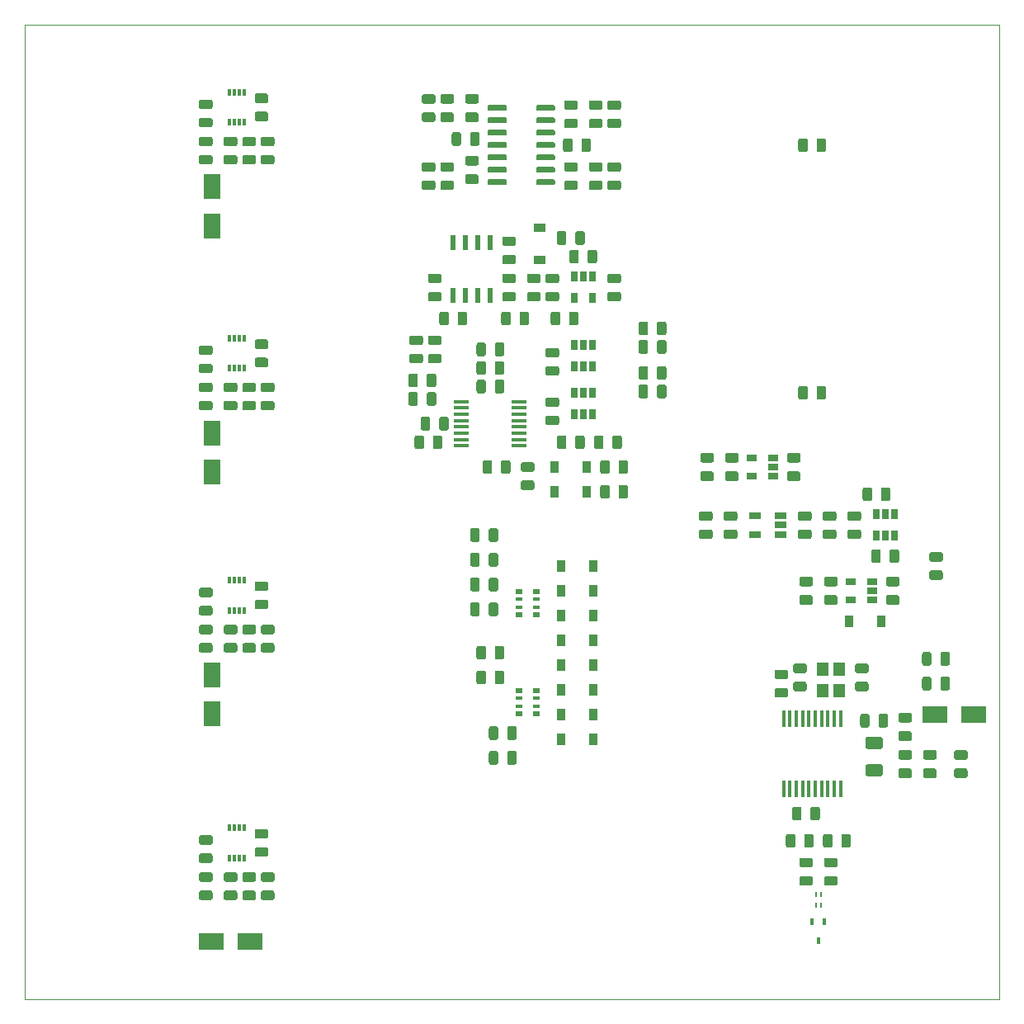
<source format=gbr>
%TF.GenerationSoftware,KiCad,Pcbnew,5.1.5*%
%TF.CreationDate,2020-04-14T20:04:17+02:00*%
%TF.ProjectId,daq_4ch_24bit,6461715f-3463-4685-9f32-346269742e6b,1.1.0*%
%TF.SameCoordinates,Original*%
%TF.FileFunction,Paste,Top*%
%TF.FilePolarity,Positive*%
%FSLAX46Y46*%
G04 Gerber Fmt 4.6, Leading zero omitted, Abs format (unit mm)*
G04 Created by KiCad (PCBNEW 5.1.5) date 2020-04-14 20:04:17*
%MOMM*%
%LPD*%
G04 APERTURE LIST*
%ADD10C,0.050000*%
%ADD11C,0.100000*%
%ADD12R,0.250000X0.500000*%
%ADD13R,0.800000X0.500000*%
%ADD14R,0.800000X0.400000*%
%ADD15R,1.200000X1.400000*%
%ADD16R,0.450000X1.750000*%
%ADD17R,0.650000X1.060000*%
%ADD18R,1.220000X0.650000*%
%ADD19R,1.060000X0.650000*%
%ADD20R,1.500000X0.450000*%
%ADD21R,0.300000X0.800000*%
%ADD22R,0.600000X1.550000*%
%ADD23R,0.450000X0.700000*%
%ADD24R,0.900000X1.200000*%
%ADD25R,1.200000X0.900000*%
%ADD26R,1.800000X2.500000*%
%ADD27R,2.500000X1.800000*%
G04 APERTURE END LIST*
D10*
X150000000Y-57500000D02*
X150000000Y-157500000D01*
X50000000Y-157500000D02*
X50000000Y-57500000D01*
X50000000Y-157500000D02*
X150000000Y-157500000D01*
X50000000Y-57500000D02*
X150000000Y-57500000D01*
D11*
G36*
X108520142Y-80581174D02*
G01*
X108543803Y-80584684D01*
X108567007Y-80590496D01*
X108589529Y-80598554D01*
X108611153Y-80608782D01*
X108631670Y-80621079D01*
X108650883Y-80635329D01*
X108668607Y-80651393D01*
X108684671Y-80669117D01*
X108698921Y-80688330D01*
X108711218Y-80708847D01*
X108721446Y-80730471D01*
X108729504Y-80752993D01*
X108735316Y-80776197D01*
X108738826Y-80799858D01*
X108740000Y-80823750D01*
X108740000Y-81736250D01*
X108738826Y-81760142D01*
X108735316Y-81783803D01*
X108729504Y-81807007D01*
X108721446Y-81829529D01*
X108711218Y-81851153D01*
X108698921Y-81871670D01*
X108684671Y-81890883D01*
X108668607Y-81908607D01*
X108650883Y-81924671D01*
X108631670Y-81938921D01*
X108611153Y-81951218D01*
X108589529Y-81961446D01*
X108567007Y-81969504D01*
X108543803Y-81975316D01*
X108520142Y-81978826D01*
X108496250Y-81980000D01*
X108008750Y-81980000D01*
X107984858Y-81978826D01*
X107961197Y-81975316D01*
X107937993Y-81969504D01*
X107915471Y-81961446D01*
X107893847Y-81951218D01*
X107873330Y-81938921D01*
X107854117Y-81924671D01*
X107836393Y-81908607D01*
X107820329Y-81890883D01*
X107806079Y-81871670D01*
X107793782Y-81851153D01*
X107783554Y-81829529D01*
X107775496Y-81807007D01*
X107769684Y-81783803D01*
X107766174Y-81760142D01*
X107765000Y-81736250D01*
X107765000Y-80823750D01*
X107766174Y-80799858D01*
X107769684Y-80776197D01*
X107775496Y-80752993D01*
X107783554Y-80730471D01*
X107793782Y-80708847D01*
X107806079Y-80688330D01*
X107820329Y-80669117D01*
X107836393Y-80651393D01*
X107854117Y-80635329D01*
X107873330Y-80621079D01*
X107893847Y-80608782D01*
X107915471Y-80598554D01*
X107937993Y-80590496D01*
X107961197Y-80584684D01*
X107984858Y-80581174D01*
X108008750Y-80580000D01*
X108496250Y-80580000D01*
X108520142Y-80581174D01*
G37*
G36*
X106645142Y-80581174D02*
G01*
X106668803Y-80584684D01*
X106692007Y-80590496D01*
X106714529Y-80598554D01*
X106736153Y-80608782D01*
X106756670Y-80621079D01*
X106775883Y-80635329D01*
X106793607Y-80651393D01*
X106809671Y-80669117D01*
X106823921Y-80688330D01*
X106836218Y-80708847D01*
X106846446Y-80730471D01*
X106854504Y-80752993D01*
X106860316Y-80776197D01*
X106863826Y-80799858D01*
X106865000Y-80823750D01*
X106865000Y-81736250D01*
X106863826Y-81760142D01*
X106860316Y-81783803D01*
X106854504Y-81807007D01*
X106846446Y-81829529D01*
X106836218Y-81851153D01*
X106823921Y-81871670D01*
X106809671Y-81890883D01*
X106793607Y-81908607D01*
X106775883Y-81924671D01*
X106756670Y-81938921D01*
X106736153Y-81951218D01*
X106714529Y-81961446D01*
X106692007Y-81969504D01*
X106668803Y-81975316D01*
X106645142Y-81978826D01*
X106621250Y-81980000D01*
X106133750Y-81980000D01*
X106109858Y-81978826D01*
X106086197Y-81975316D01*
X106062993Y-81969504D01*
X106040471Y-81961446D01*
X106018847Y-81951218D01*
X105998330Y-81938921D01*
X105979117Y-81924671D01*
X105961393Y-81908607D01*
X105945329Y-81890883D01*
X105931079Y-81871670D01*
X105918782Y-81851153D01*
X105908554Y-81829529D01*
X105900496Y-81807007D01*
X105894684Y-81783803D01*
X105891174Y-81760142D01*
X105890000Y-81736250D01*
X105890000Y-80823750D01*
X105891174Y-80799858D01*
X105894684Y-80776197D01*
X105900496Y-80752993D01*
X105908554Y-80730471D01*
X105918782Y-80708847D01*
X105931079Y-80688330D01*
X105945329Y-80669117D01*
X105961393Y-80651393D01*
X105979117Y-80635329D01*
X105998330Y-80621079D01*
X106018847Y-80608782D01*
X106040471Y-80598554D01*
X106062993Y-80590496D01*
X106086197Y-80584684D01*
X106109858Y-80581174D01*
X106133750Y-80580000D01*
X106621250Y-80580000D01*
X106645142Y-80581174D01*
G37*
G36*
X104740142Y-86931174D02*
G01*
X104763803Y-86934684D01*
X104787007Y-86940496D01*
X104809529Y-86948554D01*
X104831153Y-86958782D01*
X104851670Y-86971079D01*
X104870883Y-86985329D01*
X104888607Y-87001393D01*
X104904671Y-87019117D01*
X104918921Y-87038330D01*
X104931218Y-87058847D01*
X104941446Y-87080471D01*
X104949504Y-87102993D01*
X104955316Y-87126197D01*
X104958826Y-87149858D01*
X104960000Y-87173750D01*
X104960000Y-88086250D01*
X104958826Y-88110142D01*
X104955316Y-88133803D01*
X104949504Y-88157007D01*
X104941446Y-88179529D01*
X104931218Y-88201153D01*
X104918921Y-88221670D01*
X104904671Y-88240883D01*
X104888607Y-88258607D01*
X104870883Y-88274671D01*
X104851670Y-88288921D01*
X104831153Y-88301218D01*
X104809529Y-88311446D01*
X104787007Y-88319504D01*
X104763803Y-88325316D01*
X104740142Y-88328826D01*
X104716250Y-88330000D01*
X104228750Y-88330000D01*
X104204858Y-88328826D01*
X104181197Y-88325316D01*
X104157993Y-88319504D01*
X104135471Y-88311446D01*
X104113847Y-88301218D01*
X104093330Y-88288921D01*
X104074117Y-88274671D01*
X104056393Y-88258607D01*
X104040329Y-88240883D01*
X104026079Y-88221670D01*
X104013782Y-88201153D01*
X104003554Y-88179529D01*
X103995496Y-88157007D01*
X103989684Y-88133803D01*
X103986174Y-88110142D01*
X103985000Y-88086250D01*
X103985000Y-87173750D01*
X103986174Y-87149858D01*
X103989684Y-87126197D01*
X103995496Y-87102993D01*
X104003554Y-87080471D01*
X104013782Y-87058847D01*
X104026079Y-87038330D01*
X104040329Y-87019117D01*
X104056393Y-87001393D01*
X104074117Y-86985329D01*
X104093330Y-86971079D01*
X104113847Y-86958782D01*
X104135471Y-86948554D01*
X104157993Y-86940496D01*
X104181197Y-86934684D01*
X104204858Y-86931174D01*
X104228750Y-86930000D01*
X104716250Y-86930000D01*
X104740142Y-86931174D01*
G37*
G36*
X106615142Y-86931174D02*
G01*
X106638803Y-86934684D01*
X106662007Y-86940496D01*
X106684529Y-86948554D01*
X106706153Y-86958782D01*
X106726670Y-86971079D01*
X106745883Y-86985329D01*
X106763607Y-87001393D01*
X106779671Y-87019117D01*
X106793921Y-87038330D01*
X106806218Y-87058847D01*
X106816446Y-87080471D01*
X106824504Y-87102993D01*
X106830316Y-87126197D01*
X106833826Y-87149858D01*
X106835000Y-87173750D01*
X106835000Y-88086250D01*
X106833826Y-88110142D01*
X106830316Y-88133803D01*
X106824504Y-88157007D01*
X106816446Y-88179529D01*
X106806218Y-88201153D01*
X106793921Y-88221670D01*
X106779671Y-88240883D01*
X106763607Y-88258607D01*
X106745883Y-88274671D01*
X106726670Y-88288921D01*
X106706153Y-88301218D01*
X106684529Y-88311446D01*
X106662007Y-88319504D01*
X106638803Y-88325316D01*
X106615142Y-88328826D01*
X106591250Y-88330000D01*
X106103750Y-88330000D01*
X106079858Y-88328826D01*
X106056197Y-88325316D01*
X106032993Y-88319504D01*
X106010471Y-88311446D01*
X105988847Y-88301218D01*
X105968330Y-88288921D01*
X105949117Y-88274671D01*
X105931393Y-88258607D01*
X105915329Y-88240883D01*
X105901079Y-88221670D01*
X105888782Y-88201153D01*
X105878554Y-88179529D01*
X105870496Y-88157007D01*
X105864684Y-88133803D01*
X105861174Y-88110142D01*
X105860000Y-88086250D01*
X105860000Y-87173750D01*
X105861174Y-87149858D01*
X105864684Y-87126197D01*
X105870496Y-87102993D01*
X105878554Y-87080471D01*
X105888782Y-87058847D01*
X105901079Y-87038330D01*
X105915329Y-87019117D01*
X105931393Y-87001393D01*
X105949117Y-86985329D01*
X105968330Y-86971079D01*
X105988847Y-86958782D01*
X106010471Y-86948554D01*
X106032993Y-86940496D01*
X106056197Y-86934684D01*
X106079858Y-86931174D01*
X106103750Y-86930000D01*
X106591250Y-86930000D01*
X106615142Y-86931174D01*
G37*
G36*
X107250142Y-99631174D02*
G01*
X107273803Y-99634684D01*
X107297007Y-99640496D01*
X107319529Y-99648554D01*
X107341153Y-99658782D01*
X107361670Y-99671079D01*
X107380883Y-99685329D01*
X107398607Y-99701393D01*
X107414671Y-99719117D01*
X107428921Y-99738330D01*
X107441218Y-99758847D01*
X107451446Y-99780471D01*
X107459504Y-99802993D01*
X107465316Y-99826197D01*
X107468826Y-99849858D01*
X107470000Y-99873750D01*
X107470000Y-100786250D01*
X107468826Y-100810142D01*
X107465316Y-100833803D01*
X107459504Y-100857007D01*
X107451446Y-100879529D01*
X107441218Y-100901153D01*
X107428921Y-100921670D01*
X107414671Y-100940883D01*
X107398607Y-100958607D01*
X107380883Y-100974671D01*
X107361670Y-100988921D01*
X107341153Y-101001218D01*
X107319529Y-101011446D01*
X107297007Y-101019504D01*
X107273803Y-101025316D01*
X107250142Y-101028826D01*
X107226250Y-101030000D01*
X106738750Y-101030000D01*
X106714858Y-101028826D01*
X106691197Y-101025316D01*
X106667993Y-101019504D01*
X106645471Y-101011446D01*
X106623847Y-101001218D01*
X106603330Y-100988921D01*
X106584117Y-100974671D01*
X106566393Y-100958607D01*
X106550329Y-100940883D01*
X106536079Y-100921670D01*
X106523782Y-100901153D01*
X106513554Y-100879529D01*
X106505496Y-100857007D01*
X106499684Y-100833803D01*
X106496174Y-100810142D01*
X106495000Y-100786250D01*
X106495000Y-99873750D01*
X106496174Y-99849858D01*
X106499684Y-99826197D01*
X106505496Y-99802993D01*
X106513554Y-99780471D01*
X106523782Y-99758847D01*
X106536079Y-99738330D01*
X106550329Y-99719117D01*
X106566393Y-99701393D01*
X106584117Y-99685329D01*
X106603330Y-99671079D01*
X106623847Y-99658782D01*
X106645471Y-99648554D01*
X106667993Y-99640496D01*
X106691197Y-99634684D01*
X106714858Y-99631174D01*
X106738750Y-99630000D01*
X107226250Y-99630000D01*
X107250142Y-99631174D01*
G37*
G36*
X105375142Y-99631174D02*
G01*
X105398803Y-99634684D01*
X105422007Y-99640496D01*
X105444529Y-99648554D01*
X105466153Y-99658782D01*
X105486670Y-99671079D01*
X105505883Y-99685329D01*
X105523607Y-99701393D01*
X105539671Y-99719117D01*
X105553921Y-99738330D01*
X105566218Y-99758847D01*
X105576446Y-99780471D01*
X105584504Y-99802993D01*
X105590316Y-99826197D01*
X105593826Y-99849858D01*
X105595000Y-99873750D01*
X105595000Y-100786250D01*
X105593826Y-100810142D01*
X105590316Y-100833803D01*
X105584504Y-100857007D01*
X105576446Y-100879529D01*
X105566218Y-100901153D01*
X105553921Y-100921670D01*
X105539671Y-100940883D01*
X105523607Y-100958607D01*
X105505883Y-100974671D01*
X105486670Y-100988921D01*
X105466153Y-101001218D01*
X105444529Y-101011446D01*
X105422007Y-101019504D01*
X105398803Y-101025316D01*
X105375142Y-101028826D01*
X105351250Y-101030000D01*
X104863750Y-101030000D01*
X104839858Y-101028826D01*
X104816197Y-101025316D01*
X104792993Y-101019504D01*
X104770471Y-101011446D01*
X104748847Y-101001218D01*
X104728330Y-100988921D01*
X104709117Y-100974671D01*
X104691393Y-100958607D01*
X104675329Y-100940883D01*
X104661079Y-100921670D01*
X104648782Y-100901153D01*
X104638554Y-100879529D01*
X104630496Y-100857007D01*
X104624684Y-100833803D01*
X104621174Y-100810142D01*
X104620000Y-100786250D01*
X104620000Y-99873750D01*
X104621174Y-99849858D01*
X104624684Y-99826197D01*
X104630496Y-99802993D01*
X104638554Y-99780471D01*
X104648782Y-99758847D01*
X104661079Y-99738330D01*
X104675329Y-99719117D01*
X104691393Y-99701393D01*
X104709117Y-99685329D01*
X104728330Y-99671079D01*
X104748847Y-99658782D01*
X104770471Y-99648554D01*
X104792993Y-99640496D01*
X104816197Y-99634684D01*
X104839858Y-99631174D01*
X104863750Y-99630000D01*
X105351250Y-99630000D01*
X105375142Y-99631174D01*
G37*
G36*
X109185142Y-99631174D02*
G01*
X109208803Y-99634684D01*
X109232007Y-99640496D01*
X109254529Y-99648554D01*
X109276153Y-99658782D01*
X109296670Y-99671079D01*
X109315883Y-99685329D01*
X109333607Y-99701393D01*
X109349671Y-99719117D01*
X109363921Y-99738330D01*
X109376218Y-99758847D01*
X109386446Y-99780471D01*
X109394504Y-99802993D01*
X109400316Y-99826197D01*
X109403826Y-99849858D01*
X109405000Y-99873750D01*
X109405000Y-100786250D01*
X109403826Y-100810142D01*
X109400316Y-100833803D01*
X109394504Y-100857007D01*
X109386446Y-100879529D01*
X109376218Y-100901153D01*
X109363921Y-100921670D01*
X109349671Y-100940883D01*
X109333607Y-100958607D01*
X109315883Y-100974671D01*
X109296670Y-100988921D01*
X109276153Y-101001218D01*
X109254529Y-101011446D01*
X109232007Y-101019504D01*
X109208803Y-101025316D01*
X109185142Y-101028826D01*
X109161250Y-101030000D01*
X108673750Y-101030000D01*
X108649858Y-101028826D01*
X108626197Y-101025316D01*
X108602993Y-101019504D01*
X108580471Y-101011446D01*
X108558847Y-101001218D01*
X108538330Y-100988921D01*
X108519117Y-100974671D01*
X108501393Y-100958607D01*
X108485329Y-100940883D01*
X108471079Y-100921670D01*
X108458782Y-100901153D01*
X108448554Y-100879529D01*
X108440496Y-100857007D01*
X108434684Y-100833803D01*
X108431174Y-100810142D01*
X108430000Y-100786250D01*
X108430000Y-99873750D01*
X108431174Y-99849858D01*
X108434684Y-99826197D01*
X108440496Y-99802993D01*
X108448554Y-99780471D01*
X108458782Y-99758847D01*
X108471079Y-99738330D01*
X108485329Y-99719117D01*
X108501393Y-99701393D01*
X108519117Y-99685329D01*
X108538330Y-99671079D01*
X108558847Y-99658782D01*
X108580471Y-99648554D01*
X108602993Y-99640496D01*
X108626197Y-99634684D01*
X108649858Y-99631174D01*
X108673750Y-99630000D01*
X109161250Y-99630000D01*
X109185142Y-99631174D01*
G37*
G36*
X111060142Y-99631174D02*
G01*
X111083803Y-99634684D01*
X111107007Y-99640496D01*
X111129529Y-99648554D01*
X111151153Y-99658782D01*
X111171670Y-99671079D01*
X111190883Y-99685329D01*
X111208607Y-99701393D01*
X111224671Y-99719117D01*
X111238921Y-99738330D01*
X111251218Y-99758847D01*
X111261446Y-99780471D01*
X111269504Y-99802993D01*
X111275316Y-99826197D01*
X111278826Y-99849858D01*
X111280000Y-99873750D01*
X111280000Y-100786250D01*
X111278826Y-100810142D01*
X111275316Y-100833803D01*
X111269504Y-100857007D01*
X111261446Y-100879529D01*
X111251218Y-100901153D01*
X111238921Y-100921670D01*
X111224671Y-100940883D01*
X111208607Y-100958607D01*
X111190883Y-100974671D01*
X111171670Y-100988921D01*
X111151153Y-101001218D01*
X111129529Y-101011446D01*
X111107007Y-101019504D01*
X111083803Y-101025316D01*
X111060142Y-101028826D01*
X111036250Y-101030000D01*
X110548750Y-101030000D01*
X110524858Y-101028826D01*
X110501197Y-101025316D01*
X110477993Y-101019504D01*
X110455471Y-101011446D01*
X110433847Y-101001218D01*
X110413330Y-100988921D01*
X110394117Y-100974671D01*
X110376393Y-100958607D01*
X110360329Y-100940883D01*
X110346079Y-100921670D01*
X110333782Y-100901153D01*
X110323554Y-100879529D01*
X110315496Y-100857007D01*
X110309684Y-100833803D01*
X110306174Y-100810142D01*
X110305000Y-100786250D01*
X110305000Y-99873750D01*
X110306174Y-99849858D01*
X110309684Y-99826197D01*
X110315496Y-99802993D01*
X110323554Y-99780471D01*
X110333782Y-99758847D01*
X110346079Y-99738330D01*
X110360329Y-99719117D01*
X110376393Y-99701393D01*
X110394117Y-99685329D01*
X110413330Y-99671079D01*
X110433847Y-99658782D01*
X110455471Y-99648554D01*
X110477993Y-99640496D01*
X110501197Y-99634684D01*
X110524858Y-99631174D01*
X110548750Y-99630000D01*
X111036250Y-99630000D01*
X111060142Y-99631174D01*
G37*
G36*
X96485142Y-116776174D02*
G01*
X96508803Y-116779684D01*
X96532007Y-116785496D01*
X96554529Y-116793554D01*
X96576153Y-116803782D01*
X96596670Y-116816079D01*
X96615883Y-116830329D01*
X96633607Y-116846393D01*
X96649671Y-116864117D01*
X96663921Y-116883330D01*
X96676218Y-116903847D01*
X96686446Y-116925471D01*
X96694504Y-116947993D01*
X96700316Y-116971197D01*
X96703826Y-116994858D01*
X96705000Y-117018750D01*
X96705000Y-117931250D01*
X96703826Y-117955142D01*
X96700316Y-117978803D01*
X96694504Y-118002007D01*
X96686446Y-118024529D01*
X96676218Y-118046153D01*
X96663921Y-118066670D01*
X96649671Y-118085883D01*
X96633607Y-118103607D01*
X96615883Y-118119671D01*
X96596670Y-118133921D01*
X96576153Y-118146218D01*
X96554529Y-118156446D01*
X96532007Y-118164504D01*
X96508803Y-118170316D01*
X96485142Y-118173826D01*
X96461250Y-118175000D01*
X95973750Y-118175000D01*
X95949858Y-118173826D01*
X95926197Y-118170316D01*
X95902993Y-118164504D01*
X95880471Y-118156446D01*
X95858847Y-118146218D01*
X95838330Y-118133921D01*
X95819117Y-118119671D01*
X95801393Y-118103607D01*
X95785329Y-118085883D01*
X95771079Y-118066670D01*
X95758782Y-118046153D01*
X95748554Y-118024529D01*
X95740496Y-118002007D01*
X95734684Y-117978803D01*
X95731174Y-117955142D01*
X95730000Y-117931250D01*
X95730000Y-117018750D01*
X95731174Y-116994858D01*
X95734684Y-116971197D01*
X95740496Y-116947993D01*
X95748554Y-116925471D01*
X95758782Y-116903847D01*
X95771079Y-116883330D01*
X95785329Y-116864117D01*
X95801393Y-116846393D01*
X95819117Y-116830329D01*
X95838330Y-116816079D01*
X95858847Y-116803782D01*
X95880471Y-116793554D01*
X95902993Y-116785496D01*
X95926197Y-116779684D01*
X95949858Y-116776174D01*
X95973750Y-116775000D01*
X96461250Y-116775000D01*
X96485142Y-116776174D01*
G37*
G36*
X98360142Y-116776174D02*
G01*
X98383803Y-116779684D01*
X98407007Y-116785496D01*
X98429529Y-116793554D01*
X98451153Y-116803782D01*
X98471670Y-116816079D01*
X98490883Y-116830329D01*
X98508607Y-116846393D01*
X98524671Y-116864117D01*
X98538921Y-116883330D01*
X98551218Y-116903847D01*
X98561446Y-116925471D01*
X98569504Y-116947993D01*
X98575316Y-116971197D01*
X98578826Y-116994858D01*
X98580000Y-117018750D01*
X98580000Y-117931250D01*
X98578826Y-117955142D01*
X98575316Y-117978803D01*
X98569504Y-118002007D01*
X98561446Y-118024529D01*
X98551218Y-118046153D01*
X98538921Y-118066670D01*
X98524671Y-118085883D01*
X98508607Y-118103607D01*
X98490883Y-118119671D01*
X98471670Y-118133921D01*
X98451153Y-118146218D01*
X98429529Y-118156446D01*
X98407007Y-118164504D01*
X98383803Y-118170316D01*
X98360142Y-118173826D01*
X98336250Y-118175000D01*
X97848750Y-118175000D01*
X97824858Y-118173826D01*
X97801197Y-118170316D01*
X97777993Y-118164504D01*
X97755471Y-118156446D01*
X97733847Y-118146218D01*
X97713330Y-118133921D01*
X97694117Y-118119671D01*
X97676393Y-118103607D01*
X97660329Y-118085883D01*
X97646079Y-118066670D01*
X97633782Y-118046153D01*
X97623554Y-118024529D01*
X97615496Y-118002007D01*
X97609684Y-117978803D01*
X97606174Y-117955142D01*
X97605000Y-117931250D01*
X97605000Y-117018750D01*
X97606174Y-116994858D01*
X97609684Y-116971197D01*
X97615496Y-116947993D01*
X97623554Y-116925471D01*
X97633782Y-116903847D01*
X97646079Y-116883330D01*
X97660329Y-116864117D01*
X97676393Y-116846393D01*
X97694117Y-116830329D01*
X97713330Y-116816079D01*
X97733847Y-116803782D01*
X97755471Y-116793554D01*
X97777993Y-116785496D01*
X97801197Y-116779684D01*
X97824858Y-116776174D01*
X97848750Y-116775000D01*
X98336250Y-116775000D01*
X98360142Y-116776174D01*
G37*
G36*
X96485142Y-114236174D02*
G01*
X96508803Y-114239684D01*
X96532007Y-114245496D01*
X96554529Y-114253554D01*
X96576153Y-114263782D01*
X96596670Y-114276079D01*
X96615883Y-114290329D01*
X96633607Y-114306393D01*
X96649671Y-114324117D01*
X96663921Y-114343330D01*
X96676218Y-114363847D01*
X96686446Y-114385471D01*
X96694504Y-114407993D01*
X96700316Y-114431197D01*
X96703826Y-114454858D01*
X96705000Y-114478750D01*
X96705000Y-115391250D01*
X96703826Y-115415142D01*
X96700316Y-115438803D01*
X96694504Y-115462007D01*
X96686446Y-115484529D01*
X96676218Y-115506153D01*
X96663921Y-115526670D01*
X96649671Y-115545883D01*
X96633607Y-115563607D01*
X96615883Y-115579671D01*
X96596670Y-115593921D01*
X96576153Y-115606218D01*
X96554529Y-115616446D01*
X96532007Y-115624504D01*
X96508803Y-115630316D01*
X96485142Y-115633826D01*
X96461250Y-115635000D01*
X95973750Y-115635000D01*
X95949858Y-115633826D01*
X95926197Y-115630316D01*
X95902993Y-115624504D01*
X95880471Y-115616446D01*
X95858847Y-115606218D01*
X95838330Y-115593921D01*
X95819117Y-115579671D01*
X95801393Y-115563607D01*
X95785329Y-115545883D01*
X95771079Y-115526670D01*
X95758782Y-115506153D01*
X95748554Y-115484529D01*
X95740496Y-115462007D01*
X95734684Y-115438803D01*
X95731174Y-115415142D01*
X95730000Y-115391250D01*
X95730000Y-114478750D01*
X95731174Y-114454858D01*
X95734684Y-114431197D01*
X95740496Y-114407993D01*
X95748554Y-114385471D01*
X95758782Y-114363847D01*
X95771079Y-114343330D01*
X95785329Y-114324117D01*
X95801393Y-114306393D01*
X95819117Y-114290329D01*
X95838330Y-114276079D01*
X95858847Y-114263782D01*
X95880471Y-114253554D01*
X95902993Y-114245496D01*
X95926197Y-114239684D01*
X95949858Y-114236174D01*
X95973750Y-114235000D01*
X96461250Y-114235000D01*
X96485142Y-114236174D01*
G37*
G36*
X98360142Y-114236174D02*
G01*
X98383803Y-114239684D01*
X98407007Y-114245496D01*
X98429529Y-114253554D01*
X98451153Y-114263782D01*
X98471670Y-114276079D01*
X98490883Y-114290329D01*
X98508607Y-114306393D01*
X98524671Y-114324117D01*
X98538921Y-114343330D01*
X98551218Y-114363847D01*
X98561446Y-114385471D01*
X98569504Y-114407993D01*
X98575316Y-114431197D01*
X98578826Y-114454858D01*
X98580000Y-114478750D01*
X98580000Y-115391250D01*
X98578826Y-115415142D01*
X98575316Y-115438803D01*
X98569504Y-115462007D01*
X98561446Y-115484529D01*
X98551218Y-115506153D01*
X98538921Y-115526670D01*
X98524671Y-115545883D01*
X98508607Y-115563607D01*
X98490883Y-115579671D01*
X98471670Y-115593921D01*
X98451153Y-115606218D01*
X98429529Y-115616446D01*
X98407007Y-115624504D01*
X98383803Y-115630316D01*
X98360142Y-115633826D01*
X98336250Y-115635000D01*
X97848750Y-115635000D01*
X97824858Y-115633826D01*
X97801197Y-115630316D01*
X97777993Y-115624504D01*
X97755471Y-115616446D01*
X97733847Y-115606218D01*
X97713330Y-115593921D01*
X97694117Y-115579671D01*
X97676393Y-115563607D01*
X97660329Y-115545883D01*
X97646079Y-115526670D01*
X97633782Y-115506153D01*
X97623554Y-115484529D01*
X97615496Y-115462007D01*
X97609684Y-115438803D01*
X97606174Y-115415142D01*
X97605000Y-115391250D01*
X97605000Y-114478750D01*
X97606174Y-114454858D01*
X97609684Y-114431197D01*
X97615496Y-114407993D01*
X97623554Y-114385471D01*
X97633782Y-114363847D01*
X97646079Y-114343330D01*
X97660329Y-114324117D01*
X97676393Y-114306393D01*
X97694117Y-114290329D01*
X97713330Y-114276079D01*
X97733847Y-114263782D01*
X97755471Y-114253554D01*
X97777993Y-114245496D01*
X97801197Y-114239684D01*
X97824858Y-114236174D01*
X97848750Y-114235000D01*
X98336250Y-114235000D01*
X98360142Y-114236174D01*
G37*
G36*
X96485142Y-111696174D02*
G01*
X96508803Y-111699684D01*
X96532007Y-111705496D01*
X96554529Y-111713554D01*
X96576153Y-111723782D01*
X96596670Y-111736079D01*
X96615883Y-111750329D01*
X96633607Y-111766393D01*
X96649671Y-111784117D01*
X96663921Y-111803330D01*
X96676218Y-111823847D01*
X96686446Y-111845471D01*
X96694504Y-111867993D01*
X96700316Y-111891197D01*
X96703826Y-111914858D01*
X96705000Y-111938750D01*
X96705000Y-112851250D01*
X96703826Y-112875142D01*
X96700316Y-112898803D01*
X96694504Y-112922007D01*
X96686446Y-112944529D01*
X96676218Y-112966153D01*
X96663921Y-112986670D01*
X96649671Y-113005883D01*
X96633607Y-113023607D01*
X96615883Y-113039671D01*
X96596670Y-113053921D01*
X96576153Y-113066218D01*
X96554529Y-113076446D01*
X96532007Y-113084504D01*
X96508803Y-113090316D01*
X96485142Y-113093826D01*
X96461250Y-113095000D01*
X95973750Y-113095000D01*
X95949858Y-113093826D01*
X95926197Y-113090316D01*
X95902993Y-113084504D01*
X95880471Y-113076446D01*
X95858847Y-113066218D01*
X95838330Y-113053921D01*
X95819117Y-113039671D01*
X95801393Y-113023607D01*
X95785329Y-113005883D01*
X95771079Y-112986670D01*
X95758782Y-112966153D01*
X95748554Y-112944529D01*
X95740496Y-112922007D01*
X95734684Y-112898803D01*
X95731174Y-112875142D01*
X95730000Y-112851250D01*
X95730000Y-111938750D01*
X95731174Y-111914858D01*
X95734684Y-111891197D01*
X95740496Y-111867993D01*
X95748554Y-111845471D01*
X95758782Y-111823847D01*
X95771079Y-111803330D01*
X95785329Y-111784117D01*
X95801393Y-111766393D01*
X95819117Y-111750329D01*
X95838330Y-111736079D01*
X95858847Y-111723782D01*
X95880471Y-111713554D01*
X95902993Y-111705496D01*
X95926197Y-111699684D01*
X95949858Y-111696174D01*
X95973750Y-111695000D01*
X96461250Y-111695000D01*
X96485142Y-111696174D01*
G37*
G36*
X98360142Y-111696174D02*
G01*
X98383803Y-111699684D01*
X98407007Y-111705496D01*
X98429529Y-111713554D01*
X98451153Y-111723782D01*
X98471670Y-111736079D01*
X98490883Y-111750329D01*
X98508607Y-111766393D01*
X98524671Y-111784117D01*
X98538921Y-111803330D01*
X98551218Y-111823847D01*
X98561446Y-111845471D01*
X98569504Y-111867993D01*
X98575316Y-111891197D01*
X98578826Y-111914858D01*
X98580000Y-111938750D01*
X98580000Y-112851250D01*
X98578826Y-112875142D01*
X98575316Y-112898803D01*
X98569504Y-112922007D01*
X98561446Y-112944529D01*
X98551218Y-112966153D01*
X98538921Y-112986670D01*
X98524671Y-113005883D01*
X98508607Y-113023607D01*
X98490883Y-113039671D01*
X98471670Y-113053921D01*
X98451153Y-113066218D01*
X98429529Y-113076446D01*
X98407007Y-113084504D01*
X98383803Y-113090316D01*
X98360142Y-113093826D01*
X98336250Y-113095000D01*
X97848750Y-113095000D01*
X97824858Y-113093826D01*
X97801197Y-113090316D01*
X97777993Y-113084504D01*
X97755471Y-113076446D01*
X97733847Y-113066218D01*
X97713330Y-113053921D01*
X97694117Y-113039671D01*
X97676393Y-113023607D01*
X97660329Y-113005883D01*
X97646079Y-112986670D01*
X97633782Y-112966153D01*
X97623554Y-112944529D01*
X97615496Y-112922007D01*
X97609684Y-112898803D01*
X97606174Y-112875142D01*
X97605000Y-112851250D01*
X97605000Y-111938750D01*
X97606174Y-111914858D01*
X97609684Y-111891197D01*
X97615496Y-111867993D01*
X97623554Y-111845471D01*
X97633782Y-111823847D01*
X97646079Y-111803330D01*
X97660329Y-111784117D01*
X97676393Y-111766393D01*
X97694117Y-111750329D01*
X97713330Y-111736079D01*
X97733847Y-111723782D01*
X97755471Y-111713554D01*
X97777993Y-111705496D01*
X97801197Y-111699684D01*
X97824858Y-111696174D01*
X97848750Y-111695000D01*
X98336250Y-111695000D01*
X98360142Y-111696174D01*
G37*
G36*
X96485142Y-109156174D02*
G01*
X96508803Y-109159684D01*
X96532007Y-109165496D01*
X96554529Y-109173554D01*
X96576153Y-109183782D01*
X96596670Y-109196079D01*
X96615883Y-109210329D01*
X96633607Y-109226393D01*
X96649671Y-109244117D01*
X96663921Y-109263330D01*
X96676218Y-109283847D01*
X96686446Y-109305471D01*
X96694504Y-109327993D01*
X96700316Y-109351197D01*
X96703826Y-109374858D01*
X96705000Y-109398750D01*
X96705000Y-110311250D01*
X96703826Y-110335142D01*
X96700316Y-110358803D01*
X96694504Y-110382007D01*
X96686446Y-110404529D01*
X96676218Y-110426153D01*
X96663921Y-110446670D01*
X96649671Y-110465883D01*
X96633607Y-110483607D01*
X96615883Y-110499671D01*
X96596670Y-110513921D01*
X96576153Y-110526218D01*
X96554529Y-110536446D01*
X96532007Y-110544504D01*
X96508803Y-110550316D01*
X96485142Y-110553826D01*
X96461250Y-110555000D01*
X95973750Y-110555000D01*
X95949858Y-110553826D01*
X95926197Y-110550316D01*
X95902993Y-110544504D01*
X95880471Y-110536446D01*
X95858847Y-110526218D01*
X95838330Y-110513921D01*
X95819117Y-110499671D01*
X95801393Y-110483607D01*
X95785329Y-110465883D01*
X95771079Y-110446670D01*
X95758782Y-110426153D01*
X95748554Y-110404529D01*
X95740496Y-110382007D01*
X95734684Y-110358803D01*
X95731174Y-110335142D01*
X95730000Y-110311250D01*
X95730000Y-109398750D01*
X95731174Y-109374858D01*
X95734684Y-109351197D01*
X95740496Y-109327993D01*
X95748554Y-109305471D01*
X95758782Y-109283847D01*
X95771079Y-109263330D01*
X95785329Y-109244117D01*
X95801393Y-109226393D01*
X95819117Y-109210329D01*
X95838330Y-109196079D01*
X95858847Y-109183782D01*
X95880471Y-109173554D01*
X95902993Y-109165496D01*
X95926197Y-109159684D01*
X95949858Y-109156174D01*
X95973750Y-109155000D01*
X96461250Y-109155000D01*
X96485142Y-109156174D01*
G37*
G36*
X98360142Y-109156174D02*
G01*
X98383803Y-109159684D01*
X98407007Y-109165496D01*
X98429529Y-109173554D01*
X98451153Y-109183782D01*
X98471670Y-109196079D01*
X98490883Y-109210329D01*
X98508607Y-109226393D01*
X98524671Y-109244117D01*
X98538921Y-109263330D01*
X98551218Y-109283847D01*
X98561446Y-109305471D01*
X98569504Y-109327993D01*
X98575316Y-109351197D01*
X98578826Y-109374858D01*
X98580000Y-109398750D01*
X98580000Y-110311250D01*
X98578826Y-110335142D01*
X98575316Y-110358803D01*
X98569504Y-110382007D01*
X98561446Y-110404529D01*
X98551218Y-110426153D01*
X98538921Y-110446670D01*
X98524671Y-110465883D01*
X98508607Y-110483607D01*
X98490883Y-110499671D01*
X98471670Y-110513921D01*
X98451153Y-110526218D01*
X98429529Y-110536446D01*
X98407007Y-110544504D01*
X98383803Y-110550316D01*
X98360142Y-110553826D01*
X98336250Y-110555000D01*
X97848750Y-110555000D01*
X97824858Y-110553826D01*
X97801197Y-110550316D01*
X97777993Y-110544504D01*
X97755471Y-110536446D01*
X97733847Y-110526218D01*
X97713330Y-110513921D01*
X97694117Y-110499671D01*
X97676393Y-110483607D01*
X97660329Y-110465883D01*
X97646079Y-110446670D01*
X97633782Y-110426153D01*
X97623554Y-110404529D01*
X97615496Y-110382007D01*
X97609684Y-110358803D01*
X97606174Y-110335142D01*
X97605000Y-110311250D01*
X97605000Y-109398750D01*
X97606174Y-109374858D01*
X97609684Y-109351197D01*
X97615496Y-109327993D01*
X97623554Y-109305471D01*
X97633782Y-109283847D01*
X97646079Y-109263330D01*
X97660329Y-109244117D01*
X97676393Y-109226393D01*
X97694117Y-109210329D01*
X97713330Y-109196079D01*
X97733847Y-109183782D01*
X97755471Y-109173554D01*
X97777993Y-109165496D01*
X97801197Y-109159684D01*
X97824858Y-109156174D01*
X97848750Y-109155000D01*
X98336250Y-109155000D01*
X98360142Y-109156174D01*
G37*
G36*
X98390142Y-132016174D02*
G01*
X98413803Y-132019684D01*
X98437007Y-132025496D01*
X98459529Y-132033554D01*
X98481153Y-132043782D01*
X98501670Y-132056079D01*
X98520883Y-132070329D01*
X98538607Y-132086393D01*
X98554671Y-132104117D01*
X98568921Y-132123330D01*
X98581218Y-132143847D01*
X98591446Y-132165471D01*
X98599504Y-132187993D01*
X98605316Y-132211197D01*
X98608826Y-132234858D01*
X98610000Y-132258750D01*
X98610000Y-133171250D01*
X98608826Y-133195142D01*
X98605316Y-133218803D01*
X98599504Y-133242007D01*
X98591446Y-133264529D01*
X98581218Y-133286153D01*
X98568921Y-133306670D01*
X98554671Y-133325883D01*
X98538607Y-133343607D01*
X98520883Y-133359671D01*
X98501670Y-133373921D01*
X98481153Y-133386218D01*
X98459529Y-133396446D01*
X98437007Y-133404504D01*
X98413803Y-133410316D01*
X98390142Y-133413826D01*
X98366250Y-133415000D01*
X97878750Y-133415000D01*
X97854858Y-133413826D01*
X97831197Y-133410316D01*
X97807993Y-133404504D01*
X97785471Y-133396446D01*
X97763847Y-133386218D01*
X97743330Y-133373921D01*
X97724117Y-133359671D01*
X97706393Y-133343607D01*
X97690329Y-133325883D01*
X97676079Y-133306670D01*
X97663782Y-133286153D01*
X97653554Y-133264529D01*
X97645496Y-133242007D01*
X97639684Y-133218803D01*
X97636174Y-133195142D01*
X97635000Y-133171250D01*
X97635000Y-132258750D01*
X97636174Y-132234858D01*
X97639684Y-132211197D01*
X97645496Y-132187993D01*
X97653554Y-132165471D01*
X97663782Y-132143847D01*
X97676079Y-132123330D01*
X97690329Y-132104117D01*
X97706393Y-132086393D01*
X97724117Y-132070329D01*
X97743330Y-132056079D01*
X97763847Y-132043782D01*
X97785471Y-132033554D01*
X97807993Y-132025496D01*
X97831197Y-132019684D01*
X97854858Y-132016174D01*
X97878750Y-132015000D01*
X98366250Y-132015000D01*
X98390142Y-132016174D01*
G37*
G36*
X100265142Y-132016174D02*
G01*
X100288803Y-132019684D01*
X100312007Y-132025496D01*
X100334529Y-132033554D01*
X100356153Y-132043782D01*
X100376670Y-132056079D01*
X100395883Y-132070329D01*
X100413607Y-132086393D01*
X100429671Y-132104117D01*
X100443921Y-132123330D01*
X100456218Y-132143847D01*
X100466446Y-132165471D01*
X100474504Y-132187993D01*
X100480316Y-132211197D01*
X100483826Y-132234858D01*
X100485000Y-132258750D01*
X100485000Y-133171250D01*
X100483826Y-133195142D01*
X100480316Y-133218803D01*
X100474504Y-133242007D01*
X100466446Y-133264529D01*
X100456218Y-133286153D01*
X100443921Y-133306670D01*
X100429671Y-133325883D01*
X100413607Y-133343607D01*
X100395883Y-133359671D01*
X100376670Y-133373921D01*
X100356153Y-133386218D01*
X100334529Y-133396446D01*
X100312007Y-133404504D01*
X100288803Y-133410316D01*
X100265142Y-133413826D01*
X100241250Y-133415000D01*
X99753750Y-133415000D01*
X99729858Y-133413826D01*
X99706197Y-133410316D01*
X99682993Y-133404504D01*
X99660471Y-133396446D01*
X99638847Y-133386218D01*
X99618330Y-133373921D01*
X99599117Y-133359671D01*
X99581393Y-133343607D01*
X99565329Y-133325883D01*
X99551079Y-133306670D01*
X99538782Y-133286153D01*
X99528554Y-133264529D01*
X99520496Y-133242007D01*
X99514684Y-133218803D01*
X99511174Y-133195142D01*
X99510000Y-133171250D01*
X99510000Y-132258750D01*
X99511174Y-132234858D01*
X99514684Y-132211197D01*
X99520496Y-132187993D01*
X99528554Y-132165471D01*
X99538782Y-132143847D01*
X99551079Y-132123330D01*
X99565329Y-132104117D01*
X99581393Y-132086393D01*
X99599117Y-132070329D01*
X99618330Y-132056079D01*
X99638847Y-132043782D01*
X99660471Y-132033554D01*
X99682993Y-132025496D01*
X99706197Y-132019684D01*
X99729858Y-132016174D01*
X99753750Y-132015000D01*
X100241250Y-132015000D01*
X100265142Y-132016174D01*
G37*
G36*
X98390142Y-129476174D02*
G01*
X98413803Y-129479684D01*
X98437007Y-129485496D01*
X98459529Y-129493554D01*
X98481153Y-129503782D01*
X98501670Y-129516079D01*
X98520883Y-129530329D01*
X98538607Y-129546393D01*
X98554671Y-129564117D01*
X98568921Y-129583330D01*
X98581218Y-129603847D01*
X98591446Y-129625471D01*
X98599504Y-129647993D01*
X98605316Y-129671197D01*
X98608826Y-129694858D01*
X98610000Y-129718750D01*
X98610000Y-130631250D01*
X98608826Y-130655142D01*
X98605316Y-130678803D01*
X98599504Y-130702007D01*
X98591446Y-130724529D01*
X98581218Y-130746153D01*
X98568921Y-130766670D01*
X98554671Y-130785883D01*
X98538607Y-130803607D01*
X98520883Y-130819671D01*
X98501670Y-130833921D01*
X98481153Y-130846218D01*
X98459529Y-130856446D01*
X98437007Y-130864504D01*
X98413803Y-130870316D01*
X98390142Y-130873826D01*
X98366250Y-130875000D01*
X97878750Y-130875000D01*
X97854858Y-130873826D01*
X97831197Y-130870316D01*
X97807993Y-130864504D01*
X97785471Y-130856446D01*
X97763847Y-130846218D01*
X97743330Y-130833921D01*
X97724117Y-130819671D01*
X97706393Y-130803607D01*
X97690329Y-130785883D01*
X97676079Y-130766670D01*
X97663782Y-130746153D01*
X97653554Y-130724529D01*
X97645496Y-130702007D01*
X97639684Y-130678803D01*
X97636174Y-130655142D01*
X97635000Y-130631250D01*
X97635000Y-129718750D01*
X97636174Y-129694858D01*
X97639684Y-129671197D01*
X97645496Y-129647993D01*
X97653554Y-129625471D01*
X97663782Y-129603847D01*
X97676079Y-129583330D01*
X97690329Y-129564117D01*
X97706393Y-129546393D01*
X97724117Y-129530329D01*
X97743330Y-129516079D01*
X97763847Y-129503782D01*
X97785471Y-129493554D01*
X97807993Y-129485496D01*
X97831197Y-129479684D01*
X97854858Y-129476174D01*
X97878750Y-129475000D01*
X98366250Y-129475000D01*
X98390142Y-129476174D01*
G37*
G36*
X100265142Y-129476174D02*
G01*
X100288803Y-129479684D01*
X100312007Y-129485496D01*
X100334529Y-129493554D01*
X100356153Y-129503782D01*
X100376670Y-129516079D01*
X100395883Y-129530329D01*
X100413607Y-129546393D01*
X100429671Y-129564117D01*
X100443921Y-129583330D01*
X100456218Y-129603847D01*
X100466446Y-129625471D01*
X100474504Y-129647993D01*
X100480316Y-129671197D01*
X100483826Y-129694858D01*
X100485000Y-129718750D01*
X100485000Y-130631250D01*
X100483826Y-130655142D01*
X100480316Y-130678803D01*
X100474504Y-130702007D01*
X100466446Y-130724529D01*
X100456218Y-130746153D01*
X100443921Y-130766670D01*
X100429671Y-130785883D01*
X100413607Y-130803607D01*
X100395883Y-130819671D01*
X100376670Y-130833921D01*
X100356153Y-130846218D01*
X100334529Y-130856446D01*
X100312007Y-130864504D01*
X100288803Y-130870316D01*
X100265142Y-130873826D01*
X100241250Y-130875000D01*
X99753750Y-130875000D01*
X99729858Y-130873826D01*
X99706197Y-130870316D01*
X99682993Y-130864504D01*
X99660471Y-130856446D01*
X99638847Y-130846218D01*
X99618330Y-130833921D01*
X99599117Y-130819671D01*
X99581393Y-130803607D01*
X99565329Y-130785883D01*
X99551079Y-130766670D01*
X99538782Y-130746153D01*
X99528554Y-130724529D01*
X99520496Y-130702007D01*
X99514684Y-130678803D01*
X99511174Y-130655142D01*
X99510000Y-130631250D01*
X99510000Y-129718750D01*
X99511174Y-129694858D01*
X99514684Y-129671197D01*
X99520496Y-129647993D01*
X99528554Y-129625471D01*
X99538782Y-129603847D01*
X99551079Y-129583330D01*
X99565329Y-129564117D01*
X99581393Y-129546393D01*
X99599117Y-129530329D01*
X99618330Y-129516079D01*
X99638847Y-129503782D01*
X99660471Y-129493554D01*
X99682993Y-129485496D01*
X99706197Y-129479684D01*
X99729858Y-129476174D01*
X99753750Y-129475000D01*
X100241250Y-129475000D01*
X100265142Y-129476174D01*
G37*
G36*
X97120142Y-123761174D02*
G01*
X97143803Y-123764684D01*
X97167007Y-123770496D01*
X97189529Y-123778554D01*
X97211153Y-123788782D01*
X97231670Y-123801079D01*
X97250883Y-123815329D01*
X97268607Y-123831393D01*
X97284671Y-123849117D01*
X97298921Y-123868330D01*
X97311218Y-123888847D01*
X97321446Y-123910471D01*
X97329504Y-123932993D01*
X97335316Y-123956197D01*
X97338826Y-123979858D01*
X97340000Y-124003750D01*
X97340000Y-124916250D01*
X97338826Y-124940142D01*
X97335316Y-124963803D01*
X97329504Y-124987007D01*
X97321446Y-125009529D01*
X97311218Y-125031153D01*
X97298921Y-125051670D01*
X97284671Y-125070883D01*
X97268607Y-125088607D01*
X97250883Y-125104671D01*
X97231670Y-125118921D01*
X97211153Y-125131218D01*
X97189529Y-125141446D01*
X97167007Y-125149504D01*
X97143803Y-125155316D01*
X97120142Y-125158826D01*
X97096250Y-125160000D01*
X96608750Y-125160000D01*
X96584858Y-125158826D01*
X96561197Y-125155316D01*
X96537993Y-125149504D01*
X96515471Y-125141446D01*
X96493847Y-125131218D01*
X96473330Y-125118921D01*
X96454117Y-125104671D01*
X96436393Y-125088607D01*
X96420329Y-125070883D01*
X96406079Y-125051670D01*
X96393782Y-125031153D01*
X96383554Y-125009529D01*
X96375496Y-124987007D01*
X96369684Y-124963803D01*
X96366174Y-124940142D01*
X96365000Y-124916250D01*
X96365000Y-124003750D01*
X96366174Y-123979858D01*
X96369684Y-123956197D01*
X96375496Y-123932993D01*
X96383554Y-123910471D01*
X96393782Y-123888847D01*
X96406079Y-123868330D01*
X96420329Y-123849117D01*
X96436393Y-123831393D01*
X96454117Y-123815329D01*
X96473330Y-123801079D01*
X96493847Y-123788782D01*
X96515471Y-123778554D01*
X96537993Y-123770496D01*
X96561197Y-123764684D01*
X96584858Y-123761174D01*
X96608750Y-123760000D01*
X97096250Y-123760000D01*
X97120142Y-123761174D01*
G37*
G36*
X98995142Y-123761174D02*
G01*
X99018803Y-123764684D01*
X99042007Y-123770496D01*
X99064529Y-123778554D01*
X99086153Y-123788782D01*
X99106670Y-123801079D01*
X99125883Y-123815329D01*
X99143607Y-123831393D01*
X99159671Y-123849117D01*
X99173921Y-123868330D01*
X99186218Y-123888847D01*
X99196446Y-123910471D01*
X99204504Y-123932993D01*
X99210316Y-123956197D01*
X99213826Y-123979858D01*
X99215000Y-124003750D01*
X99215000Y-124916250D01*
X99213826Y-124940142D01*
X99210316Y-124963803D01*
X99204504Y-124987007D01*
X99196446Y-125009529D01*
X99186218Y-125031153D01*
X99173921Y-125051670D01*
X99159671Y-125070883D01*
X99143607Y-125088607D01*
X99125883Y-125104671D01*
X99106670Y-125118921D01*
X99086153Y-125131218D01*
X99064529Y-125141446D01*
X99042007Y-125149504D01*
X99018803Y-125155316D01*
X98995142Y-125158826D01*
X98971250Y-125160000D01*
X98483750Y-125160000D01*
X98459858Y-125158826D01*
X98436197Y-125155316D01*
X98412993Y-125149504D01*
X98390471Y-125141446D01*
X98368847Y-125131218D01*
X98348330Y-125118921D01*
X98329117Y-125104671D01*
X98311393Y-125088607D01*
X98295329Y-125070883D01*
X98281079Y-125051670D01*
X98268782Y-125031153D01*
X98258554Y-125009529D01*
X98250496Y-124987007D01*
X98244684Y-124963803D01*
X98241174Y-124940142D01*
X98240000Y-124916250D01*
X98240000Y-124003750D01*
X98241174Y-123979858D01*
X98244684Y-123956197D01*
X98250496Y-123932993D01*
X98258554Y-123910471D01*
X98268782Y-123888847D01*
X98281079Y-123868330D01*
X98295329Y-123849117D01*
X98311393Y-123831393D01*
X98329117Y-123815329D01*
X98348330Y-123801079D01*
X98368847Y-123788782D01*
X98390471Y-123778554D01*
X98412993Y-123770496D01*
X98436197Y-123764684D01*
X98459858Y-123761174D01*
X98483750Y-123760000D01*
X98971250Y-123760000D01*
X98995142Y-123761174D01*
G37*
G36*
X97120142Y-121221174D02*
G01*
X97143803Y-121224684D01*
X97167007Y-121230496D01*
X97189529Y-121238554D01*
X97211153Y-121248782D01*
X97231670Y-121261079D01*
X97250883Y-121275329D01*
X97268607Y-121291393D01*
X97284671Y-121309117D01*
X97298921Y-121328330D01*
X97311218Y-121348847D01*
X97321446Y-121370471D01*
X97329504Y-121392993D01*
X97335316Y-121416197D01*
X97338826Y-121439858D01*
X97340000Y-121463750D01*
X97340000Y-122376250D01*
X97338826Y-122400142D01*
X97335316Y-122423803D01*
X97329504Y-122447007D01*
X97321446Y-122469529D01*
X97311218Y-122491153D01*
X97298921Y-122511670D01*
X97284671Y-122530883D01*
X97268607Y-122548607D01*
X97250883Y-122564671D01*
X97231670Y-122578921D01*
X97211153Y-122591218D01*
X97189529Y-122601446D01*
X97167007Y-122609504D01*
X97143803Y-122615316D01*
X97120142Y-122618826D01*
X97096250Y-122620000D01*
X96608750Y-122620000D01*
X96584858Y-122618826D01*
X96561197Y-122615316D01*
X96537993Y-122609504D01*
X96515471Y-122601446D01*
X96493847Y-122591218D01*
X96473330Y-122578921D01*
X96454117Y-122564671D01*
X96436393Y-122548607D01*
X96420329Y-122530883D01*
X96406079Y-122511670D01*
X96393782Y-122491153D01*
X96383554Y-122469529D01*
X96375496Y-122447007D01*
X96369684Y-122423803D01*
X96366174Y-122400142D01*
X96365000Y-122376250D01*
X96365000Y-121463750D01*
X96366174Y-121439858D01*
X96369684Y-121416197D01*
X96375496Y-121392993D01*
X96383554Y-121370471D01*
X96393782Y-121348847D01*
X96406079Y-121328330D01*
X96420329Y-121309117D01*
X96436393Y-121291393D01*
X96454117Y-121275329D01*
X96473330Y-121261079D01*
X96493847Y-121248782D01*
X96515471Y-121238554D01*
X96537993Y-121230496D01*
X96561197Y-121224684D01*
X96584858Y-121221174D01*
X96608750Y-121220000D01*
X97096250Y-121220000D01*
X97120142Y-121221174D01*
G37*
G36*
X98995142Y-121221174D02*
G01*
X99018803Y-121224684D01*
X99042007Y-121230496D01*
X99064529Y-121238554D01*
X99086153Y-121248782D01*
X99106670Y-121261079D01*
X99125883Y-121275329D01*
X99143607Y-121291393D01*
X99159671Y-121309117D01*
X99173921Y-121328330D01*
X99186218Y-121348847D01*
X99196446Y-121370471D01*
X99204504Y-121392993D01*
X99210316Y-121416197D01*
X99213826Y-121439858D01*
X99215000Y-121463750D01*
X99215000Y-122376250D01*
X99213826Y-122400142D01*
X99210316Y-122423803D01*
X99204504Y-122447007D01*
X99196446Y-122469529D01*
X99186218Y-122491153D01*
X99173921Y-122511670D01*
X99159671Y-122530883D01*
X99143607Y-122548607D01*
X99125883Y-122564671D01*
X99106670Y-122578921D01*
X99086153Y-122591218D01*
X99064529Y-122601446D01*
X99042007Y-122609504D01*
X99018803Y-122615316D01*
X98995142Y-122618826D01*
X98971250Y-122620000D01*
X98483750Y-122620000D01*
X98459858Y-122618826D01*
X98436197Y-122615316D01*
X98412993Y-122609504D01*
X98390471Y-122601446D01*
X98368847Y-122591218D01*
X98348330Y-122578921D01*
X98329117Y-122564671D01*
X98311393Y-122548607D01*
X98295329Y-122530883D01*
X98281079Y-122511670D01*
X98268782Y-122491153D01*
X98258554Y-122469529D01*
X98250496Y-122447007D01*
X98244684Y-122423803D01*
X98241174Y-122400142D01*
X98240000Y-122376250D01*
X98240000Y-121463750D01*
X98241174Y-121439858D01*
X98244684Y-121416197D01*
X98250496Y-121392993D01*
X98258554Y-121370471D01*
X98268782Y-121348847D01*
X98281079Y-121328330D01*
X98295329Y-121309117D01*
X98311393Y-121291393D01*
X98329117Y-121275329D01*
X98348330Y-121261079D01*
X98368847Y-121248782D01*
X98390471Y-121238554D01*
X98412993Y-121230496D01*
X98436197Y-121224684D01*
X98459858Y-121221174D01*
X98483750Y-121220000D01*
X98971250Y-121220000D01*
X98995142Y-121221174D01*
G37*
G36*
X100175142Y-84906174D02*
G01*
X100198803Y-84909684D01*
X100222007Y-84915496D01*
X100244529Y-84923554D01*
X100266153Y-84933782D01*
X100286670Y-84946079D01*
X100305883Y-84960329D01*
X100323607Y-84976393D01*
X100339671Y-84994117D01*
X100353921Y-85013330D01*
X100366218Y-85033847D01*
X100376446Y-85055471D01*
X100384504Y-85077993D01*
X100390316Y-85101197D01*
X100393826Y-85124858D01*
X100395000Y-85148750D01*
X100395000Y-85636250D01*
X100393826Y-85660142D01*
X100390316Y-85683803D01*
X100384504Y-85707007D01*
X100376446Y-85729529D01*
X100366218Y-85751153D01*
X100353921Y-85771670D01*
X100339671Y-85790883D01*
X100323607Y-85808607D01*
X100305883Y-85824671D01*
X100286670Y-85838921D01*
X100266153Y-85851218D01*
X100244529Y-85861446D01*
X100222007Y-85869504D01*
X100198803Y-85875316D01*
X100175142Y-85878826D01*
X100151250Y-85880000D01*
X99238750Y-85880000D01*
X99214858Y-85878826D01*
X99191197Y-85875316D01*
X99167993Y-85869504D01*
X99145471Y-85861446D01*
X99123847Y-85851218D01*
X99103330Y-85838921D01*
X99084117Y-85824671D01*
X99066393Y-85808607D01*
X99050329Y-85790883D01*
X99036079Y-85771670D01*
X99023782Y-85751153D01*
X99013554Y-85729529D01*
X99005496Y-85707007D01*
X98999684Y-85683803D01*
X98996174Y-85660142D01*
X98995000Y-85636250D01*
X98995000Y-85148750D01*
X98996174Y-85124858D01*
X98999684Y-85101197D01*
X99005496Y-85077993D01*
X99013554Y-85055471D01*
X99023782Y-85033847D01*
X99036079Y-85013330D01*
X99050329Y-84994117D01*
X99066393Y-84976393D01*
X99084117Y-84960329D01*
X99103330Y-84946079D01*
X99123847Y-84933782D01*
X99145471Y-84923554D01*
X99167993Y-84915496D01*
X99191197Y-84909684D01*
X99214858Y-84906174D01*
X99238750Y-84905000D01*
X100151250Y-84905000D01*
X100175142Y-84906174D01*
G37*
G36*
X100175142Y-83031174D02*
G01*
X100198803Y-83034684D01*
X100222007Y-83040496D01*
X100244529Y-83048554D01*
X100266153Y-83058782D01*
X100286670Y-83071079D01*
X100305883Y-83085329D01*
X100323607Y-83101393D01*
X100339671Y-83119117D01*
X100353921Y-83138330D01*
X100366218Y-83158847D01*
X100376446Y-83180471D01*
X100384504Y-83202993D01*
X100390316Y-83226197D01*
X100393826Y-83249858D01*
X100395000Y-83273750D01*
X100395000Y-83761250D01*
X100393826Y-83785142D01*
X100390316Y-83808803D01*
X100384504Y-83832007D01*
X100376446Y-83854529D01*
X100366218Y-83876153D01*
X100353921Y-83896670D01*
X100339671Y-83915883D01*
X100323607Y-83933607D01*
X100305883Y-83949671D01*
X100286670Y-83963921D01*
X100266153Y-83976218D01*
X100244529Y-83986446D01*
X100222007Y-83994504D01*
X100198803Y-84000316D01*
X100175142Y-84003826D01*
X100151250Y-84005000D01*
X99238750Y-84005000D01*
X99214858Y-84003826D01*
X99191197Y-84000316D01*
X99167993Y-83994504D01*
X99145471Y-83986446D01*
X99123847Y-83976218D01*
X99103330Y-83963921D01*
X99084117Y-83949671D01*
X99066393Y-83933607D01*
X99050329Y-83915883D01*
X99036079Y-83896670D01*
X99023782Y-83876153D01*
X99013554Y-83854529D01*
X99005496Y-83832007D01*
X98999684Y-83808803D01*
X98996174Y-83785142D01*
X98995000Y-83761250D01*
X98995000Y-83273750D01*
X98996174Y-83249858D01*
X98999684Y-83226197D01*
X99005496Y-83202993D01*
X99013554Y-83180471D01*
X99023782Y-83158847D01*
X99036079Y-83138330D01*
X99050329Y-83119117D01*
X99066393Y-83101393D01*
X99084117Y-83085329D01*
X99103330Y-83071079D01*
X99123847Y-83058782D01*
X99145471Y-83048554D01*
X99167993Y-83040496D01*
X99191197Y-83034684D01*
X99214858Y-83031174D01*
X99238750Y-83030000D01*
X100151250Y-83030000D01*
X100175142Y-83031174D01*
G37*
D12*
X131720000Y-147870000D03*
X131720000Y-146770000D03*
X131170000Y-146770000D03*
X131170000Y-147870000D03*
D11*
G36*
X113757142Y-94424174D02*
G01*
X113780803Y-94427684D01*
X113804007Y-94433496D01*
X113826529Y-94441554D01*
X113848153Y-94451782D01*
X113868670Y-94464079D01*
X113887883Y-94478329D01*
X113905607Y-94494393D01*
X113921671Y-94512117D01*
X113935921Y-94531330D01*
X113948218Y-94551847D01*
X113958446Y-94573471D01*
X113966504Y-94595993D01*
X113972316Y-94619197D01*
X113975826Y-94642858D01*
X113977000Y-94666750D01*
X113977000Y-95579250D01*
X113975826Y-95603142D01*
X113972316Y-95626803D01*
X113966504Y-95650007D01*
X113958446Y-95672529D01*
X113948218Y-95694153D01*
X113935921Y-95714670D01*
X113921671Y-95733883D01*
X113905607Y-95751607D01*
X113887883Y-95767671D01*
X113868670Y-95781921D01*
X113848153Y-95794218D01*
X113826529Y-95804446D01*
X113804007Y-95812504D01*
X113780803Y-95818316D01*
X113757142Y-95821826D01*
X113733250Y-95823000D01*
X113245750Y-95823000D01*
X113221858Y-95821826D01*
X113198197Y-95818316D01*
X113174993Y-95812504D01*
X113152471Y-95804446D01*
X113130847Y-95794218D01*
X113110330Y-95781921D01*
X113091117Y-95767671D01*
X113073393Y-95751607D01*
X113057329Y-95733883D01*
X113043079Y-95714670D01*
X113030782Y-95694153D01*
X113020554Y-95672529D01*
X113012496Y-95650007D01*
X113006684Y-95626803D01*
X113003174Y-95603142D01*
X113002000Y-95579250D01*
X113002000Y-94666750D01*
X113003174Y-94642858D01*
X113006684Y-94619197D01*
X113012496Y-94595993D01*
X113020554Y-94573471D01*
X113030782Y-94551847D01*
X113043079Y-94531330D01*
X113057329Y-94512117D01*
X113073393Y-94494393D01*
X113091117Y-94478329D01*
X113110330Y-94464079D01*
X113130847Y-94451782D01*
X113152471Y-94441554D01*
X113174993Y-94433496D01*
X113198197Y-94427684D01*
X113221858Y-94424174D01*
X113245750Y-94423000D01*
X113733250Y-94423000D01*
X113757142Y-94424174D01*
G37*
G36*
X115632142Y-94424174D02*
G01*
X115655803Y-94427684D01*
X115679007Y-94433496D01*
X115701529Y-94441554D01*
X115723153Y-94451782D01*
X115743670Y-94464079D01*
X115762883Y-94478329D01*
X115780607Y-94494393D01*
X115796671Y-94512117D01*
X115810921Y-94531330D01*
X115823218Y-94551847D01*
X115833446Y-94573471D01*
X115841504Y-94595993D01*
X115847316Y-94619197D01*
X115850826Y-94642858D01*
X115852000Y-94666750D01*
X115852000Y-95579250D01*
X115850826Y-95603142D01*
X115847316Y-95626803D01*
X115841504Y-95650007D01*
X115833446Y-95672529D01*
X115823218Y-95694153D01*
X115810921Y-95714670D01*
X115796671Y-95733883D01*
X115780607Y-95751607D01*
X115762883Y-95767671D01*
X115743670Y-95781921D01*
X115723153Y-95794218D01*
X115701529Y-95804446D01*
X115679007Y-95812504D01*
X115655803Y-95818316D01*
X115632142Y-95821826D01*
X115608250Y-95823000D01*
X115120750Y-95823000D01*
X115096858Y-95821826D01*
X115073197Y-95818316D01*
X115049993Y-95812504D01*
X115027471Y-95804446D01*
X115005847Y-95794218D01*
X114985330Y-95781921D01*
X114966117Y-95767671D01*
X114948393Y-95751607D01*
X114932329Y-95733883D01*
X114918079Y-95714670D01*
X114905782Y-95694153D01*
X114895554Y-95672529D01*
X114887496Y-95650007D01*
X114881684Y-95626803D01*
X114878174Y-95603142D01*
X114877000Y-95579250D01*
X114877000Y-94666750D01*
X114878174Y-94642858D01*
X114881684Y-94619197D01*
X114887496Y-94595993D01*
X114895554Y-94573471D01*
X114905782Y-94551847D01*
X114918079Y-94531330D01*
X114932329Y-94512117D01*
X114948393Y-94494393D01*
X114966117Y-94478329D01*
X114985330Y-94464079D01*
X115005847Y-94451782D01*
X115027471Y-94441554D01*
X115049993Y-94433496D01*
X115073197Y-94427684D01*
X115096858Y-94424174D01*
X115120750Y-94423000D01*
X115608250Y-94423000D01*
X115632142Y-94424174D01*
G37*
G36*
X104279703Y-65740722D02*
G01*
X104294264Y-65742882D01*
X104308543Y-65746459D01*
X104322403Y-65751418D01*
X104335710Y-65757712D01*
X104348336Y-65765280D01*
X104360159Y-65774048D01*
X104371066Y-65783934D01*
X104380952Y-65794841D01*
X104389720Y-65806664D01*
X104397288Y-65819290D01*
X104403582Y-65832597D01*
X104408541Y-65846457D01*
X104412118Y-65860736D01*
X104414278Y-65875297D01*
X104415000Y-65890000D01*
X104415000Y-66190000D01*
X104414278Y-66204703D01*
X104412118Y-66219264D01*
X104408541Y-66233543D01*
X104403582Y-66247403D01*
X104397288Y-66260710D01*
X104389720Y-66273336D01*
X104380952Y-66285159D01*
X104371066Y-66296066D01*
X104360159Y-66305952D01*
X104348336Y-66314720D01*
X104335710Y-66322288D01*
X104322403Y-66328582D01*
X104308543Y-66333541D01*
X104294264Y-66337118D01*
X104279703Y-66339278D01*
X104265000Y-66340000D01*
X102615000Y-66340000D01*
X102600297Y-66339278D01*
X102585736Y-66337118D01*
X102571457Y-66333541D01*
X102557597Y-66328582D01*
X102544290Y-66322288D01*
X102531664Y-66314720D01*
X102519841Y-66305952D01*
X102508934Y-66296066D01*
X102499048Y-66285159D01*
X102490280Y-66273336D01*
X102482712Y-66260710D01*
X102476418Y-66247403D01*
X102471459Y-66233543D01*
X102467882Y-66219264D01*
X102465722Y-66204703D01*
X102465000Y-66190000D01*
X102465000Y-65890000D01*
X102465722Y-65875297D01*
X102467882Y-65860736D01*
X102471459Y-65846457D01*
X102476418Y-65832597D01*
X102482712Y-65819290D01*
X102490280Y-65806664D01*
X102499048Y-65794841D01*
X102508934Y-65783934D01*
X102519841Y-65774048D01*
X102531664Y-65765280D01*
X102544290Y-65757712D01*
X102557597Y-65751418D01*
X102571457Y-65746459D01*
X102585736Y-65742882D01*
X102600297Y-65740722D01*
X102615000Y-65740000D01*
X104265000Y-65740000D01*
X104279703Y-65740722D01*
G37*
G36*
X104279703Y-67010722D02*
G01*
X104294264Y-67012882D01*
X104308543Y-67016459D01*
X104322403Y-67021418D01*
X104335710Y-67027712D01*
X104348336Y-67035280D01*
X104360159Y-67044048D01*
X104371066Y-67053934D01*
X104380952Y-67064841D01*
X104389720Y-67076664D01*
X104397288Y-67089290D01*
X104403582Y-67102597D01*
X104408541Y-67116457D01*
X104412118Y-67130736D01*
X104414278Y-67145297D01*
X104415000Y-67160000D01*
X104415000Y-67460000D01*
X104414278Y-67474703D01*
X104412118Y-67489264D01*
X104408541Y-67503543D01*
X104403582Y-67517403D01*
X104397288Y-67530710D01*
X104389720Y-67543336D01*
X104380952Y-67555159D01*
X104371066Y-67566066D01*
X104360159Y-67575952D01*
X104348336Y-67584720D01*
X104335710Y-67592288D01*
X104322403Y-67598582D01*
X104308543Y-67603541D01*
X104294264Y-67607118D01*
X104279703Y-67609278D01*
X104265000Y-67610000D01*
X102615000Y-67610000D01*
X102600297Y-67609278D01*
X102585736Y-67607118D01*
X102571457Y-67603541D01*
X102557597Y-67598582D01*
X102544290Y-67592288D01*
X102531664Y-67584720D01*
X102519841Y-67575952D01*
X102508934Y-67566066D01*
X102499048Y-67555159D01*
X102490280Y-67543336D01*
X102482712Y-67530710D01*
X102476418Y-67517403D01*
X102471459Y-67503543D01*
X102467882Y-67489264D01*
X102465722Y-67474703D01*
X102465000Y-67460000D01*
X102465000Y-67160000D01*
X102465722Y-67145297D01*
X102467882Y-67130736D01*
X102471459Y-67116457D01*
X102476418Y-67102597D01*
X102482712Y-67089290D01*
X102490280Y-67076664D01*
X102499048Y-67064841D01*
X102508934Y-67053934D01*
X102519841Y-67044048D01*
X102531664Y-67035280D01*
X102544290Y-67027712D01*
X102557597Y-67021418D01*
X102571457Y-67016459D01*
X102585736Y-67012882D01*
X102600297Y-67010722D01*
X102615000Y-67010000D01*
X104265000Y-67010000D01*
X104279703Y-67010722D01*
G37*
G36*
X104279703Y-68280722D02*
G01*
X104294264Y-68282882D01*
X104308543Y-68286459D01*
X104322403Y-68291418D01*
X104335710Y-68297712D01*
X104348336Y-68305280D01*
X104360159Y-68314048D01*
X104371066Y-68323934D01*
X104380952Y-68334841D01*
X104389720Y-68346664D01*
X104397288Y-68359290D01*
X104403582Y-68372597D01*
X104408541Y-68386457D01*
X104412118Y-68400736D01*
X104414278Y-68415297D01*
X104415000Y-68430000D01*
X104415000Y-68730000D01*
X104414278Y-68744703D01*
X104412118Y-68759264D01*
X104408541Y-68773543D01*
X104403582Y-68787403D01*
X104397288Y-68800710D01*
X104389720Y-68813336D01*
X104380952Y-68825159D01*
X104371066Y-68836066D01*
X104360159Y-68845952D01*
X104348336Y-68854720D01*
X104335710Y-68862288D01*
X104322403Y-68868582D01*
X104308543Y-68873541D01*
X104294264Y-68877118D01*
X104279703Y-68879278D01*
X104265000Y-68880000D01*
X102615000Y-68880000D01*
X102600297Y-68879278D01*
X102585736Y-68877118D01*
X102571457Y-68873541D01*
X102557597Y-68868582D01*
X102544290Y-68862288D01*
X102531664Y-68854720D01*
X102519841Y-68845952D01*
X102508934Y-68836066D01*
X102499048Y-68825159D01*
X102490280Y-68813336D01*
X102482712Y-68800710D01*
X102476418Y-68787403D01*
X102471459Y-68773543D01*
X102467882Y-68759264D01*
X102465722Y-68744703D01*
X102465000Y-68730000D01*
X102465000Y-68430000D01*
X102465722Y-68415297D01*
X102467882Y-68400736D01*
X102471459Y-68386457D01*
X102476418Y-68372597D01*
X102482712Y-68359290D01*
X102490280Y-68346664D01*
X102499048Y-68334841D01*
X102508934Y-68323934D01*
X102519841Y-68314048D01*
X102531664Y-68305280D01*
X102544290Y-68297712D01*
X102557597Y-68291418D01*
X102571457Y-68286459D01*
X102585736Y-68282882D01*
X102600297Y-68280722D01*
X102615000Y-68280000D01*
X104265000Y-68280000D01*
X104279703Y-68280722D01*
G37*
G36*
X104279703Y-69550722D02*
G01*
X104294264Y-69552882D01*
X104308543Y-69556459D01*
X104322403Y-69561418D01*
X104335710Y-69567712D01*
X104348336Y-69575280D01*
X104360159Y-69584048D01*
X104371066Y-69593934D01*
X104380952Y-69604841D01*
X104389720Y-69616664D01*
X104397288Y-69629290D01*
X104403582Y-69642597D01*
X104408541Y-69656457D01*
X104412118Y-69670736D01*
X104414278Y-69685297D01*
X104415000Y-69700000D01*
X104415000Y-70000000D01*
X104414278Y-70014703D01*
X104412118Y-70029264D01*
X104408541Y-70043543D01*
X104403582Y-70057403D01*
X104397288Y-70070710D01*
X104389720Y-70083336D01*
X104380952Y-70095159D01*
X104371066Y-70106066D01*
X104360159Y-70115952D01*
X104348336Y-70124720D01*
X104335710Y-70132288D01*
X104322403Y-70138582D01*
X104308543Y-70143541D01*
X104294264Y-70147118D01*
X104279703Y-70149278D01*
X104265000Y-70150000D01*
X102615000Y-70150000D01*
X102600297Y-70149278D01*
X102585736Y-70147118D01*
X102571457Y-70143541D01*
X102557597Y-70138582D01*
X102544290Y-70132288D01*
X102531664Y-70124720D01*
X102519841Y-70115952D01*
X102508934Y-70106066D01*
X102499048Y-70095159D01*
X102490280Y-70083336D01*
X102482712Y-70070710D01*
X102476418Y-70057403D01*
X102471459Y-70043543D01*
X102467882Y-70029264D01*
X102465722Y-70014703D01*
X102465000Y-70000000D01*
X102465000Y-69700000D01*
X102465722Y-69685297D01*
X102467882Y-69670736D01*
X102471459Y-69656457D01*
X102476418Y-69642597D01*
X102482712Y-69629290D01*
X102490280Y-69616664D01*
X102499048Y-69604841D01*
X102508934Y-69593934D01*
X102519841Y-69584048D01*
X102531664Y-69575280D01*
X102544290Y-69567712D01*
X102557597Y-69561418D01*
X102571457Y-69556459D01*
X102585736Y-69552882D01*
X102600297Y-69550722D01*
X102615000Y-69550000D01*
X104265000Y-69550000D01*
X104279703Y-69550722D01*
G37*
G36*
X104279703Y-70820722D02*
G01*
X104294264Y-70822882D01*
X104308543Y-70826459D01*
X104322403Y-70831418D01*
X104335710Y-70837712D01*
X104348336Y-70845280D01*
X104360159Y-70854048D01*
X104371066Y-70863934D01*
X104380952Y-70874841D01*
X104389720Y-70886664D01*
X104397288Y-70899290D01*
X104403582Y-70912597D01*
X104408541Y-70926457D01*
X104412118Y-70940736D01*
X104414278Y-70955297D01*
X104415000Y-70970000D01*
X104415000Y-71270000D01*
X104414278Y-71284703D01*
X104412118Y-71299264D01*
X104408541Y-71313543D01*
X104403582Y-71327403D01*
X104397288Y-71340710D01*
X104389720Y-71353336D01*
X104380952Y-71365159D01*
X104371066Y-71376066D01*
X104360159Y-71385952D01*
X104348336Y-71394720D01*
X104335710Y-71402288D01*
X104322403Y-71408582D01*
X104308543Y-71413541D01*
X104294264Y-71417118D01*
X104279703Y-71419278D01*
X104265000Y-71420000D01*
X102615000Y-71420000D01*
X102600297Y-71419278D01*
X102585736Y-71417118D01*
X102571457Y-71413541D01*
X102557597Y-71408582D01*
X102544290Y-71402288D01*
X102531664Y-71394720D01*
X102519841Y-71385952D01*
X102508934Y-71376066D01*
X102499048Y-71365159D01*
X102490280Y-71353336D01*
X102482712Y-71340710D01*
X102476418Y-71327403D01*
X102471459Y-71313543D01*
X102467882Y-71299264D01*
X102465722Y-71284703D01*
X102465000Y-71270000D01*
X102465000Y-70970000D01*
X102465722Y-70955297D01*
X102467882Y-70940736D01*
X102471459Y-70926457D01*
X102476418Y-70912597D01*
X102482712Y-70899290D01*
X102490280Y-70886664D01*
X102499048Y-70874841D01*
X102508934Y-70863934D01*
X102519841Y-70854048D01*
X102531664Y-70845280D01*
X102544290Y-70837712D01*
X102557597Y-70831418D01*
X102571457Y-70826459D01*
X102585736Y-70822882D01*
X102600297Y-70820722D01*
X102615000Y-70820000D01*
X104265000Y-70820000D01*
X104279703Y-70820722D01*
G37*
G36*
X104279703Y-72090722D02*
G01*
X104294264Y-72092882D01*
X104308543Y-72096459D01*
X104322403Y-72101418D01*
X104335710Y-72107712D01*
X104348336Y-72115280D01*
X104360159Y-72124048D01*
X104371066Y-72133934D01*
X104380952Y-72144841D01*
X104389720Y-72156664D01*
X104397288Y-72169290D01*
X104403582Y-72182597D01*
X104408541Y-72196457D01*
X104412118Y-72210736D01*
X104414278Y-72225297D01*
X104415000Y-72240000D01*
X104415000Y-72540000D01*
X104414278Y-72554703D01*
X104412118Y-72569264D01*
X104408541Y-72583543D01*
X104403582Y-72597403D01*
X104397288Y-72610710D01*
X104389720Y-72623336D01*
X104380952Y-72635159D01*
X104371066Y-72646066D01*
X104360159Y-72655952D01*
X104348336Y-72664720D01*
X104335710Y-72672288D01*
X104322403Y-72678582D01*
X104308543Y-72683541D01*
X104294264Y-72687118D01*
X104279703Y-72689278D01*
X104265000Y-72690000D01*
X102615000Y-72690000D01*
X102600297Y-72689278D01*
X102585736Y-72687118D01*
X102571457Y-72683541D01*
X102557597Y-72678582D01*
X102544290Y-72672288D01*
X102531664Y-72664720D01*
X102519841Y-72655952D01*
X102508934Y-72646066D01*
X102499048Y-72635159D01*
X102490280Y-72623336D01*
X102482712Y-72610710D01*
X102476418Y-72597403D01*
X102471459Y-72583543D01*
X102467882Y-72569264D01*
X102465722Y-72554703D01*
X102465000Y-72540000D01*
X102465000Y-72240000D01*
X102465722Y-72225297D01*
X102467882Y-72210736D01*
X102471459Y-72196457D01*
X102476418Y-72182597D01*
X102482712Y-72169290D01*
X102490280Y-72156664D01*
X102499048Y-72144841D01*
X102508934Y-72133934D01*
X102519841Y-72124048D01*
X102531664Y-72115280D01*
X102544290Y-72107712D01*
X102557597Y-72101418D01*
X102571457Y-72096459D01*
X102585736Y-72092882D01*
X102600297Y-72090722D01*
X102615000Y-72090000D01*
X104265000Y-72090000D01*
X104279703Y-72090722D01*
G37*
G36*
X104279703Y-73360722D02*
G01*
X104294264Y-73362882D01*
X104308543Y-73366459D01*
X104322403Y-73371418D01*
X104335710Y-73377712D01*
X104348336Y-73385280D01*
X104360159Y-73394048D01*
X104371066Y-73403934D01*
X104380952Y-73414841D01*
X104389720Y-73426664D01*
X104397288Y-73439290D01*
X104403582Y-73452597D01*
X104408541Y-73466457D01*
X104412118Y-73480736D01*
X104414278Y-73495297D01*
X104415000Y-73510000D01*
X104415000Y-73810000D01*
X104414278Y-73824703D01*
X104412118Y-73839264D01*
X104408541Y-73853543D01*
X104403582Y-73867403D01*
X104397288Y-73880710D01*
X104389720Y-73893336D01*
X104380952Y-73905159D01*
X104371066Y-73916066D01*
X104360159Y-73925952D01*
X104348336Y-73934720D01*
X104335710Y-73942288D01*
X104322403Y-73948582D01*
X104308543Y-73953541D01*
X104294264Y-73957118D01*
X104279703Y-73959278D01*
X104265000Y-73960000D01*
X102615000Y-73960000D01*
X102600297Y-73959278D01*
X102585736Y-73957118D01*
X102571457Y-73953541D01*
X102557597Y-73948582D01*
X102544290Y-73942288D01*
X102531664Y-73934720D01*
X102519841Y-73925952D01*
X102508934Y-73916066D01*
X102499048Y-73905159D01*
X102490280Y-73893336D01*
X102482712Y-73880710D01*
X102476418Y-73867403D01*
X102471459Y-73853543D01*
X102467882Y-73839264D01*
X102465722Y-73824703D01*
X102465000Y-73810000D01*
X102465000Y-73510000D01*
X102465722Y-73495297D01*
X102467882Y-73480736D01*
X102471459Y-73466457D01*
X102476418Y-73452597D01*
X102482712Y-73439290D01*
X102490280Y-73426664D01*
X102499048Y-73414841D01*
X102508934Y-73403934D01*
X102519841Y-73394048D01*
X102531664Y-73385280D01*
X102544290Y-73377712D01*
X102557597Y-73371418D01*
X102571457Y-73366459D01*
X102585736Y-73362882D01*
X102600297Y-73360722D01*
X102615000Y-73360000D01*
X104265000Y-73360000D01*
X104279703Y-73360722D01*
G37*
G36*
X99329703Y-73360722D02*
G01*
X99344264Y-73362882D01*
X99358543Y-73366459D01*
X99372403Y-73371418D01*
X99385710Y-73377712D01*
X99398336Y-73385280D01*
X99410159Y-73394048D01*
X99421066Y-73403934D01*
X99430952Y-73414841D01*
X99439720Y-73426664D01*
X99447288Y-73439290D01*
X99453582Y-73452597D01*
X99458541Y-73466457D01*
X99462118Y-73480736D01*
X99464278Y-73495297D01*
X99465000Y-73510000D01*
X99465000Y-73810000D01*
X99464278Y-73824703D01*
X99462118Y-73839264D01*
X99458541Y-73853543D01*
X99453582Y-73867403D01*
X99447288Y-73880710D01*
X99439720Y-73893336D01*
X99430952Y-73905159D01*
X99421066Y-73916066D01*
X99410159Y-73925952D01*
X99398336Y-73934720D01*
X99385710Y-73942288D01*
X99372403Y-73948582D01*
X99358543Y-73953541D01*
X99344264Y-73957118D01*
X99329703Y-73959278D01*
X99315000Y-73960000D01*
X97665000Y-73960000D01*
X97650297Y-73959278D01*
X97635736Y-73957118D01*
X97621457Y-73953541D01*
X97607597Y-73948582D01*
X97594290Y-73942288D01*
X97581664Y-73934720D01*
X97569841Y-73925952D01*
X97558934Y-73916066D01*
X97549048Y-73905159D01*
X97540280Y-73893336D01*
X97532712Y-73880710D01*
X97526418Y-73867403D01*
X97521459Y-73853543D01*
X97517882Y-73839264D01*
X97515722Y-73824703D01*
X97515000Y-73810000D01*
X97515000Y-73510000D01*
X97515722Y-73495297D01*
X97517882Y-73480736D01*
X97521459Y-73466457D01*
X97526418Y-73452597D01*
X97532712Y-73439290D01*
X97540280Y-73426664D01*
X97549048Y-73414841D01*
X97558934Y-73403934D01*
X97569841Y-73394048D01*
X97581664Y-73385280D01*
X97594290Y-73377712D01*
X97607597Y-73371418D01*
X97621457Y-73366459D01*
X97635736Y-73362882D01*
X97650297Y-73360722D01*
X97665000Y-73360000D01*
X99315000Y-73360000D01*
X99329703Y-73360722D01*
G37*
G36*
X99329703Y-72090722D02*
G01*
X99344264Y-72092882D01*
X99358543Y-72096459D01*
X99372403Y-72101418D01*
X99385710Y-72107712D01*
X99398336Y-72115280D01*
X99410159Y-72124048D01*
X99421066Y-72133934D01*
X99430952Y-72144841D01*
X99439720Y-72156664D01*
X99447288Y-72169290D01*
X99453582Y-72182597D01*
X99458541Y-72196457D01*
X99462118Y-72210736D01*
X99464278Y-72225297D01*
X99465000Y-72240000D01*
X99465000Y-72540000D01*
X99464278Y-72554703D01*
X99462118Y-72569264D01*
X99458541Y-72583543D01*
X99453582Y-72597403D01*
X99447288Y-72610710D01*
X99439720Y-72623336D01*
X99430952Y-72635159D01*
X99421066Y-72646066D01*
X99410159Y-72655952D01*
X99398336Y-72664720D01*
X99385710Y-72672288D01*
X99372403Y-72678582D01*
X99358543Y-72683541D01*
X99344264Y-72687118D01*
X99329703Y-72689278D01*
X99315000Y-72690000D01*
X97665000Y-72690000D01*
X97650297Y-72689278D01*
X97635736Y-72687118D01*
X97621457Y-72683541D01*
X97607597Y-72678582D01*
X97594290Y-72672288D01*
X97581664Y-72664720D01*
X97569841Y-72655952D01*
X97558934Y-72646066D01*
X97549048Y-72635159D01*
X97540280Y-72623336D01*
X97532712Y-72610710D01*
X97526418Y-72597403D01*
X97521459Y-72583543D01*
X97517882Y-72569264D01*
X97515722Y-72554703D01*
X97515000Y-72540000D01*
X97515000Y-72240000D01*
X97515722Y-72225297D01*
X97517882Y-72210736D01*
X97521459Y-72196457D01*
X97526418Y-72182597D01*
X97532712Y-72169290D01*
X97540280Y-72156664D01*
X97549048Y-72144841D01*
X97558934Y-72133934D01*
X97569841Y-72124048D01*
X97581664Y-72115280D01*
X97594290Y-72107712D01*
X97607597Y-72101418D01*
X97621457Y-72096459D01*
X97635736Y-72092882D01*
X97650297Y-72090722D01*
X97665000Y-72090000D01*
X99315000Y-72090000D01*
X99329703Y-72090722D01*
G37*
G36*
X99329703Y-70820722D02*
G01*
X99344264Y-70822882D01*
X99358543Y-70826459D01*
X99372403Y-70831418D01*
X99385710Y-70837712D01*
X99398336Y-70845280D01*
X99410159Y-70854048D01*
X99421066Y-70863934D01*
X99430952Y-70874841D01*
X99439720Y-70886664D01*
X99447288Y-70899290D01*
X99453582Y-70912597D01*
X99458541Y-70926457D01*
X99462118Y-70940736D01*
X99464278Y-70955297D01*
X99465000Y-70970000D01*
X99465000Y-71270000D01*
X99464278Y-71284703D01*
X99462118Y-71299264D01*
X99458541Y-71313543D01*
X99453582Y-71327403D01*
X99447288Y-71340710D01*
X99439720Y-71353336D01*
X99430952Y-71365159D01*
X99421066Y-71376066D01*
X99410159Y-71385952D01*
X99398336Y-71394720D01*
X99385710Y-71402288D01*
X99372403Y-71408582D01*
X99358543Y-71413541D01*
X99344264Y-71417118D01*
X99329703Y-71419278D01*
X99315000Y-71420000D01*
X97665000Y-71420000D01*
X97650297Y-71419278D01*
X97635736Y-71417118D01*
X97621457Y-71413541D01*
X97607597Y-71408582D01*
X97594290Y-71402288D01*
X97581664Y-71394720D01*
X97569841Y-71385952D01*
X97558934Y-71376066D01*
X97549048Y-71365159D01*
X97540280Y-71353336D01*
X97532712Y-71340710D01*
X97526418Y-71327403D01*
X97521459Y-71313543D01*
X97517882Y-71299264D01*
X97515722Y-71284703D01*
X97515000Y-71270000D01*
X97515000Y-70970000D01*
X97515722Y-70955297D01*
X97517882Y-70940736D01*
X97521459Y-70926457D01*
X97526418Y-70912597D01*
X97532712Y-70899290D01*
X97540280Y-70886664D01*
X97549048Y-70874841D01*
X97558934Y-70863934D01*
X97569841Y-70854048D01*
X97581664Y-70845280D01*
X97594290Y-70837712D01*
X97607597Y-70831418D01*
X97621457Y-70826459D01*
X97635736Y-70822882D01*
X97650297Y-70820722D01*
X97665000Y-70820000D01*
X99315000Y-70820000D01*
X99329703Y-70820722D01*
G37*
G36*
X99329703Y-69550722D02*
G01*
X99344264Y-69552882D01*
X99358543Y-69556459D01*
X99372403Y-69561418D01*
X99385710Y-69567712D01*
X99398336Y-69575280D01*
X99410159Y-69584048D01*
X99421066Y-69593934D01*
X99430952Y-69604841D01*
X99439720Y-69616664D01*
X99447288Y-69629290D01*
X99453582Y-69642597D01*
X99458541Y-69656457D01*
X99462118Y-69670736D01*
X99464278Y-69685297D01*
X99465000Y-69700000D01*
X99465000Y-70000000D01*
X99464278Y-70014703D01*
X99462118Y-70029264D01*
X99458541Y-70043543D01*
X99453582Y-70057403D01*
X99447288Y-70070710D01*
X99439720Y-70083336D01*
X99430952Y-70095159D01*
X99421066Y-70106066D01*
X99410159Y-70115952D01*
X99398336Y-70124720D01*
X99385710Y-70132288D01*
X99372403Y-70138582D01*
X99358543Y-70143541D01*
X99344264Y-70147118D01*
X99329703Y-70149278D01*
X99315000Y-70150000D01*
X97665000Y-70150000D01*
X97650297Y-70149278D01*
X97635736Y-70147118D01*
X97621457Y-70143541D01*
X97607597Y-70138582D01*
X97594290Y-70132288D01*
X97581664Y-70124720D01*
X97569841Y-70115952D01*
X97558934Y-70106066D01*
X97549048Y-70095159D01*
X97540280Y-70083336D01*
X97532712Y-70070710D01*
X97526418Y-70057403D01*
X97521459Y-70043543D01*
X97517882Y-70029264D01*
X97515722Y-70014703D01*
X97515000Y-70000000D01*
X97515000Y-69700000D01*
X97515722Y-69685297D01*
X97517882Y-69670736D01*
X97521459Y-69656457D01*
X97526418Y-69642597D01*
X97532712Y-69629290D01*
X97540280Y-69616664D01*
X97549048Y-69604841D01*
X97558934Y-69593934D01*
X97569841Y-69584048D01*
X97581664Y-69575280D01*
X97594290Y-69567712D01*
X97607597Y-69561418D01*
X97621457Y-69556459D01*
X97635736Y-69552882D01*
X97650297Y-69550722D01*
X97665000Y-69550000D01*
X99315000Y-69550000D01*
X99329703Y-69550722D01*
G37*
G36*
X99329703Y-68280722D02*
G01*
X99344264Y-68282882D01*
X99358543Y-68286459D01*
X99372403Y-68291418D01*
X99385710Y-68297712D01*
X99398336Y-68305280D01*
X99410159Y-68314048D01*
X99421066Y-68323934D01*
X99430952Y-68334841D01*
X99439720Y-68346664D01*
X99447288Y-68359290D01*
X99453582Y-68372597D01*
X99458541Y-68386457D01*
X99462118Y-68400736D01*
X99464278Y-68415297D01*
X99465000Y-68430000D01*
X99465000Y-68730000D01*
X99464278Y-68744703D01*
X99462118Y-68759264D01*
X99458541Y-68773543D01*
X99453582Y-68787403D01*
X99447288Y-68800710D01*
X99439720Y-68813336D01*
X99430952Y-68825159D01*
X99421066Y-68836066D01*
X99410159Y-68845952D01*
X99398336Y-68854720D01*
X99385710Y-68862288D01*
X99372403Y-68868582D01*
X99358543Y-68873541D01*
X99344264Y-68877118D01*
X99329703Y-68879278D01*
X99315000Y-68880000D01*
X97665000Y-68880000D01*
X97650297Y-68879278D01*
X97635736Y-68877118D01*
X97621457Y-68873541D01*
X97607597Y-68868582D01*
X97594290Y-68862288D01*
X97581664Y-68854720D01*
X97569841Y-68845952D01*
X97558934Y-68836066D01*
X97549048Y-68825159D01*
X97540280Y-68813336D01*
X97532712Y-68800710D01*
X97526418Y-68787403D01*
X97521459Y-68773543D01*
X97517882Y-68759264D01*
X97515722Y-68744703D01*
X97515000Y-68730000D01*
X97515000Y-68430000D01*
X97515722Y-68415297D01*
X97517882Y-68400736D01*
X97521459Y-68386457D01*
X97526418Y-68372597D01*
X97532712Y-68359290D01*
X97540280Y-68346664D01*
X97549048Y-68334841D01*
X97558934Y-68323934D01*
X97569841Y-68314048D01*
X97581664Y-68305280D01*
X97594290Y-68297712D01*
X97607597Y-68291418D01*
X97621457Y-68286459D01*
X97635736Y-68282882D01*
X97650297Y-68280722D01*
X97665000Y-68280000D01*
X99315000Y-68280000D01*
X99329703Y-68280722D01*
G37*
G36*
X99329703Y-67010722D02*
G01*
X99344264Y-67012882D01*
X99358543Y-67016459D01*
X99372403Y-67021418D01*
X99385710Y-67027712D01*
X99398336Y-67035280D01*
X99410159Y-67044048D01*
X99421066Y-67053934D01*
X99430952Y-67064841D01*
X99439720Y-67076664D01*
X99447288Y-67089290D01*
X99453582Y-67102597D01*
X99458541Y-67116457D01*
X99462118Y-67130736D01*
X99464278Y-67145297D01*
X99465000Y-67160000D01*
X99465000Y-67460000D01*
X99464278Y-67474703D01*
X99462118Y-67489264D01*
X99458541Y-67503543D01*
X99453582Y-67517403D01*
X99447288Y-67530710D01*
X99439720Y-67543336D01*
X99430952Y-67555159D01*
X99421066Y-67566066D01*
X99410159Y-67575952D01*
X99398336Y-67584720D01*
X99385710Y-67592288D01*
X99372403Y-67598582D01*
X99358543Y-67603541D01*
X99344264Y-67607118D01*
X99329703Y-67609278D01*
X99315000Y-67610000D01*
X97665000Y-67610000D01*
X97650297Y-67609278D01*
X97635736Y-67607118D01*
X97621457Y-67603541D01*
X97607597Y-67598582D01*
X97594290Y-67592288D01*
X97581664Y-67584720D01*
X97569841Y-67575952D01*
X97558934Y-67566066D01*
X97549048Y-67555159D01*
X97540280Y-67543336D01*
X97532712Y-67530710D01*
X97526418Y-67517403D01*
X97521459Y-67503543D01*
X97517882Y-67489264D01*
X97515722Y-67474703D01*
X97515000Y-67460000D01*
X97515000Y-67160000D01*
X97515722Y-67145297D01*
X97517882Y-67130736D01*
X97521459Y-67116457D01*
X97526418Y-67102597D01*
X97532712Y-67089290D01*
X97540280Y-67076664D01*
X97549048Y-67064841D01*
X97558934Y-67053934D01*
X97569841Y-67044048D01*
X97581664Y-67035280D01*
X97594290Y-67027712D01*
X97607597Y-67021418D01*
X97621457Y-67016459D01*
X97635736Y-67012882D01*
X97650297Y-67010722D01*
X97665000Y-67010000D01*
X99315000Y-67010000D01*
X99329703Y-67010722D01*
G37*
G36*
X99329703Y-65740722D02*
G01*
X99344264Y-65742882D01*
X99358543Y-65746459D01*
X99372403Y-65751418D01*
X99385710Y-65757712D01*
X99398336Y-65765280D01*
X99410159Y-65774048D01*
X99421066Y-65783934D01*
X99430952Y-65794841D01*
X99439720Y-65806664D01*
X99447288Y-65819290D01*
X99453582Y-65832597D01*
X99458541Y-65846457D01*
X99462118Y-65860736D01*
X99464278Y-65875297D01*
X99465000Y-65890000D01*
X99465000Y-66190000D01*
X99464278Y-66204703D01*
X99462118Y-66219264D01*
X99458541Y-66233543D01*
X99453582Y-66247403D01*
X99447288Y-66260710D01*
X99439720Y-66273336D01*
X99430952Y-66285159D01*
X99421066Y-66296066D01*
X99410159Y-66305952D01*
X99398336Y-66314720D01*
X99385710Y-66322288D01*
X99372403Y-66328582D01*
X99358543Y-66333541D01*
X99344264Y-66337118D01*
X99329703Y-66339278D01*
X99315000Y-66340000D01*
X97665000Y-66340000D01*
X97650297Y-66339278D01*
X97635736Y-66337118D01*
X97621457Y-66333541D01*
X97607597Y-66328582D01*
X97594290Y-66322288D01*
X97581664Y-66314720D01*
X97569841Y-66305952D01*
X97558934Y-66296066D01*
X97549048Y-66285159D01*
X97540280Y-66273336D01*
X97532712Y-66260710D01*
X97526418Y-66247403D01*
X97521459Y-66233543D01*
X97517882Y-66219264D01*
X97515722Y-66204703D01*
X97515000Y-66190000D01*
X97515000Y-65890000D01*
X97515722Y-65875297D01*
X97517882Y-65860736D01*
X97521459Y-65846457D01*
X97526418Y-65832597D01*
X97532712Y-65819290D01*
X97540280Y-65806664D01*
X97549048Y-65794841D01*
X97558934Y-65783934D01*
X97569841Y-65774048D01*
X97581664Y-65765280D01*
X97594290Y-65757712D01*
X97607597Y-65751418D01*
X97621457Y-65746459D01*
X97635736Y-65742882D01*
X97650297Y-65740722D01*
X97665000Y-65740000D01*
X99315000Y-65740000D01*
X99329703Y-65740722D01*
G37*
D13*
X102500000Y-118040000D03*
D14*
X102500000Y-117240000D03*
D13*
X102500000Y-115640000D03*
D14*
X102500000Y-116440000D03*
D13*
X100700000Y-118040000D03*
D14*
X100700000Y-116440000D03*
X100700000Y-117240000D03*
D13*
X100700000Y-115640000D03*
X102500000Y-128200000D03*
D14*
X102500000Y-127400000D03*
D13*
X102500000Y-125800000D03*
D14*
X102500000Y-126600000D03*
D13*
X100700000Y-128200000D03*
D14*
X100700000Y-126600000D03*
X100700000Y-127400000D03*
D13*
X100700000Y-125800000D03*
D11*
G36*
X137809504Y-130564204D02*
G01*
X137833773Y-130567804D01*
X137857571Y-130573765D01*
X137880671Y-130582030D01*
X137902849Y-130592520D01*
X137923893Y-130605133D01*
X137943598Y-130619747D01*
X137961777Y-130636223D01*
X137978253Y-130654402D01*
X137992867Y-130674107D01*
X138005480Y-130695151D01*
X138015970Y-130717329D01*
X138024235Y-130740429D01*
X138030196Y-130764227D01*
X138033796Y-130788496D01*
X138035000Y-130813000D01*
X138035000Y-131563000D01*
X138033796Y-131587504D01*
X138030196Y-131611773D01*
X138024235Y-131635571D01*
X138015970Y-131658671D01*
X138005480Y-131680849D01*
X137992867Y-131701893D01*
X137978253Y-131721598D01*
X137961777Y-131739777D01*
X137943598Y-131756253D01*
X137923893Y-131770867D01*
X137902849Y-131783480D01*
X137880671Y-131793970D01*
X137857571Y-131802235D01*
X137833773Y-131808196D01*
X137809504Y-131811796D01*
X137785000Y-131813000D01*
X136535000Y-131813000D01*
X136510496Y-131811796D01*
X136486227Y-131808196D01*
X136462429Y-131802235D01*
X136439329Y-131793970D01*
X136417151Y-131783480D01*
X136396107Y-131770867D01*
X136376402Y-131756253D01*
X136358223Y-131739777D01*
X136341747Y-131721598D01*
X136327133Y-131701893D01*
X136314520Y-131680849D01*
X136304030Y-131658671D01*
X136295765Y-131635571D01*
X136289804Y-131611773D01*
X136286204Y-131587504D01*
X136285000Y-131563000D01*
X136285000Y-130813000D01*
X136286204Y-130788496D01*
X136289804Y-130764227D01*
X136295765Y-130740429D01*
X136304030Y-130717329D01*
X136314520Y-130695151D01*
X136327133Y-130674107D01*
X136341747Y-130654402D01*
X136358223Y-130636223D01*
X136376402Y-130619747D01*
X136396107Y-130605133D01*
X136417151Y-130592520D01*
X136439329Y-130582030D01*
X136462429Y-130573765D01*
X136486227Y-130567804D01*
X136510496Y-130564204D01*
X136535000Y-130563000D01*
X137785000Y-130563000D01*
X137809504Y-130564204D01*
G37*
G36*
X137809504Y-133364204D02*
G01*
X137833773Y-133367804D01*
X137857571Y-133373765D01*
X137880671Y-133382030D01*
X137902849Y-133392520D01*
X137923893Y-133405133D01*
X137943598Y-133419747D01*
X137961777Y-133436223D01*
X137978253Y-133454402D01*
X137992867Y-133474107D01*
X138005480Y-133495151D01*
X138015970Y-133517329D01*
X138024235Y-133540429D01*
X138030196Y-133564227D01*
X138033796Y-133588496D01*
X138035000Y-133613000D01*
X138035000Y-134363000D01*
X138033796Y-134387504D01*
X138030196Y-134411773D01*
X138024235Y-134435571D01*
X138015970Y-134458671D01*
X138005480Y-134480849D01*
X137992867Y-134501893D01*
X137978253Y-134521598D01*
X137961777Y-134539777D01*
X137943598Y-134556253D01*
X137923893Y-134570867D01*
X137902849Y-134583480D01*
X137880671Y-134593970D01*
X137857571Y-134602235D01*
X137833773Y-134608196D01*
X137809504Y-134611796D01*
X137785000Y-134613000D01*
X136535000Y-134613000D01*
X136510496Y-134611796D01*
X136486227Y-134608196D01*
X136462429Y-134602235D01*
X136439329Y-134593970D01*
X136417151Y-134583480D01*
X136396107Y-134570867D01*
X136376402Y-134556253D01*
X136358223Y-134539777D01*
X136341747Y-134521598D01*
X136327133Y-134501893D01*
X136314520Y-134480849D01*
X136304030Y-134458671D01*
X136295765Y-134435571D01*
X136289804Y-134411773D01*
X136286204Y-134387504D01*
X136285000Y-134363000D01*
X136285000Y-133613000D01*
X136286204Y-133588496D01*
X136289804Y-133564227D01*
X136295765Y-133540429D01*
X136304030Y-133517329D01*
X136314520Y-133495151D01*
X136327133Y-133474107D01*
X136341747Y-133454402D01*
X136358223Y-133436223D01*
X136376402Y-133419747D01*
X136396107Y-133405133D01*
X136417151Y-133392520D01*
X136439329Y-133382030D01*
X136462429Y-133373765D01*
X136486227Y-133367804D01*
X136510496Y-133364204D01*
X136535000Y-133363000D01*
X137785000Y-133363000D01*
X137809504Y-133364204D01*
G37*
G36*
X143990142Y-111606174D02*
G01*
X144013803Y-111609684D01*
X144037007Y-111615496D01*
X144059529Y-111623554D01*
X144081153Y-111633782D01*
X144101670Y-111646079D01*
X144120883Y-111660329D01*
X144138607Y-111676393D01*
X144154671Y-111694117D01*
X144168921Y-111713330D01*
X144181218Y-111733847D01*
X144191446Y-111755471D01*
X144199504Y-111777993D01*
X144205316Y-111801197D01*
X144208826Y-111824858D01*
X144210000Y-111848750D01*
X144210000Y-112336250D01*
X144208826Y-112360142D01*
X144205316Y-112383803D01*
X144199504Y-112407007D01*
X144191446Y-112429529D01*
X144181218Y-112451153D01*
X144168921Y-112471670D01*
X144154671Y-112490883D01*
X144138607Y-112508607D01*
X144120883Y-112524671D01*
X144101670Y-112538921D01*
X144081153Y-112551218D01*
X144059529Y-112561446D01*
X144037007Y-112569504D01*
X144013803Y-112575316D01*
X143990142Y-112578826D01*
X143966250Y-112580000D01*
X143053750Y-112580000D01*
X143029858Y-112578826D01*
X143006197Y-112575316D01*
X142982993Y-112569504D01*
X142960471Y-112561446D01*
X142938847Y-112551218D01*
X142918330Y-112538921D01*
X142899117Y-112524671D01*
X142881393Y-112508607D01*
X142865329Y-112490883D01*
X142851079Y-112471670D01*
X142838782Y-112451153D01*
X142828554Y-112429529D01*
X142820496Y-112407007D01*
X142814684Y-112383803D01*
X142811174Y-112360142D01*
X142810000Y-112336250D01*
X142810000Y-111848750D01*
X142811174Y-111824858D01*
X142814684Y-111801197D01*
X142820496Y-111777993D01*
X142828554Y-111755471D01*
X142838782Y-111733847D01*
X142851079Y-111713330D01*
X142865329Y-111694117D01*
X142881393Y-111676393D01*
X142899117Y-111660329D01*
X142918330Y-111646079D01*
X142938847Y-111633782D01*
X142960471Y-111623554D01*
X142982993Y-111615496D01*
X143006197Y-111609684D01*
X143029858Y-111606174D01*
X143053750Y-111605000D01*
X143966250Y-111605000D01*
X143990142Y-111606174D01*
G37*
G36*
X143990142Y-113481174D02*
G01*
X144013803Y-113484684D01*
X144037007Y-113490496D01*
X144059529Y-113498554D01*
X144081153Y-113508782D01*
X144101670Y-113521079D01*
X144120883Y-113535329D01*
X144138607Y-113551393D01*
X144154671Y-113569117D01*
X144168921Y-113588330D01*
X144181218Y-113608847D01*
X144191446Y-113630471D01*
X144199504Y-113652993D01*
X144205316Y-113676197D01*
X144208826Y-113699858D01*
X144210000Y-113723750D01*
X144210000Y-114211250D01*
X144208826Y-114235142D01*
X144205316Y-114258803D01*
X144199504Y-114282007D01*
X144191446Y-114304529D01*
X144181218Y-114326153D01*
X144168921Y-114346670D01*
X144154671Y-114365883D01*
X144138607Y-114383607D01*
X144120883Y-114399671D01*
X144101670Y-114413921D01*
X144081153Y-114426218D01*
X144059529Y-114436446D01*
X144037007Y-114444504D01*
X144013803Y-114450316D01*
X143990142Y-114453826D01*
X143966250Y-114455000D01*
X143053750Y-114455000D01*
X143029858Y-114453826D01*
X143006197Y-114450316D01*
X142982993Y-114444504D01*
X142960471Y-114436446D01*
X142938847Y-114426218D01*
X142918330Y-114413921D01*
X142899117Y-114399671D01*
X142881393Y-114383607D01*
X142865329Y-114365883D01*
X142851079Y-114346670D01*
X142838782Y-114326153D01*
X142828554Y-114304529D01*
X142820496Y-114282007D01*
X142814684Y-114258803D01*
X142811174Y-114235142D01*
X142810000Y-114211250D01*
X142810000Y-113723750D01*
X142811174Y-113699858D01*
X142814684Y-113676197D01*
X142820496Y-113652993D01*
X142828554Y-113630471D01*
X142838782Y-113608847D01*
X142851079Y-113588330D01*
X142865329Y-113569117D01*
X142881393Y-113551393D01*
X142899117Y-113535329D01*
X142918330Y-113521079D01*
X142938847Y-113508782D01*
X142960471Y-113498554D01*
X142982993Y-113490496D01*
X143006197Y-113484684D01*
X143029858Y-113481174D01*
X143053750Y-113480000D01*
X143966250Y-113480000D01*
X143990142Y-113481174D01*
G37*
D15*
X131865000Y-125814000D03*
X131865000Y-123614000D03*
X133565000Y-123614000D03*
X133565000Y-125814000D03*
D16*
X133735000Y-135934000D03*
X133085000Y-135934000D03*
X132435000Y-135934000D03*
X131785000Y-135934000D03*
X131135000Y-135934000D03*
X130485000Y-135934000D03*
X129835000Y-135934000D03*
X129185000Y-135934000D03*
X128535000Y-135934000D03*
X127885000Y-135934000D03*
X127885000Y-128734000D03*
X128535000Y-128734000D03*
X129185000Y-128734000D03*
X129835000Y-128734000D03*
X130485000Y-128734000D03*
X131135000Y-128734000D03*
X131785000Y-128734000D03*
X132435000Y-128734000D03*
X133085000Y-128734000D03*
X133735000Y-128734000D03*
D17*
X138303000Y-107739000D03*
X137353000Y-107739000D03*
X139253000Y-107739000D03*
X139253000Y-109939000D03*
X138303000Y-109939000D03*
X137353000Y-109939000D03*
D18*
X124928000Y-109789000D03*
X124928000Y-107889000D03*
X127548000Y-107889000D03*
X127548000Y-108839000D03*
X127548000Y-109789000D03*
D19*
X124630000Y-103820000D03*
X124630000Y-101920000D03*
X126830000Y-101920000D03*
X126830000Y-102870000D03*
X126830000Y-103820000D03*
X134790000Y-116520000D03*
X134790000Y-114620000D03*
X136990000Y-114620000D03*
X136990000Y-115570000D03*
X136990000Y-116520000D03*
D20*
X94840000Y-100700000D03*
X94840000Y-100050000D03*
X94840000Y-99400000D03*
X94840000Y-98750000D03*
X94840000Y-98100000D03*
X94840000Y-97450000D03*
X94840000Y-96800000D03*
X94840000Y-96150000D03*
X100740000Y-96150000D03*
X100740000Y-96800000D03*
X100740000Y-97450000D03*
X100740000Y-98100000D03*
X100740000Y-98750000D03*
X100740000Y-99400000D03*
X100740000Y-100050000D03*
X100740000Y-100700000D03*
D17*
X107315000Y-97493000D03*
X108265000Y-97493000D03*
X106365000Y-97493000D03*
X106365000Y-95293000D03*
X107315000Y-95293000D03*
X108265000Y-95293000D03*
X107315000Y-92540000D03*
X108265000Y-92540000D03*
X106365000Y-92540000D03*
X106365000Y-90340000D03*
X107315000Y-90340000D03*
X108265000Y-90340000D03*
D21*
X71005000Y-64420000D03*
X71505000Y-64420000D03*
X72005000Y-64420000D03*
X72505000Y-64420000D03*
X72505000Y-67520000D03*
X72005000Y-67520000D03*
X71505000Y-67520000D03*
X71005000Y-67520000D03*
D17*
X108265000Y-85555000D03*
X106365000Y-85555000D03*
X106365000Y-83355000D03*
X107315000Y-83355000D03*
X108265000Y-83355000D03*
D21*
X71005000Y-89655000D03*
X71505000Y-89655000D03*
X72005000Y-89655000D03*
X72505000Y-89655000D03*
X72505000Y-92755000D03*
X72005000Y-92755000D03*
X71505000Y-92755000D03*
X71005000Y-92755000D03*
D22*
X97790000Y-85250000D03*
X96520000Y-85250000D03*
X95250000Y-85250000D03*
X93980000Y-85250000D03*
X93980000Y-79850000D03*
X95250000Y-79850000D03*
X96520000Y-79850000D03*
X97790000Y-79850000D03*
D23*
X131445000Y-151495000D03*
X130795000Y-149495000D03*
X132095000Y-149495000D03*
D21*
X71005000Y-139890000D03*
X71505000Y-139890000D03*
X72005000Y-139890000D03*
X72505000Y-139890000D03*
X72505000Y-142990000D03*
X72005000Y-142990000D03*
X71505000Y-142990000D03*
X71005000Y-142990000D03*
X71005000Y-114490000D03*
X71505000Y-114490000D03*
X72005000Y-114490000D03*
X72505000Y-114490000D03*
X72505000Y-117590000D03*
X72005000Y-117590000D03*
X71505000Y-117590000D03*
X71005000Y-117590000D03*
D11*
G36*
X128115142Y-123671174D02*
G01*
X128138803Y-123674684D01*
X128162007Y-123680496D01*
X128184529Y-123688554D01*
X128206153Y-123698782D01*
X128226670Y-123711079D01*
X128245883Y-123725329D01*
X128263607Y-123741393D01*
X128279671Y-123759117D01*
X128293921Y-123778330D01*
X128306218Y-123798847D01*
X128316446Y-123820471D01*
X128324504Y-123842993D01*
X128330316Y-123866197D01*
X128333826Y-123889858D01*
X128335000Y-123913750D01*
X128335000Y-124401250D01*
X128333826Y-124425142D01*
X128330316Y-124448803D01*
X128324504Y-124472007D01*
X128316446Y-124494529D01*
X128306218Y-124516153D01*
X128293921Y-124536670D01*
X128279671Y-124555883D01*
X128263607Y-124573607D01*
X128245883Y-124589671D01*
X128226670Y-124603921D01*
X128206153Y-124616218D01*
X128184529Y-124626446D01*
X128162007Y-124634504D01*
X128138803Y-124640316D01*
X128115142Y-124643826D01*
X128091250Y-124645000D01*
X127178750Y-124645000D01*
X127154858Y-124643826D01*
X127131197Y-124640316D01*
X127107993Y-124634504D01*
X127085471Y-124626446D01*
X127063847Y-124616218D01*
X127043330Y-124603921D01*
X127024117Y-124589671D01*
X127006393Y-124573607D01*
X126990329Y-124555883D01*
X126976079Y-124536670D01*
X126963782Y-124516153D01*
X126953554Y-124494529D01*
X126945496Y-124472007D01*
X126939684Y-124448803D01*
X126936174Y-124425142D01*
X126935000Y-124401250D01*
X126935000Y-123913750D01*
X126936174Y-123889858D01*
X126939684Y-123866197D01*
X126945496Y-123842993D01*
X126953554Y-123820471D01*
X126963782Y-123798847D01*
X126976079Y-123778330D01*
X126990329Y-123759117D01*
X127006393Y-123741393D01*
X127024117Y-123725329D01*
X127043330Y-123711079D01*
X127063847Y-123698782D01*
X127085471Y-123688554D01*
X127107993Y-123680496D01*
X127131197Y-123674684D01*
X127154858Y-123671174D01*
X127178750Y-123670000D01*
X128091250Y-123670000D01*
X128115142Y-123671174D01*
G37*
G36*
X128115142Y-125546174D02*
G01*
X128138803Y-125549684D01*
X128162007Y-125555496D01*
X128184529Y-125563554D01*
X128206153Y-125573782D01*
X128226670Y-125586079D01*
X128245883Y-125600329D01*
X128263607Y-125616393D01*
X128279671Y-125634117D01*
X128293921Y-125653330D01*
X128306218Y-125673847D01*
X128316446Y-125695471D01*
X128324504Y-125717993D01*
X128330316Y-125741197D01*
X128333826Y-125764858D01*
X128335000Y-125788750D01*
X128335000Y-126276250D01*
X128333826Y-126300142D01*
X128330316Y-126323803D01*
X128324504Y-126347007D01*
X128316446Y-126369529D01*
X128306218Y-126391153D01*
X128293921Y-126411670D01*
X128279671Y-126430883D01*
X128263607Y-126448607D01*
X128245883Y-126464671D01*
X128226670Y-126478921D01*
X128206153Y-126491218D01*
X128184529Y-126501446D01*
X128162007Y-126509504D01*
X128138803Y-126515316D01*
X128115142Y-126518826D01*
X128091250Y-126520000D01*
X127178750Y-126520000D01*
X127154858Y-126518826D01*
X127131197Y-126515316D01*
X127107993Y-126509504D01*
X127085471Y-126501446D01*
X127063847Y-126491218D01*
X127043330Y-126478921D01*
X127024117Y-126464671D01*
X127006393Y-126448607D01*
X126990329Y-126430883D01*
X126976079Y-126411670D01*
X126963782Y-126391153D01*
X126953554Y-126369529D01*
X126945496Y-126347007D01*
X126939684Y-126323803D01*
X126936174Y-126300142D01*
X126935000Y-126276250D01*
X126935000Y-125788750D01*
X126936174Y-125764858D01*
X126939684Y-125741197D01*
X126945496Y-125717993D01*
X126953554Y-125695471D01*
X126963782Y-125673847D01*
X126976079Y-125653330D01*
X126990329Y-125634117D01*
X127006393Y-125616393D01*
X127024117Y-125600329D01*
X127043330Y-125586079D01*
X127063847Y-125573782D01*
X127085471Y-125563554D01*
X127107993Y-125555496D01*
X127131197Y-125549684D01*
X127154858Y-125546174D01*
X127178750Y-125545000D01*
X128091250Y-125545000D01*
X128115142Y-125546174D01*
G37*
G36*
X109820142Y-104711174D02*
G01*
X109843803Y-104714684D01*
X109867007Y-104720496D01*
X109889529Y-104728554D01*
X109911153Y-104738782D01*
X109931670Y-104751079D01*
X109950883Y-104765329D01*
X109968607Y-104781393D01*
X109984671Y-104799117D01*
X109998921Y-104818330D01*
X110011218Y-104838847D01*
X110021446Y-104860471D01*
X110029504Y-104882993D01*
X110035316Y-104906197D01*
X110038826Y-104929858D01*
X110040000Y-104953750D01*
X110040000Y-105866250D01*
X110038826Y-105890142D01*
X110035316Y-105913803D01*
X110029504Y-105937007D01*
X110021446Y-105959529D01*
X110011218Y-105981153D01*
X109998921Y-106001670D01*
X109984671Y-106020883D01*
X109968607Y-106038607D01*
X109950883Y-106054671D01*
X109931670Y-106068921D01*
X109911153Y-106081218D01*
X109889529Y-106091446D01*
X109867007Y-106099504D01*
X109843803Y-106105316D01*
X109820142Y-106108826D01*
X109796250Y-106110000D01*
X109308750Y-106110000D01*
X109284858Y-106108826D01*
X109261197Y-106105316D01*
X109237993Y-106099504D01*
X109215471Y-106091446D01*
X109193847Y-106081218D01*
X109173330Y-106068921D01*
X109154117Y-106054671D01*
X109136393Y-106038607D01*
X109120329Y-106020883D01*
X109106079Y-106001670D01*
X109093782Y-105981153D01*
X109083554Y-105959529D01*
X109075496Y-105937007D01*
X109069684Y-105913803D01*
X109066174Y-105890142D01*
X109065000Y-105866250D01*
X109065000Y-104953750D01*
X109066174Y-104929858D01*
X109069684Y-104906197D01*
X109075496Y-104882993D01*
X109083554Y-104860471D01*
X109093782Y-104838847D01*
X109106079Y-104818330D01*
X109120329Y-104799117D01*
X109136393Y-104781393D01*
X109154117Y-104765329D01*
X109173330Y-104751079D01*
X109193847Y-104738782D01*
X109215471Y-104728554D01*
X109237993Y-104720496D01*
X109261197Y-104714684D01*
X109284858Y-104711174D01*
X109308750Y-104710000D01*
X109796250Y-104710000D01*
X109820142Y-104711174D01*
G37*
G36*
X111695142Y-104711174D02*
G01*
X111718803Y-104714684D01*
X111742007Y-104720496D01*
X111764529Y-104728554D01*
X111786153Y-104738782D01*
X111806670Y-104751079D01*
X111825883Y-104765329D01*
X111843607Y-104781393D01*
X111859671Y-104799117D01*
X111873921Y-104818330D01*
X111886218Y-104838847D01*
X111896446Y-104860471D01*
X111904504Y-104882993D01*
X111910316Y-104906197D01*
X111913826Y-104929858D01*
X111915000Y-104953750D01*
X111915000Y-105866250D01*
X111913826Y-105890142D01*
X111910316Y-105913803D01*
X111904504Y-105937007D01*
X111896446Y-105959529D01*
X111886218Y-105981153D01*
X111873921Y-106001670D01*
X111859671Y-106020883D01*
X111843607Y-106038607D01*
X111825883Y-106054671D01*
X111806670Y-106068921D01*
X111786153Y-106081218D01*
X111764529Y-106091446D01*
X111742007Y-106099504D01*
X111718803Y-106105316D01*
X111695142Y-106108826D01*
X111671250Y-106110000D01*
X111183750Y-106110000D01*
X111159858Y-106108826D01*
X111136197Y-106105316D01*
X111112993Y-106099504D01*
X111090471Y-106091446D01*
X111068847Y-106081218D01*
X111048330Y-106068921D01*
X111029117Y-106054671D01*
X111011393Y-106038607D01*
X110995329Y-106020883D01*
X110981079Y-106001670D01*
X110968782Y-105981153D01*
X110958554Y-105959529D01*
X110950496Y-105937007D01*
X110944684Y-105913803D01*
X110941174Y-105890142D01*
X110940000Y-105866250D01*
X110940000Y-104953750D01*
X110941174Y-104929858D01*
X110944684Y-104906197D01*
X110950496Y-104882993D01*
X110958554Y-104860471D01*
X110968782Y-104838847D01*
X110981079Y-104818330D01*
X110995329Y-104799117D01*
X111011393Y-104781393D01*
X111029117Y-104765329D01*
X111048330Y-104751079D01*
X111068847Y-104738782D01*
X111090471Y-104728554D01*
X111112993Y-104720496D01*
X111136197Y-104714684D01*
X111159858Y-104711174D01*
X111183750Y-104710000D01*
X111671250Y-104710000D01*
X111695142Y-104711174D01*
G37*
G36*
X109820142Y-102171174D02*
G01*
X109843803Y-102174684D01*
X109867007Y-102180496D01*
X109889529Y-102188554D01*
X109911153Y-102198782D01*
X109931670Y-102211079D01*
X109950883Y-102225329D01*
X109968607Y-102241393D01*
X109984671Y-102259117D01*
X109998921Y-102278330D01*
X110011218Y-102298847D01*
X110021446Y-102320471D01*
X110029504Y-102342993D01*
X110035316Y-102366197D01*
X110038826Y-102389858D01*
X110040000Y-102413750D01*
X110040000Y-103326250D01*
X110038826Y-103350142D01*
X110035316Y-103373803D01*
X110029504Y-103397007D01*
X110021446Y-103419529D01*
X110011218Y-103441153D01*
X109998921Y-103461670D01*
X109984671Y-103480883D01*
X109968607Y-103498607D01*
X109950883Y-103514671D01*
X109931670Y-103528921D01*
X109911153Y-103541218D01*
X109889529Y-103551446D01*
X109867007Y-103559504D01*
X109843803Y-103565316D01*
X109820142Y-103568826D01*
X109796250Y-103570000D01*
X109308750Y-103570000D01*
X109284858Y-103568826D01*
X109261197Y-103565316D01*
X109237993Y-103559504D01*
X109215471Y-103551446D01*
X109193847Y-103541218D01*
X109173330Y-103528921D01*
X109154117Y-103514671D01*
X109136393Y-103498607D01*
X109120329Y-103480883D01*
X109106079Y-103461670D01*
X109093782Y-103441153D01*
X109083554Y-103419529D01*
X109075496Y-103397007D01*
X109069684Y-103373803D01*
X109066174Y-103350142D01*
X109065000Y-103326250D01*
X109065000Y-102413750D01*
X109066174Y-102389858D01*
X109069684Y-102366197D01*
X109075496Y-102342993D01*
X109083554Y-102320471D01*
X109093782Y-102298847D01*
X109106079Y-102278330D01*
X109120329Y-102259117D01*
X109136393Y-102241393D01*
X109154117Y-102225329D01*
X109173330Y-102211079D01*
X109193847Y-102198782D01*
X109215471Y-102188554D01*
X109237993Y-102180496D01*
X109261197Y-102174684D01*
X109284858Y-102171174D01*
X109308750Y-102170000D01*
X109796250Y-102170000D01*
X109820142Y-102171174D01*
G37*
G36*
X111695142Y-102171174D02*
G01*
X111718803Y-102174684D01*
X111742007Y-102180496D01*
X111764529Y-102188554D01*
X111786153Y-102198782D01*
X111806670Y-102211079D01*
X111825883Y-102225329D01*
X111843607Y-102241393D01*
X111859671Y-102259117D01*
X111873921Y-102278330D01*
X111886218Y-102298847D01*
X111896446Y-102320471D01*
X111904504Y-102342993D01*
X111910316Y-102366197D01*
X111913826Y-102389858D01*
X111915000Y-102413750D01*
X111915000Y-103326250D01*
X111913826Y-103350142D01*
X111910316Y-103373803D01*
X111904504Y-103397007D01*
X111896446Y-103419529D01*
X111886218Y-103441153D01*
X111873921Y-103461670D01*
X111859671Y-103480883D01*
X111843607Y-103498607D01*
X111825883Y-103514671D01*
X111806670Y-103528921D01*
X111786153Y-103541218D01*
X111764529Y-103551446D01*
X111742007Y-103559504D01*
X111718803Y-103565316D01*
X111695142Y-103568826D01*
X111671250Y-103570000D01*
X111183750Y-103570000D01*
X111159858Y-103568826D01*
X111136197Y-103565316D01*
X111112993Y-103559504D01*
X111090471Y-103551446D01*
X111068847Y-103541218D01*
X111048330Y-103528921D01*
X111029117Y-103514671D01*
X111011393Y-103498607D01*
X110995329Y-103480883D01*
X110981079Y-103461670D01*
X110968782Y-103441153D01*
X110958554Y-103419529D01*
X110950496Y-103397007D01*
X110944684Y-103373803D01*
X110941174Y-103350142D01*
X110940000Y-103326250D01*
X110940000Y-102413750D01*
X110941174Y-102389858D01*
X110944684Y-102366197D01*
X110950496Y-102342993D01*
X110958554Y-102320471D01*
X110968782Y-102298847D01*
X110981079Y-102278330D01*
X110995329Y-102259117D01*
X111011393Y-102241393D01*
X111029117Y-102225329D01*
X111048330Y-102211079D01*
X111068847Y-102198782D01*
X111090471Y-102188554D01*
X111112993Y-102180496D01*
X111136197Y-102174684D01*
X111159858Y-102171174D01*
X111183750Y-102170000D01*
X111671250Y-102170000D01*
X111695142Y-102171174D01*
G37*
G36*
X102080142Y-104258674D02*
G01*
X102103803Y-104262184D01*
X102127007Y-104267996D01*
X102149529Y-104276054D01*
X102171153Y-104286282D01*
X102191670Y-104298579D01*
X102210883Y-104312829D01*
X102228607Y-104328893D01*
X102244671Y-104346617D01*
X102258921Y-104365830D01*
X102271218Y-104386347D01*
X102281446Y-104407971D01*
X102289504Y-104430493D01*
X102295316Y-104453697D01*
X102298826Y-104477358D01*
X102300000Y-104501250D01*
X102300000Y-104988750D01*
X102298826Y-105012642D01*
X102295316Y-105036303D01*
X102289504Y-105059507D01*
X102281446Y-105082029D01*
X102271218Y-105103653D01*
X102258921Y-105124170D01*
X102244671Y-105143383D01*
X102228607Y-105161107D01*
X102210883Y-105177171D01*
X102191670Y-105191421D01*
X102171153Y-105203718D01*
X102149529Y-105213946D01*
X102127007Y-105222004D01*
X102103803Y-105227816D01*
X102080142Y-105231326D01*
X102056250Y-105232500D01*
X101143750Y-105232500D01*
X101119858Y-105231326D01*
X101096197Y-105227816D01*
X101072993Y-105222004D01*
X101050471Y-105213946D01*
X101028847Y-105203718D01*
X101008330Y-105191421D01*
X100989117Y-105177171D01*
X100971393Y-105161107D01*
X100955329Y-105143383D01*
X100941079Y-105124170D01*
X100928782Y-105103653D01*
X100918554Y-105082029D01*
X100910496Y-105059507D01*
X100904684Y-105036303D01*
X100901174Y-105012642D01*
X100900000Y-104988750D01*
X100900000Y-104501250D01*
X100901174Y-104477358D01*
X100904684Y-104453697D01*
X100910496Y-104430493D01*
X100918554Y-104407971D01*
X100928782Y-104386347D01*
X100941079Y-104365830D01*
X100955329Y-104346617D01*
X100971393Y-104328893D01*
X100989117Y-104312829D01*
X101008330Y-104298579D01*
X101028847Y-104286282D01*
X101050471Y-104276054D01*
X101072993Y-104267996D01*
X101096197Y-104262184D01*
X101119858Y-104258674D01*
X101143750Y-104257500D01*
X102056250Y-104257500D01*
X102080142Y-104258674D01*
G37*
G36*
X102080142Y-102383674D02*
G01*
X102103803Y-102387184D01*
X102127007Y-102392996D01*
X102149529Y-102401054D01*
X102171153Y-102411282D01*
X102191670Y-102423579D01*
X102210883Y-102437829D01*
X102228607Y-102453893D01*
X102244671Y-102471617D01*
X102258921Y-102490830D01*
X102271218Y-102511347D01*
X102281446Y-102532971D01*
X102289504Y-102555493D01*
X102295316Y-102578697D01*
X102298826Y-102602358D01*
X102300000Y-102626250D01*
X102300000Y-103113750D01*
X102298826Y-103137642D01*
X102295316Y-103161303D01*
X102289504Y-103184507D01*
X102281446Y-103207029D01*
X102271218Y-103228653D01*
X102258921Y-103249170D01*
X102244671Y-103268383D01*
X102228607Y-103286107D01*
X102210883Y-103302171D01*
X102191670Y-103316421D01*
X102171153Y-103328718D01*
X102149529Y-103338946D01*
X102127007Y-103347004D01*
X102103803Y-103352816D01*
X102080142Y-103356326D01*
X102056250Y-103357500D01*
X101143750Y-103357500D01*
X101119858Y-103356326D01*
X101096197Y-103352816D01*
X101072993Y-103347004D01*
X101050471Y-103338946D01*
X101028847Y-103328718D01*
X101008330Y-103316421D01*
X100989117Y-103302171D01*
X100971393Y-103286107D01*
X100955329Y-103268383D01*
X100941079Y-103249170D01*
X100928782Y-103228653D01*
X100918554Y-103207029D01*
X100910496Y-103184507D01*
X100904684Y-103161303D01*
X100901174Y-103137642D01*
X100900000Y-103113750D01*
X100900000Y-102626250D01*
X100901174Y-102602358D01*
X100904684Y-102578697D01*
X100910496Y-102555493D01*
X100918554Y-102532971D01*
X100928782Y-102511347D01*
X100941079Y-102490830D01*
X100955329Y-102471617D01*
X100971393Y-102453893D01*
X100989117Y-102437829D01*
X101008330Y-102423579D01*
X101028847Y-102411282D01*
X101050471Y-102401054D01*
X101072993Y-102392996D01*
X101096197Y-102387184D01*
X101119858Y-102383674D01*
X101143750Y-102382500D01*
X102056250Y-102382500D01*
X102080142Y-102383674D01*
G37*
G36*
X115632142Y-92519174D02*
G01*
X115655803Y-92522684D01*
X115679007Y-92528496D01*
X115701529Y-92536554D01*
X115723153Y-92546782D01*
X115743670Y-92559079D01*
X115762883Y-92573329D01*
X115780607Y-92589393D01*
X115796671Y-92607117D01*
X115810921Y-92626330D01*
X115823218Y-92646847D01*
X115833446Y-92668471D01*
X115841504Y-92690993D01*
X115847316Y-92714197D01*
X115850826Y-92737858D01*
X115852000Y-92761750D01*
X115852000Y-93674250D01*
X115850826Y-93698142D01*
X115847316Y-93721803D01*
X115841504Y-93745007D01*
X115833446Y-93767529D01*
X115823218Y-93789153D01*
X115810921Y-93809670D01*
X115796671Y-93828883D01*
X115780607Y-93846607D01*
X115762883Y-93862671D01*
X115743670Y-93876921D01*
X115723153Y-93889218D01*
X115701529Y-93899446D01*
X115679007Y-93907504D01*
X115655803Y-93913316D01*
X115632142Y-93916826D01*
X115608250Y-93918000D01*
X115120750Y-93918000D01*
X115096858Y-93916826D01*
X115073197Y-93913316D01*
X115049993Y-93907504D01*
X115027471Y-93899446D01*
X115005847Y-93889218D01*
X114985330Y-93876921D01*
X114966117Y-93862671D01*
X114948393Y-93846607D01*
X114932329Y-93828883D01*
X114918079Y-93809670D01*
X114905782Y-93789153D01*
X114895554Y-93767529D01*
X114887496Y-93745007D01*
X114881684Y-93721803D01*
X114878174Y-93698142D01*
X114877000Y-93674250D01*
X114877000Y-92761750D01*
X114878174Y-92737858D01*
X114881684Y-92714197D01*
X114887496Y-92690993D01*
X114895554Y-92668471D01*
X114905782Y-92646847D01*
X114918079Y-92626330D01*
X114932329Y-92607117D01*
X114948393Y-92589393D01*
X114966117Y-92573329D01*
X114985330Y-92559079D01*
X115005847Y-92546782D01*
X115027471Y-92536554D01*
X115049993Y-92528496D01*
X115073197Y-92522684D01*
X115096858Y-92519174D01*
X115120750Y-92518000D01*
X115608250Y-92518000D01*
X115632142Y-92519174D01*
G37*
G36*
X113757142Y-92519174D02*
G01*
X113780803Y-92522684D01*
X113804007Y-92528496D01*
X113826529Y-92536554D01*
X113848153Y-92546782D01*
X113868670Y-92559079D01*
X113887883Y-92573329D01*
X113905607Y-92589393D01*
X113921671Y-92607117D01*
X113935921Y-92626330D01*
X113948218Y-92646847D01*
X113958446Y-92668471D01*
X113966504Y-92690993D01*
X113972316Y-92714197D01*
X113975826Y-92737858D01*
X113977000Y-92761750D01*
X113977000Y-93674250D01*
X113975826Y-93698142D01*
X113972316Y-93721803D01*
X113966504Y-93745007D01*
X113958446Y-93767529D01*
X113948218Y-93789153D01*
X113935921Y-93809670D01*
X113921671Y-93828883D01*
X113905607Y-93846607D01*
X113887883Y-93862671D01*
X113868670Y-93876921D01*
X113848153Y-93889218D01*
X113826529Y-93899446D01*
X113804007Y-93907504D01*
X113780803Y-93913316D01*
X113757142Y-93916826D01*
X113733250Y-93918000D01*
X113245750Y-93918000D01*
X113221858Y-93916826D01*
X113198197Y-93913316D01*
X113174993Y-93907504D01*
X113152471Y-93899446D01*
X113130847Y-93889218D01*
X113110330Y-93876921D01*
X113091117Y-93862671D01*
X113073393Y-93846607D01*
X113057329Y-93828883D01*
X113043079Y-93809670D01*
X113030782Y-93789153D01*
X113020554Y-93767529D01*
X113012496Y-93745007D01*
X113006684Y-93721803D01*
X113003174Y-93698142D01*
X113002000Y-93674250D01*
X113002000Y-92761750D01*
X113003174Y-92737858D01*
X113006684Y-92714197D01*
X113012496Y-92690993D01*
X113020554Y-92668471D01*
X113030782Y-92646847D01*
X113043079Y-92626330D01*
X113057329Y-92607117D01*
X113073393Y-92589393D01*
X113091117Y-92573329D01*
X113110330Y-92559079D01*
X113130847Y-92546782D01*
X113152471Y-92536554D01*
X113174993Y-92528496D01*
X113198197Y-92522684D01*
X113221858Y-92519174D01*
X113245750Y-92518000D01*
X113733250Y-92518000D01*
X113757142Y-92519174D01*
G37*
G36*
X115632142Y-87947174D02*
G01*
X115655803Y-87950684D01*
X115679007Y-87956496D01*
X115701529Y-87964554D01*
X115723153Y-87974782D01*
X115743670Y-87987079D01*
X115762883Y-88001329D01*
X115780607Y-88017393D01*
X115796671Y-88035117D01*
X115810921Y-88054330D01*
X115823218Y-88074847D01*
X115833446Y-88096471D01*
X115841504Y-88118993D01*
X115847316Y-88142197D01*
X115850826Y-88165858D01*
X115852000Y-88189750D01*
X115852000Y-89102250D01*
X115850826Y-89126142D01*
X115847316Y-89149803D01*
X115841504Y-89173007D01*
X115833446Y-89195529D01*
X115823218Y-89217153D01*
X115810921Y-89237670D01*
X115796671Y-89256883D01*
X115780607Y-89274607D01*
X115762883Y-89290671D01*
X115743670Y-89304921D01*
X115723153Y-89317218D01*
X115701529Y-89327446D01*
X115679007Y-89335504D01*
X115655803Y-89341316D01*
X115632142Y-89344826D01*
X115608250Y-89346000D01*
X115120750Y-89346000D01*
X115096858Y-89344826D01*
X115073197Y-89341316D01*
X115049993Y-89335504D01*
X115027471Y-89327446D01*
X115005847Y-89317218D01*
X114985330Y-89304921D01*
X114966117Y-89290671D01*
X114948393Y-89274607D01*
X114932329Y-89256883D01*
X114918079Y-89237670D01*
X114905782Y-89217153D01*
X114895554Y-89195529D01*
X114887496Y-89173007D01*
X114881684Y-89149803D01*
X114878174Y-89126142D01*
X114877000Y-89102250D01*
X114877000Y-88189750D01*
X114878174Y-88165858D01*
X114881684Y-88142197D01*
X114887496Y-88118993D01*
X114895554Y-88096471D01*
X114905782Y-88074847D01*
X114918079Y-88054330D01*
X114932329Y-88035117D01*
X114948393Y-88017393D01*
X114966117Y-88001329D01*
X114985330Y-87987079D01*
X115005847Y-87974782D01*
X115027471Y-87964554D01*
X115049993Y-87956496D01*
X115073197Y-87950684D01*
X115096858Y-87947174D01*
X115120750Y-87946000D01*
X115608250Y-87946000D01*
X115632142Y-87947174D01*
G37*
G36*
X113757142Y-87947174D02*
G01*
X113780803Y-87950684D01*
X113804007Y-87956496D01*
X113826529Y-87964554D01*
X113848153Y-87974782D01*
X113868670Y-87987079D01*
X113887883Y-88001329D01*
X113905607Y-88017393D01*
X113921671Y-88035117D01*
X113935921Y-88054330D01*
X113948218Y-88074847D01*
X113958446Y-88096471D01*
X113966504Y-88118993D01*
X113972316Y-88142197D01*
X113975826Y-88165858D01*
X113977000Y-88189750D01*
X113977000Y-89102250D01*
X113975826Y-89126142D01*
X113972316Y-89149803D01*
X113966504Y-89173007D01*
X113958446Y-89195529D01*
X113948218Y-89217153D01*
X113935921Y-89237670D01*
X113921671Y-89256883D01*
X113905607Y-89274607D01*
X113887883Y-89290671D01*
X113868670Y-89304921D01*
X113848153Y-89317218D01*
X113826529Y-89327446D01*
X113804007Y-89335504D01*
X113780803Y-89341316D01*
X113757142Y-89344826D01*
X113733250Y-89346000D01*
X113245750Y-89346000D01*
X113221858Y-89344826D01*
X113198197Y-89341316D01*
X113174993Y-89335504D01*
X113152471Y-89327446D01*
X113130847Y-89317218D01*
X113110330Y-89304921D01*
X113091117Y-89290671D01*
X113073393Y-89274607D01*
X113057329Y-89256883D01*
X113043079Y-89237670D01*
X113030782Y-89217153D01*
X113020554Y-89195529D01*
X113012496Y-89173007D01*
X113006684Y-89149803D01*
X113003174Y-89126142D01*
X113002000Y-89102250D01*
X113002000Y-88189750D01*
X113003174Y-88165858D01*
X113006684Y-88142197D01*
X113012496Y-88118993D01*
X113020554Y-88096471D01*
X113030782Y-88074847D01*
X113043079Y-88054330D01*
X113057329Y-88035117D01*
X113073393Y-88017393D01*
X113091117Y-88001329D01*
X113110330Y-87987079D01*
X113130847Y-87974782D01*
X113152471Y-87964554D01*
X113174993Y-87956496D01*
X113198197Y-87950684D01*
X113221858Y-87947174D01*
X113245750Y-87946000D01*
X113733250Y-87946000D01*
X113757142Y-87947174D01*
G37*
G36*
X110970142Y-67126174D02*
G01*
X110993803Y-67129684D01*
X111017007Y-67135496D01*
X111039529Y-67143554D01*
X111061153Y-67153782D01*
X111081670Y-67166079D01*
X111100883Y-67180329D01*
X111118607Y-67196393D01*
X111134671Y-67214117D01*
X111148921Y-67233330D01*
X111161218Y-67253847D01*
X111171446Y-67275471D01*
X111179504Y-67297993D01*
X111185316Y-67321197D01*
X111188826Y-67344858D01*
X111190000Y-67368750D01*
X111190000Y-67856250D01*
X111188826Y-67880142D01*
X111185316Y-67903803D01*
X111179504Y-67927007D01*
X111171446Y-67949529D01*
X111161218Y-67971153D01*
X111148921Y-67991670D01*
X111134671Y-68010883D01*
X111118607Y-68028607D01*
X111100883Y-68044671D01*
X111081670Y-68058921D01*
X111061153Y-68071218D01*
X111039529Y-68081446D01*
X111017007Y-68089504D01*
X110993803Y-68095316D01*
X110970142Y-68098826D01*
X110946250Y-68100000D01*
X110033750Y-68100000D01*
X110009858Y-68098826D01*
X109986197Y-68095316D01*
X109962993Y-68089504D01*
X109940471Y-68081446D01*
X109918847Y-68071218D01*
X109898330Y-68058921D01*
X109879117Y-68044671D01*
X109861393Y-68028607D01*
X109845329Y-68010883D01*
X109831079Y-67991670D01*
X109818782Y-67971153D01*
X109808554Y-67949529D01*
X109800496Y-67927007D01*
X109794684Y-67903803D01*
X109791174Y-67880142D01*
X109790000Y-67856250D01*
X109790000Y-67368750D01*
X109791174Y-67344858D01*
X109794684Y-67321197D01*
X109800496Y-67297993D01*
X109808554Y-67275471D01*
X109818782Y-67253847D01*
X109831079Y-67233330D01*
X109845329Y-67214117D01*
X109861393Y-67196393D01*
X109879117Y-67180329D01*
X109898330Y-67166079D01*
X109918847Y-67153782D01*
X109940471Y-67143554D01*
X109962993Y-67135496D01*
X109986197Y-67129684D01*
X110009858Y-67126174D01*
X110033750Y-67125000D01*
X110946250Y-67125000D01*
X110970142Y-67126174D01*
G37*
G36*
X110970142Y-65251174D02*
G01*
X110993803Y-65254684D01*
X111017007Y-65260496D01*
X111039529Y-65268554D01*
X111061153Y-65278782D01*
X111081670Y-65291079D01*
X111100883Y-65305329D01*
X111118607Y-65321393D01*
X111134671Y-65339117D01*
X111148921Y-65358330D01*
X111161218Y-65378847D01*
X111171446Y-65400471D01*
X111179504Y-65422993D01*
X111185316Y-65446197D01*
X111188826Y-65469858D01*
X111190000Y-65493750D01*
X111190000Y-65981250D01*
X111188826Y-66005142D01*
X111185316Y-66028803D01*
X111179504Y-66052007D01*
X111171446Y-66074529D01*
X111161218Y-66096153D01*
X111148921Y-66116670D01*
X111134671Y-66135883D01*
X111118607Y-66153607D01*
X111100883Y-66169671D01*
X111081670Y-66183921D01*
X111061153Y-66196218D01*
X111039529Y-66206446D01*
X111017007Y-66214504D01*
X110993803Y-66220316D01*
X110970142Y-66223826D01*
X110946250Y-66225000D01*
X110033750Y-66225000D01*
X110009858Y-66223826D01*
X109986197Y-66220316D01*
X109962993Y-66214504D01*
X109940471Y-66206446D01*
X109918847Y-66196218D01*
X109898330Y-66183921D01*
X109879117Y-66169671D01*
X109861393Y-66153607D01*
X109845329Y-66135883D01*
X109831079Y-66116670D01*
X109818782Y-66096153D01*
X109808554Y-66074529D01*
X109800496Y-66052007D01*
X109794684Y-66028803D01*
X109791174Y-66005142D01*
X109790000Y-65981250D01*
X109790000Y-65493750D01*
X109791174Y-65469858D01*
X109794684Y-65446197D01*
X109800496Y-65422993D01*
X109808554Y-65400471D01*
X109818782Y-65378847D01*
X109831079Y-65358330D01*
X109845329Y-65339117D01*
X109861393Y-65321393D01*
X109879117Y-65305329D01*
X109898330Y-65291079D01*
X109918847Y-65278782D01*
X109940471Y-65268554D01*
X109962993Y-65260496D01*
X109986197Y-65254684D01*
X110009858Y-65251174D01*
X110033750Y-65250000D01*
X110946250Y-65250000D01*
X110970142Y-65251174D01*
G37*
G36*
X110970142Y-71601174D02*
G01*
X110993803Y-71604684D01*
X111017007Y-71610496D01*
X111039529Y-71618554D01*
X111061153Y-71628782D01*
X111081670Y-71641079D01*
X111100883Y-71655329D01*
X111118607Y-71671393D01*
X111134671Y-71689117D01*
X111148921Y-71708330D01*
X111161218Y-71728847D01*
X111171446Y-71750471D01*
X111179504Y-71772993D01*
X111185316Y-71796197D01*
X111188826Y-71819858D01*
X111190000Y-71843750D01*
X111190000Y-72331250D01*
X111188826Y-72355142D01*
X111185316Y-72378803D01*
X111179504Y-72402007D01*
X111171446Y-72424529D01*
X111161218Y-72446153D01*
X111148921Y-72466670D01*
X111134671Y-72485883D01*
X111118607Y-72503607D01*
X111100883Y-72519671D01*
X111081670Y-72533921D01*
X111061153Y-72546218D01*
X111039529Y-72556446D01*
X111017007Y-72564504D01*
X110993803Y-72570316D01*
X110970142Y-72573826D01*
X110946250Y-72575000D01*
X110033750Y-72575000D01*
X110009858Y-72573826D01*
X109986197Y-72570316D01*
X109962993Y-72564504D01*
X109940471Y-72556446D01*
X109918847Y-72546218D01*
X109898330Y-72533921D01*
X109879117Y-72519671D01*
X109861393Y-72503607D01*
X109845329Y-72485883D01*
X109831079Y-72466670D01*
X109818782Y-72446153D01*
X109808554Y-72424529D01*
X109800496Y-72402007D01*
X109794684Y-72378803D01*
X109791174Y-72355142D01*
X109790000Y-72331250D01*
X109790000Y-71843750D01*
X109791174Y-71819858D01*
X109794684Y-71796197D01*
X109800496Y-71772993D01*
X109808554Y-71750471D01*
X109818782Y-71728847D01*
X109831079Y-71708330D01*
X109845329Y-71689117D01*
X109861393Y-71671393D01*
X109879117Y-71655329D01*
X109898330Y-71641079D01*
X109918847Y-71628782D01*
X109940471Y-71618554D01*
X109962993Y-71610496D01*
X109986197Y-71604684D01*
X110009858Y-71601174D01*
X110033750Y-71600000D01*
X110946250Y-71600000D01*
X110970142Y-71601174D01*
G37*
G36*
X110970142Y-73476174D02*
G01*
X110993803Y-73479684D01*
X111017007Y-73485496D01*
X111039529Y-73493554D01*
X111061153Y-73503782D01*
X111081670Y-73516079D01*
X111100883Y-73530329D01*
X111118607Y-73546393D01*
X111134671Y-73564117D01*
X111148921Y-73583330D01*
X111161218Y-73603847D01*
X111171446Y-73625471D01*
X111179504Y-73647993D01*
X111185316Y-73671197D01*
X111188826Y-73694858D01*
X111190000Y-73718750D01*
X111190000Y-74206250D01*
X111188826Y-74230142D01*
X111185316Y-74253803D01*
X111179504Y-74277007D01*
X111171446Y-74299529D01*
X111161218Y-74321153D01*
X111148921Y-74341670D01*
X111134671Y-74360883D01*
X111118607Y-74378607D01*
X111100883Y-74394671D01*
X111081670Y-74408921D01*
X111061153Y-74421218D01*
X111039529Y-74431446D01*
X111017007Y-74439504D01*
X110993803Y-74445316D01*
X110970142Y-74448826D01*
X110946250Y-74450000D01*
X110033750Y-74450000D01*
X110009858Y-74448826D01*
X109986197Y-74445316D01*
X109962993Y-74439504D01*
X109940471Y-74431446D01*
X109918847Y-74421218D01*
X109898330Y-74408921D01*
X109879117Y-74394671D01*
X109861393Y-74378607D01*
X109845329Y-74360883D01*
X109831079Y-74341670D01*
X109818782Y-74321153D01*
X109808554Y-74299529D01*
X109800496Y-74277007D01*
X109794684Y-74253803D01*
X109791174Y-74230142D01*
X109790000Y-74206250D01*
X109790000Y-73718750D01*
X109791174Y-73694858D01*
X109794684Y-73671197D01*
X109800496Y-73647993D01*
X109808554Y-73625471D01*
X109818782Y-73603847D01*
X109831079Y-73583330D01*
X109845329Y-73564117D01*
X109861393Y-73546393D01*
X109879117Y-73530329D01*
X109898330Y-73516079D01*
X109918847Y-73503782D01*
X109940471Y-73493554D01*
X109962993Y-73485496D01*
X109986197Y-73479684D01*
X110009858Y-73476174D01*
X110033750Y-73475000D01*
X110946250Y-73475000D01*
X110970142Y-73476174D01*
G37*
G36*
X71600142Y-68991174D02*
G01*
X71623803Y-68994684D01*
X71647007Y-69000496D01*
X71669529Y-69008554D01*
X71691153Y-69018782D01*
X71711670Y-69031079D01*
X71730883Y-69045329D01*
X71748607Y-69061393D01*
X71764671Y-69079117D01*
X71778921Y-69098330D01*
X71791218Y-69118847D01*
X71801446Y-69140471D01*
X71809504Y-69162993D01*
X71815316Y-69186197D01*
X71818826Y-69209858D01*
X71820000Y-69233750D01*
X71820000Y-69721250D01*
X71818826Y-69745142D01*
X71815316Y-69768803D01*
X71809504Y-69792007D01*
X71801446Y-69814529D01*
X71791218Y-69836153D01*
X71778921Y-69856670D01*
X71764671Y-69875883D01*
X71748607Y-69893607D01*
X71730883Y-69909671D01*
X71711670Y-69923921D01*
X71691153Y-69936218D01*
X71669529Y-69946446D01*
X71647007Y-69954504D01*
X71623803Y-69960316D01*
X71600142Y-69963826D01*
X71576250Y-69965000D01*
X70663750Y-69965000D01*
X70639858Y-69963826D01*
X70616197Y-69960316D01*
X70592993Y-69954504D01*
X70570471Y-69946446D01*
X70548847Y-69936218D01*
X70528330Y-69923921D01*
X70509117Y-69909671D01*
X70491393Y-69893607D01*
X70475329Y-69875883D01*
X70461079Y-69856670D01*
X70448782Y-69836153D01*
X70438554Y-69814529D01*
X70430496Y-69792007D01*
X70424684Y-69768803D01*
X70421174Y-69745142D01*
X70420000Y-69721250D01*
X70420000Y-69233750D01*
X70421174Y-69209858D01*
X70424684Y-69186197D01*
X70430496Y-69162993D01*
X70438554Y-69140471D01*
X70448782Y-69118847D01*
X70461079Y-69098330D01*
X70475329Y-69079117D01*
X70491393Y-69061393D01*
X70509117Y-69045329D01*
X70528330Y-69031079D01*
X70548847Y-69018782D01*
X70570471Y-69008554D01*
X70592993Y-69000496D01*
X70616197Y-68994684D01*
X70639858Y-68991174D01*
X70663750Y-68990000D01*
X71576250Y-68990000D01*
X71600142Y-68991174D01*
G37*
G36*
X71600142Y-70866174D02*
G01*
X71623803Y-70869684D01*
X71647007Y-70875496D01*
X71669529Y-70883554D01*
X71691153Y-70893782D01*
X71711670Y-70906079D01*
X71730883Y-70920329D01*
X71748607Y-70936393D01*
X71764671Y-70954117D01*
X71778921Y-70973330D01*
X71791218Y-70993847D01*
X71801446Y-71015471D01*
X71809504Y-71037993D01*
X71815316Y-71061197D01*
X71818826Y-71084858D01*
X71820000Y-71108750D01*
X71820000Y-71596250D01*
X71818826Y-71620142D01*
X71815316Y-71643803D01*
X71809504Y-71667007D01*
X71801446Y-71689529D01*
X71791218Y-71711153D01*
X71778921Y-71731670D01*
X71764671Y-71750883D01*
X71748607Y-71768607D01*
X71730883Y-71784671D01*
X71711670Y-71798921D01*
X71691153Y-71811218D01*
X71669529Y-71821446D01*
X71647007Y-71829504D01*
X71623803Y-71835316D01*
X71600142Y-71838826D01*
X71576250Y-71840000D01*
X70663750Y-71840000D01*
X70639858Y-71838826D01*
X70616197Y-71835316D01*
X70592993Y-71829504D01*
X70570471Y-71821446D01*
X70548847Y-71811218D01*
X70528330Y-71798921D01*
X70509117Y-71784671D01*
X70491393Y-71768607D01*
X70475329Y-71750883D01*
X70461079Y-71731670D01*
X70448782Y-71711153D01*
X70438554Y-71689529D01*
X70430496Y-71667007D01*
X70424684Y-71643803D01*
X70421174Y-71620142D01*
X70420000Y-71596250D01*
X70420000Y-71108750D01*
X70421174Y-71084858D01*
X70424684Y-71061197D01*
X70430496Y-71037993D01*
X70438554Y-71015471D01*
X70448782Y-70993847D01*
X70461079Y-70973330D01*
X70475329Y-70954117D01*
X70491393Y-70936393D01*
X70509117Y-70920329D01*
X70528330Y-70906079D01*
X70548847Y-70893782D01*
X70570471Y-70883554D01*
X70592993Y-70875496D01*
X70616197Y-70869684D01*
X70639858Y-70866174D01*
X70663750Y-70865000D01*
X71576250Y-70865000D01*
X71600142Y-70866174D01*
G37*
G36*
X71600142Y-94226174D02*
G01*
X71623803Y-94229684D01*
X71647007Y-94235496D01*
X71669529Y-94243554D01*
X71691153Y-94253782D01*
X71711670Y-94266079D01*
X71730883Y-94280329D01*
X71748607Y-94296393D01*
X71764671Y-94314117D01*
X71778921Y-94333330D01*
X71791218Y-94353847D01*
X71801446Y-94375471D01*
X71809504Y-94397993D01*
X71815316Y-94421197D01*
X71818826Y-94444858D01*
X71820000Y-94468750D01*
X71820000Y-94956250D01*
X71818826Y-94980142D01*
X71815316Y-95003803D01*
X71809504Y-95027007D01*
X71801446Y-95049529D01*
X71791218Y-95071153D01*
X71778921Y-95091670D01*
X71764671Y-95110883D01*
X71748607Y-95128607D01*
X71730883Y-95144671D01*
X71711670Y-95158921D01*
X71691153Y-95171218D01*
X71669529Y-95181446D01*
X71647007Y-95189504D01*
X71623803Y-95195316D01*
X71600142Y-95198826D01*
X71576250Y-95200000D01*
X70663750Y-95200000D01*
X70639858Y-95198826D01*
X70616197Y-95195316D01*
X70592993Y-95189504D01*
X70570471Y-95181446D01*
X70548847Y-95171218D01*
X70528330Y-95158921D01*
X70509117Y-95144671D01*
X70491393Y-95128607D01*
X70475329Y-95110883D01*
X70461079Y-95091670D01*
X70448782Y-95071153D01*
X70438554Y-95049529D01*
X70430496Y-95027007D01*
X70424684Y-95003803D01*
X70421174Y-94980142D01*
X70420000Y-94956250D01*
X70420000Y-94468750D01*
X70421174Y-94444858D01*
X70424684Y-94421197D01*
X70430496Y-94397993D01*
X70438554Y-94375471D01*
X70448782Y-94353847D01*
X70461079Y-94333330D01*
X70475329Y-94314117D01*
X70491393Y-94296393D01*
X70509117Y-94280329D01*
X70528330Y-94266079D01*
X70548847Y-94253782D01*
X70570471Y-94243554D01*
X70592993Y-94235496D01*
X70616197Y-94229684D01*
X70639858Y-94226174D01*
X70663750Y-94225000D01*
X71576250Y-94225000D01*
X71600142Y-94226174D01*
G37*
G36*
X71600142Y-96101174D02*
G01*
X71623803Y-96104684D01*
X71647007Y-96110496D01*
X71669529Y-96118554D01*
X71691153Y-96128782D01*
X71711670Y-96141079D01*
X71730883Y-96155329D01*
X71748607Y-96171393D01*
X71764671Y-96189117D01*
X71778921Y-96208330D01*
X71791218Y-96228847D01*
X71801446Y-96250471D01*
X71809504Y-96272993D01*
X71815316Y-96296197D01*
X71818826Y-96319858D01*
X71820000Y-96343750D01*
X71820000Y-96831250D01*
X71818826Y-96855142D01*
X71815316Y-96878803D01*
X71809504Y-96902007D01*
X71801446Y-96924529D01*
X71791218Y-96946153D01*
X71778921Y-96966670D01*
X71764671Y-96985883D01*
X71748607Y-97003607D01*
X71730883Y-97019671D01*
X71711670Y-97033921D01*
X71691153Y-97046218D01*
X71669529Y-97056446D01*
X71647007Y-97064504D01*
X71623803Y-97070316D01*
X71600142Y-97073826D01*
X71576250Y-97075000D01*
X70663750Y-97075000D01*
X70639858Y-97073826D01*
X70616197Y-97070316D01*
X70592993Y-97064504D01*
X70570471Y-97056446D01*
X70548847Y-97046218D01*
X70528330Y-97033921D01*
X70509117Y-97019671D01*
X70491393Y-97003607D01*
X70475329Y-96985883D01*
X70461079Y-96966670D01*
X70448782Y-96946153D01*
X70438554Y-96924529D01*
X70430496Y-96902007D01*
X70424684Y-96878803D01*
X70421174Y-96855142D01*
X70420000Y-96831250D01*
X70420000Y-96343750D01*
X70421174Y-96319858D01*
X70424684Y-96296197D01*
X70430496Y-96272993D01*
X70438554Y-96250471D01*
X70448782Y-96228847D01*
X70461079Y-96208330D01*
X70475329Y-96189117D01*
X70491393Y-96171393D01*
X70509117Y-96155329D01*
X70528330Y-96141079D01*
X70548847Y-96128782D01*
X70570471Y-96118554D01*
X70592993Y-96110496D01*
X70616197Y-96104684D01*
X70639858Y-96101174D01*
X70663750Y-96100000D01*
X71576250Y-96100000D01*
X71600142Y-96101174D01*
G37*
G36*
X73505142Y-68991174D02*
G01*
X73528803Y-68994684D01*
X73552007Y-69000496D01*
X73574529Y-69008554D01*
X73596153Y-69018782D01*
X73616670Y-69031079D01*
X73635883Y-69045329D01*
X73653607Y-69061393D01*
X73669671Y-69079117D01*
X73683921Y-69098330D01*
X73696218Y-69118847D01*
X73706446Y-69140471D01*
X73714504Y-69162993D01*
X73720316Y-69186197D01*
X73723826Y-69209858D01*
X73725000Y-69233750D01*
X73725000Y-69721250D01*
X73723826Y-69745142D01*
X73720316Y-69768803D01*
X73714504Y-69792007D01*
X73706446Y-69814529D01*
X73696218Y-69836153D01*
X73683921Y-69856670D01*
X73669671Y-69875883D01*
X73653607Y-69893607D01*
X73635883Y-69909671D01*
X73616670Y-69923921D01*
X73596153Y-69936218D01*
X73574529Y-69946446D01*
X73552007Y-69954504D01*
X73528803Y-69960316D01*
X73505142Y-69963826D01*
X73481250Y-69965000D01*
X72568750Y-69965000D01*
X72544858Y-69963826D01*
X72521197Y-69960316D01*
X72497993Y-69954504D01*
X72475471Y-69946446D01*
X72453847Y-69936218D01*
X72433330Y-69923921D01*
X72414117Y-69909671D01*
X72396393Y-69893607D01*
X72380329Y-69875883D01*
X72366079Y-69856670D01*
X72353782Y-69836153D01*
X72343554Y-69814529D01*
X72335496Y-69792007D01*
X72329684Y-69768803D01*
X72326174Y-69745142D01*
X72325000Y-69721250D01*
X72325000Y-69233750D01*
X72326174Y-69209858D01*
X72329684Y-69186197D01*
X72335496Y-69162993D01*
X72343554Y-69140471D01*
X72353782Y-69118847D01*
X72366079Y-69098330D01*
X72380329Y-69079117D01*
X72396393Y-69061393D01*
X72414117Y-69045329D01*
X72433330Y-69031079D01*
X72453847Y-69018782D01*
X72475471Y-69008554D01*
X72497993Y-69000496D01*
X72521197Y-68994684D01*
X72544858Y-68991174D01*
X72568750Y-68990000D01*
X73481250Y-68990000D01*
X73505142Y-68991174D01*
G37*
G36*
X73505142Y-70866174D02*
G01*
X73528803Y-70869684D01*
X73552007Y-70875496D01*
X73574529Y-70883554D01*
X73596153Y-70893782D01*
X73616670Y-70906079D01*
X73635883Y-70920329D01*
X73653607Y-70936393D01*
X73669671Y-70954117D01*
X73683921Y-70973330D01*
X73696218Y-70993847D01*
X73706446Y-71015471D01*
X73714504Y-71037993D01*
X73720316Y-71061197D01*
X73723826Y-71084858D01*
X73725000Y-71108750D01*
X73725000Y-71596250D01*
X73723826Y-71620142D01*
X73720316Y-71643803D01*
X73714504Y-71667007D01*
X73706446Y-71689529D01*
X73696218Y-71711153D01*
X73683921Y-71731670D01*
X73669671Y-71750883D01*
X73653607Y-71768607D01*
X73635883Y-71784671D01*
X73616670Y-71798921D01*
X73596153Y-71811218D01*
X73574529Y-71821446D01*
X73552007Y-71829504D01*
X73528803Y-71835316D01*
X73505142Y-71838826D01*
X73481250Y-71840000D01*
X72568750Y-71840000D01*
X72544858Y-71838826D01*
X72521197Y-71835316D01*
X72497993Y-71829504D01*
X72475471Y-71821446D01*
X72453847Y-71811218D01*
X72433330Y-71798921D01*
X72414117Y-71784671D01*
X72396393Y-71768607D01*
X72380329Y-71750883D01*
X72366079Y-71731670D01*
X72353782Y-71711153D01*
X72343554Y-71689529D01*
X72335496Y-71667007D01*
X72329684Y-71643803D01*
X72326174Y-71620142D01*
X72325000Y-71596250D01*
X72325000Y-71108750D01*
X72326174Y-71084858D01*
X72329684Y-71061197D01*
X72335496Y-71037993D01*
X72343554Y-71015471D01*
X72353782Y-70993847D01*
X72366079Y-70973330D01*
X72380329Y-70954117D01*
X72396393Y-70936393D01*
X72414117Y-70920329D01*
X72433330Y-70906079D01*
X72453847Y-70893782D01*
X72475471Y-70883554D01*
X72497993Y-70875496D01*
X72521197Y-70869684D01*
X72544858Y-70866174D01*
X72568750Y-70865000D01*
X73481250Y-70865000D01*
X73505142Y-70866174D01*
G37*
G36*
X73505142Y-94226174D02*
G01*
X73528803Y-94229684D01*
X73552007Y-94235496D01*
X73574529Y-94243554D01*
X73596153Y-94253782D01*
X73616670Y-94266079D01*
X73635883Y-94280329D01*
X73653607Y-94296393D01*
X73669671Y-94314117D01*
X73683921Y-94333330D01*
X73696218Y-94353847D01*
X73706446Y-94375471D01*
X73714504Y-94397993D01*
X73720316Y-94421197D01*
X73723826Y-94444858D01*
X73725000Y-94468750D01*
X73725000Y-94956250D01*
X73723826Y-94980142D01*
X73720316Y-95003803D01*
X73714504Y-95027007D01*
X73706446Y-95049529D01*
X73696218Y-95071153D01*
X73683921Y-95091670D01*
X73669671Y-95110883D01*
X73653607Y-95128607D01*
X73635883Y-95144671D01*
X73616670Y-95158921D01*
X73596153Y-95171218D01*
X73574529Y-95181446D01*
X73552007Y-95189504D01*
X73528803Y-95195316D01*
X73505142Y-95198826D01*
X73481250Y-95200000D01*
X72568750Y-95200000D01*
X72544858Y-95198826D01*
X72521197Y-95195316D01*
X72497993Y-95189504D01*
X72475471Y-95181446D01*
X72453847Y-95171218D01*
X72433330Y-95158921D01*
X72414117Y-95144671D01*
X72396393Y-95128607D01*
X72380329Y-95110883D01*
X72366079Y-95091670D01*
X72353782Y-95071153D01*
X72343554Y-95049529D01*
X72335496Y-95027007D01*
X72329684Y-95003803D01*
X72326174Y-94980142D01*
X72325000Y-94956250D01*
X72325000Y-94468750D01*
X72326174Y-94444858D01*
X72329684Y-94421197D01*
X72335496Y-94397993D01*
X72343554Y-94375471D01*
X72353782Y-94353847D01*
X72366079Y-94333330D01*
X72380329Y-94314117D01*
X72396393Y-94296393D01*
X72414117Y-94280329D01*
X72433330Y-94266079D01*
X72453847Y-94253782D01*
X72475471Y-94243554D01*
X72497993Y-94235496D01*
X72521197Y-94229684D01*
X72544858Y-94226174D01*
X72568750Y-94225000D01*
X73481250Y-94225000D01*
X73505142Y-94226174D01*
G37*
G36*
X73505142Y-96101174D02*
G01*
X73528803Y-96104684D01*
X73552007Y-96110496D01*
X73574529Y-96118554D01*
X73596153Y-96128782D01*
X73616670Y-96141079D01*
X73635883Y-96155329D01*
X73653607Y-96171393D01*
X73669671Y-96189117D01*
X73683921Y-96208330D01*
X73696218Y-96228847D01*
X73706446Y-96250471D01*
X73714504Y-96272993D01*
X73720316Y-96296197D01*
X73723826Y-96319858D01*
X73725000Y-96343750D01*
X73725000Y-96831250D01*
X73723826Y-96855142D01*
X73720316Y-96878803D01*
X73714504Y-96902007D01*
X73706446Y-96924529D01*
X73696218Y-96946153D01*
X73683921Y-96966670D01*
X73669671Y-96985883D01*
X73653607Y-97003607D01*
X73635883Y-97019671D01*
X73616670Y-97033921D01*
X73596153Y-97046218D01*
X73574529Y-97056446D01*
X73552007Y-97064504D01*
X73528803Y-97070316D01*
X73505142Y-97073826D01*
X73481250Y-97075000D01*
X72568750Y-97075000D01*
X72544858Y-97073826D01*
X72521197Y-97070316D01*
X72497993Y-97064504D01*
X72475471Y-97056446D01*
X72453847Y-97046218D01*
X72433330Y-97033921D01*
X72414117Y-97019671D01*
X72396393Y-97003607D01*
X72380329Y-96985883D01*
X72366079Y-96966670D01*
X72353782Y-96946153D01*
X72343554Y-96924529D01*
X72335496Y-96902007D01*
X72329684Y-96878803D01*
X72326174Y-96855142D01*
X72325000Y-96831250D01*
X72325000Y-96343750D01*
X72326174Y-96319858D01*
X72329684Y-96296197D01*
X72335496Y-96272993D01*
X72343554Y-96250471D01*
X72353782Y-96228847D01*
X72366079Y-96208330D01*
X72380329Y-96189117D01*
X72396393Y-96171393D01*
X72414117Y-96155329D01*
X72433330Y-96141079D01*
X72453847Y-96128782D01*
X72475471Y-96118554D01*
X72497993Y-96110496D01*
X72521197Y-96104684D01*
X72544858Y-96101174D01*
X72568750Y-96100000D01*
X73481250Y-96100000D01*
X73505142Y-96101174D01*
G37*
G36*
X104620142Y-84906174D02*
G01*
X104643803Y-84909684D01*
X104667007Y-84915496D01*
X104689529Y-84923554D01*
X104711153Y-84933782D01*
X104731670Y-84946079D01*
X104750883Y-84960329D01*
X104768607Y-84976393D01*
X104784671Y-84994117D01*
X104798921Y-85013330D01*
X104811218Y-85033847D01*
X104821446Y-85055471D01*
X104829504Y-85077993D01*
X104835316Y-85101197D01*
X104838826Y-85124858D01*
X104840000Y-85148750D01*
X104840000Y-85636250D01*
X104838826Y-85660142D01*
X104835316Y-85683803D01*
X104829504Y-85707007D01*
X104821446Y-85729529D01*
X104811218Y-85751153D01*
X104798921Y-85771670D01*
X104784671Y-85790883D01*
X104768607Y-85808607D01*
X104750883Y-85824671D01*
X104731670Y-85838921D01*
X104711153Y-85851218D01*
X104689529Y-85861446D01*
X104667007Y-85869504D01*
X104643803Y-85875316D01*
X104620142Y-85878826D01*
X104596250Y-85880000D01*
X103683750Y-85880000D01*
X103659858Y-85878826D01*
X103636197Y-85875316D01*
X103612993Y-85869504D01*
X103590471Y-85861446D01*
X103568847Y-85851218D01*
X103548330Y-85838921D01*
X103529117Y-85824671D01*
X103511393Y-85808607D01*
X103495329Y-85790883D01*
X103481079Y-85771670D01*
X103468782Y-85751153D01*
X103458554Y-85729529D01*
X103450496Y-85707007D01*
X103444684Y-85683803D01*
X103441174Y-85660142D01*
X103440000Y-85636250D01*
X103440000Y-85148750D01*
X103441174Y-85124858D01*
X103444684Y-85101197D01*
X103450496Y-85077993D01*
X103458554Y-85055471D01*
X103468782Y-85033847D01*
X103481079Y-85013330D01*
X103495329Y-84994117D01*
X103511393Y-84976393D01*
X103529117Y-84960329D01*
X103548330Y-84946079D01*
X103568847Y-84933782D01*
X103590471Y-84923554D01*
X103612993Y-84915496D01*
X103636197Y-84909684D01*
X103659858Y-84906174D01*
X103683750Y-84905000D01*
X104596250Y-84905000D01*
X104620142Y-84906174D01*
G37*
G36*
X104620142Y-83031174D02*
G01*
X104643803Y-83034684D01*
X104667007Y-83040496D01*
X104689529Y-83048554D01*
X104711153Y-83058782D01*
X104731670Y-83071079D01*
X104750883Y-83085329D01*
X104768607Y-83101393D01*
X104784671Y-83119117D01*
X104798921Y-83138330D01*
X104811218Y-83158847D01*
X104821446Y-83180471D01*
X104829504Y-83202993D01*
X104835316Y-83226197D01*
X104838826Y-83249858D01*
X104840000Y-83273750D01*
X104840000Y-83761250D01*
X104838826Y-83785142D01*
X104835316Y-83808803D01*
X104829504Y-83832007D01*
X104821446Y-83854529D01*
X104811218Y-83876153D01*
X104798921Y-83896670D01*
X104784671Y-83915883D01*
X104768607Y-83933607D01*
X104750883Y-83949671D01*
X104731670Y-83963921D01*
X104711153Y-83976218D01*
X104689529Y-83986446D01*
X104667007Y-83994504D01*
X104643803Y-84000316D01*
X104620142Y-84003826D01*
X104596250Y-84005000D01*
X103683750Y-84005000D01*
X103659858Y-84003826D01*
X103636197Y-84000316D01*
X103612993Y-83994504D01*
X103590471Y-83986446D01*
X103568847Y-83976218D01*
X103548330Y-83963921D01*
X103529117Y-83949671D01*
X103511393Y-83933607D01*
X103495329Y-83915883D01*
X103481079Y-83896670D01*
X103468782Y-83876153D01*
X103458554Y-83854529D01*
X103450496Y-83832007D01*
X103444684Y-83808803D01*
X103441174Y-83785142D01*
X103440000Y-83761250D01*
X103440000Y-83273750D01*
X103441174Y-83249858D01*
X103444684Y-83226197D01*
X103450496Y-83202993D01*
X103458554Y-83180471D01*
X103468782Y-83158847D01*
X103481079Y-83138330D01*
X103495329Y-83119117D01*
X103511393Y-83101393D01*
X103529117Y-83085329D01*
X103548330Y-83071079D01*
X103568847Y-83058782D01*
X103590471Y-83048554D01*
X103612993Y-83040496D01*
X103636197Y-83034684D01*
X103659858Y-83031174D01*
X103683750Y-83030000D01*
X104596250Y-83030000D01*
X104620142Y-83031174D01*
G37*
G36*
X75410142Y-68991174D02*
G01*
X75433803Y-68994684D01*
X75457007Y-69000496D01*
X75479529Y-69008554D01*
X75501153Y-69018782D01*
X75521670Y-69031079D01*
X75540883Y-69045329D01*
X75558607Y-69061393D01*
X75574671Y-69079117D01*
X75588921Y-69098330D01*
X75601218Y-69118847D01*
X75611446Y-69140471D01*
X75619504Y-69162993D01*
X75625316Y-69186197D01*
X75628826Y-69209858D01*
X75630000Y-69233750D01*
X75630000Y-69721250D01*
X75628826Y-69745142D01*
X75625316Y-69768803D01*
X75619504Y-69792007D01*
X75611446Y-69814529D01*
X75601218Y-69836153D01*
X75588921Y-69856670D01*
X75574671Y-69875883D01*
X75558607Y-69893607D01*
X75540883Y-69909671D01*
X75521670Y-69923921D01*
X75501153Y-69936218D01*
X75479529Y-69946446D01*
X75457007Y-69954504D01*
X75433803Y-69960316D01*
X75410142Y-69963826D01*
X75386250Y-69965000D01*
X74473750Y-69965000D01*
X74449858Y-69963826D01*
X74426197Y-69960316D01*
X74402993Y-69954504D01*
X74380471Y-69946446D01*
X74358847Y-69936218D01*
X74338330Y-69923921D01*
X74319117Y-69909671D01*
X74301393Y-69893607D01*
X74285329Y-69875883D01*
X74271079Y-69856670D01*
X74258782Y-69836153D01*
X74248554Y-69814529D01*
X74240496Y-69792007D01*
X74234684Y-69768803D01*
X74231174Y-69745142D01*
X74230000Y-69721250D01*
X74230000Y-69233750D01*
X74231174Y-69209858D01*
X74234684Y-69186197D01*
X74240496Y-69162993D01*
X74248554Y-69140471D01*
X74258782Y-69118847D01*
X74271079Y-69098330D01*
X74285329Y-69079117D01*
X74301393Y-69061393D01*
X74319117Y-69045329D01*
X74338330Y-69031079D01*
X74358847Y-69018782D01*
X74380471Y-69008554D01*
X74402993Y-69000496D01*
X74426197Y-68994684D01*
X74449858Y-68991174D01*
X74473750Y-68990000D01*
X75386250Y-68990000D01*
X75410142Y-68991174D01*
G37*
G36*
X75410142Y-70866174D02*
G01*
X75433803Y-70869684D01*
X75457007Y-70875496D01*
X75479529Y-70883554D01*
X75501153Y-70893782D01*
X75521670Y-70906079D01*
X75540883Y-70920329D01*
X75558607Y-70936393D01*
X75574671Y-70954117D01*
X75588921Y-70973330D01*
X75601218Y-70993847D01*
X75611446Y-71015471D01*
X75619504Y-71037993D01*
X75625316Y-71061197D01*
X75628826Y-71084858D01*
X75630000Y-71108750D01*
X75630000Y-71596250D01*
X75628826Y-71620142D01*
X75625316Y-71643803D01*
X75619504Y-71667007D01*
X75611446Y-71689529D01*
X75601218Y-71711153D01*
X75588921Y-71731670D01*
X75574671Y-71750883D01*
X75558607Y-71768607D01*
X75540883Y-71784671D01*
X75521670Y-71798921D01*
X75501153Y-71811218D01*
X75479529Y-71821446D01*
X75457007Y-71829504D01*
X75433803Y-71835316D01*
X75410142Y-71838826D01*
X75386250Y-71840000D01*
X74473750Y-71840000D01*
X74449858Y-71838826D01*
X74426197Y-71835316D01*
X74402993Y-71829504D01*
X74380471Y-71821446D01*
X74358847Y-71811218D01*
X74338330Y-71798921D01*
X74319117Y-71784671D01*
X74301393Y-71768607D01*
X74285329Y-71750883D01*
X74271079Y-71731670D01*
X74258782Y-71711153D01*
X74248554Y-71689529D01*
X74240496Y-71667007D01*
X74234684Y-71643803D01*
X74231174Y-71620142D01*
X74230000Y-71596250D01*
X74230000Y-71108750D01*
X74231174Y-71084858D01*
X74234684Y-71061197D01*
X74240496Y-71037993D01*
X74248554Y-71015471D01*
X74258782Y-70993847D01*
X74271079Y-70973330D01*
X74285329Y-70954117D01*
X74301393Y-70936393D01*
X74319117Y-70920329D01*
X74338330Y-70906079D01*
X74358847Y-70893782D01*
X74380471Y-70883554D01*
X74402993Y-70875496D01*
X74426197Y-70869684D01*
X74449858Y-70866174D01*
X74473750Y-70865000D01*
X75386250Y-70865000D01*
X75410142Y-70866174D01*
G37*
G36*
X75410142Y-94226174D02*
G01*
X75433803Y-94229684D01*
X75457007Y-94235496D01*
X75479529Y-94243554D01*
X75501153Y-94253782D01*
X75521670Y-94266079D01*
X75540883Y-94280329D01*
X75558607Y-94296393D01*
X75574671Y-94314117D01*
X75588921Y-94333330D01*
X75601218Y-94353847D01*
X75611446Y-94375471D01*
X75619504Y-94397993D01*
X75625316Y-94421197D01*
X75628826Y-94444858D01*
X75630000Y-94468750D01*
X75630000Y-94956250D01*
X75628826Y-94980142D01*
X75625316Y-95003803D01*
X75619504Y-95027007D01*
X75611446Y-95049529D01*
X75601218Y-95071153D01*
X75588921Y-95091670D01*
X75574671Y-95110883D01*
X75558607Y-95128607D01*
X75540883Y-95144671D01*
X75521670Y-95158921D01*
X75501153Y-95171218D01*
X75479529Y-95181446D01*
X75457007Y-95189504D01*
X75433803Y-95195316D01*
X75410142Y-95198826D01*
X75386250Y-95200000D01*
X74473750Y-95200000D01*
X74449858Y-95198826D01*
X74426197Y-95195316D01*
X74402993Y-95189504D01*
X74380471Y-95181446D01*
X74358847Y-95171218D01*
X74338330Y-95158921D01*
X74319117Y-95144671D01*
X74301393Y-95128607D01*
X74285329Y-95110883D01*
X74271079Y-95091670D01*
X74258782Y-95071153D01*
X74248554Y-95049529D01*
X74240496Y-95027007D01*
X74234684Y-95003803D01*
X74231174Y-94980142D01*
X74230000Y-94956250D01*
X74230000Y-94468750D01*
X74231174Y-94444858D01*
X74234684Y-94421197D01*
X74240496Y-94397993D01*
X74248554Y-94375471D01*
X74258782Y-94353847D01*
X74271079Y-94333330D01*
X74285329Y-94314117D01*
X74301393Y-94296393D01*
X74319117Y-94280329D01*
X74338330Y-94266079D01*
X74358847Y-94253782D01*
X74380471Y-94243554D01*
X74402993Y-94235496D01*
X74426197Y-94229684D01*
X74449858Y-94226174D01*
X74473750Y-94225000D01*
X75386250Y-94225000D01*
X75410142Y-94226174D01*
G37*
G36*
X75410142Y-96101174D02*
G01*
X75433803Y-96104684D01*
X75457007Y-96110496D01*
X75479529Y-96118554D01*
X75501153Y-96128782D01*
X75521670Y-96141079D01*
X75540883Y-96155329D01*
X75558607Y-96171393D01*
X75574671Y-96189117D01*
X75588921Y-96208330D01*
X75601218Y-96228847D01*
X75611446Y-96250471D01*
X75619504Y-96272993D01*
X75625316Y-96296197D01*
X75628826Y-96319858D01*
X75630000Y-96343750D01*
X75630000Y-96831250D01*
X75628826Y-96855142D01*
X75625316Y-96878803D01*
X75619504Y-96902007D01*
X75611446Y-96924529D01*
X75601218Y-96946153D01*
X75588921Y-96966670D01*
X75574671Y-96985883D01*
X75558607Y-97003607D01*
X75540883Y-97019671D01*
X75521670Y-97033921D01*
X75501153Y-97046218D01*
X75479529Y-97056446D01*
X75457007Y-97064504D01*
X75433803Y-97070316D01*
X75410142Y-97073826D01*
X75386250Y-97075000D01*
X74473750Y-97075000D01*
X74449858Y-97073826D01*
X74426197Y-97070316D01*
X74402993Y-97064504D01*
X74380471Y-97056446D01*
X74358847Y-97046218D01*
X74338330Y-97033921D01*
X74319117Y-97019671D01*
X74301393Y-97003607D01*
X74285329Y-96985883D01*
X74271079Y-96966670D01*
X74258782Y-96946153D01*
X74248554Y-96924529D01*
X74240496Y-96902007D01*
X74234684Y-96878803D01*
X74231174Y-96855142D01*
X74230000Y-96831250D01*
X74230000Y-96343750D01*
X74231174Y-96319858D01*
X74234684Y-96296197D01*
X74240496Y-96272993D01*
X74248554Y-96250471D01*
X74258782Y-96228847D01*
X74271079Y-96208330D01*
X74285329Y-96189117D01*
X74301393Y-96171393D01*
X74319117Y-96155329D01*
X74338330Y-96141079D01*
X74358847Y-96128782D01*
X74380471Y-96118554D01*
X74402993Y-96110496D01*
X74426197Y-96104684D01*
X74449858Y-96101174D01*
X74473750Y-96100000D01*
X75386250Y-96100000D01*
X75410142Y-96101174D01*
G37*
G36*
X99660142Y-86931174D02*
G01*
X99683803Y-86934684D01*
X99707007Y-86940496D01*
X99729529Y-86948554D01*
X99751153Y-86958782D01*
X99771670Y-86971079D01*
X99790883Y-86985329D01*
X99808607Y-87001393D01*
X99824671Y-87019117D01*
X99838921Y-87038330D01*
X99851218Y-87058847D01*
X99861446Y-87080471D01*
X99869504Y-87102993D01*
X99875316Y-87126197D01*
X99878826Y-87149858D01*
X99880000Y-87173750D01*
X99880000Y-88086250D01*
X99878826Y-88110142D01*
X99875316Y-88133803D01*
X99869504Y-88157007D01*
X99861446Y-88179529D01*
X99851218Y-88201153D01*
X99838921Y-88221670D01*
X99824671Y-88240883D01*
X99808607Y-88258607D01*
X99790883Y-88274671D01*
X99771670Y-88288921D01*
X99751153Y-88301218D01*
X99729529Y-88311446D01*
X99707007Y-88319504D01*
X99683803Y-88325316D01*
X99660142Y-88328826D01*
X99636250Y-88330000D01*
X99148750Y-88330000D01*
X99124858Y-88328826D01*
X99101197Y-88325316D01*
X99077993Y-88319504D01*
X99055471Y-88311446D01*
X99033847Y-88301218D01*
X99013330Y-88288921D01*
X98994117Y-88274671D01*
X98976393Y-88258607D01*
X98960329Y-88240883D01*
X98946079Y-88221670D01*
X98933782Y-88201153D01*
X98923554Y-88179529D01*
X98915496Y-88157007D01*
X98909684Y-88133803D01*
X98906174Y-88110142D01*
X98905000Y-88086250D01*
X98905000Y-87173750D01*
X98906174Y-87149858D01*
X98909684Y-87126197D01*
X98915496Y-87102993D01*
X98923554Y-87080471D01*
X98933782Y-87058847D01*
X98946079Y-87038330D01*
X98960329Y-87019117D01*
X98976393Y-87001393D01*
X98994117Y-86985329D01*
X99013330Y-86971079D01*
X99033847Y-86958782D01*
X99055471Y-86948554D01*
X99077993Y-86940496D01*
X99101197Y-86934684D01*
X99124858Y-86931174D01*
X99148750Y-86930000D01*
X99636250Y-86930000D01*
X99660142Y-86931174D01*
G37*
G36*
X101535142Y-86931174D02*
G01*
X101558803Y-86934684D01*
X101582007Y-86940496D01*
X101604529Y-86948554D01*
X101626153Y-86958782D01*
X101646670Y-86971079D01*
X101665883Y-86985329D01*
X101683607Y-87001393D01*
X101699671Y-87019117D01*
X101713921Y-87038330D01*
X101726218Y-87058847D01*
X101736446Y-87080471D01*
X101744504Y-87102993D01*
X101750316Y-87126197D01*
X101753826Y-87149858D01*
X101755000Y-87173750D01*
X101755000Y-88086250D01*
X101753826Y-88110142D01*
X101750316Y-88133803D01*
X101744504Y-88157007D01*
X101736446Y-88179529D01*
X101726218Y-88201153D01*
X101713921Y-88221670D01*
X101699671Y-88240883D01*
X101683607Y-88258607D01*
X101665883Y-88274671D01*
X101646670Y-88288921D01*
X101626153Y-88301218D01*
X101604529Y-88311446D01*
X101582007Y-88319504D01*
X101558803Y-88325316D01*
X101535142Y-88328826D01*
X101511250Y-88330000D01*
X101023750Y-88330000D01*
X100999858Y-88328826D01*
X100976197Y-88325316D01*
X100952993Y-88319504D01*
X100930471Y-88311446D01*
X100908847Y-88301218D01*
X100888330Y-88288921D01*
X100869117Y-88274671D01*
X100851393Y-88258607D01*
X100835329Y-88240883D01*
X100821079Y-88221670D01*
X100808782Y-88201153D01*
X100798554Y-88179529D01*
X100790496Y-88157007D01*
X100784684Y-88133803D01*
X100781174Y-88110142D01*
X100780000Y-88086250D01*
X100780000Y-87173750D01*
X100781174Y-87149858D01*
X100784684Y-87126197D01*
X100790496Y-87102993D01*
X100798554Y-87080471D01*
X100808782Y-87058847D01*
X100821079Y-87038330D01*
X100835329Y-87019117D01*
X100851393Y-87001393D01*
X100869117Y-86985329D01*
X100888330Y-86971079D01*
X100908847Y-86958782D01*
X100930471Y-86948554D01*
X100952993Y-86940496D01*
X100976197Y-86934684D01*
X100999858Y-86931174D01*
X101023750Y-86930000D01*
X101511250Y-86930000D01*
X101535142Y-86931174D01*
G37*
G36*
X69060142Y-67056174D02*
G01*
X69083803Y-67059684D01*
X69107007Y-67065496D01*
X69129529Y-67073554D01*
X69151153Y-67083782D01*
X69171670Y-67096079D01*
X69190883Y-67110329D01*
X69208607Y-67126393D01*
X69224671Y-67144117D01*
X69238921Y-67163330D01*
X69251218Y-67183847D01*
X69261446Y-67205471D01*
X69269504Y-67227993D01*
X69275316Y-67251197D01*
X69278826Y-67274858D01*
X69280000Y-67298750D01*
X69280000Y-67786250D01*
X69278826Y-67810142D01*
X69275316Y-67833803D01*
X69269504Y-67857007D01*
X69261446Y-67879529D01*
X69251218Y-67901153D01*
X69238921Y-67921670D01*
X69224671Y-67940883D01*
X69208607Y-67958607D01*
X69190883Y-67974671D01*
X69171670Y-67988921D01*
X69151153Y-68001218D01*
X69129529Y-68011446D01*
X69107007Y-68019504D01*
X69083803Y-68025316D01*
X69060142Y-68028826D01*
X69036250Y-68030000D01*
X68123750Y-68030000D01*
X68099858Y-68028826D01*
X68076197Y-68025316D01*
X68052993Y-68019504D01*
X68030471Y-68011446D01*
X68008847Y-68001218D01*
X67988330Y-67988921D01*
X67969117Y-67974671D01*
X67951393Y-67958607D01*
X67935329Y-67940883D01*
X67921079Y-67921670D01*
X67908782Y-67901153D01*
X67898554Y-67879529D01*
X67890496Y-67857007D01*
X67884684Y-67833803D01*
X67881174Y-67810142D01*
X67880000Y-67786250D01*
X67880000Y-67298750D01*
X67881174Y-67274858D01*
X67884684Y-67251197D01*
X67890496Y-67227993D01*
X67898554Y-67205471D01*
X67908782Y-67183847D01*
X67921079Y-67163330D01*
X67935329Y-67144117D01*
X67951393Y-67126393D01*
X67969117Y-67110329D01*
X67988330Y-67096079D01*
X68008847Y-67083782D01*
X68030471Y-67073554D01*
X68052993Y-67065496D01*
X68076197Y-67059684D01*
X68099858Y-67056174D01*
X68123750Y-67055000D01*
X69036250Y-67055000D01*
X69060142Y-67056174D01*
G37*
G36*
X69060142Y-65181174D02*
G01*
X69083803Y-65184684D01*
X69107007Y-65190496D01*
X69129529Y-65198554D01*
X69151153Y-65208782D01*
X69171670Y-65221079D01*
X69190883Y-65235329D01*
X69208607Y-65251393D01*
X69224671Y-65269117D01*
X69238921Y-65288330D01*
X69251218Y-65308847D01*
X69261446Y-65330471D01*
X69269504Y-65352993D01*
X69275316Y-65376197D01*
X69278826Y-65399858D01*
X69280000Y-65423750D01*
X69280000Y-65911250D01*
X69278826Y-65935142D01*
X69275316Y-65958803D01*
X69269504Y-65982007D01*
X69261446Y-66004529D01*
X69251218Y-66026153D01*
X69238921Y-66046670D01*
X69224671Y-66065883D01*
X69208607Y-66083607D01*
X69190883Y-66099671D01*
X69171670Y-66113921D01*
X69151153Y-66126218D01*
X69129529Y-66136446D01*
X69107007Y-66144504D01*
X69083803Y-66150316D01*
X69060142Y-66153826D01*
X69036250Y-66155000D01*
X68123750Y-66155000D01*
X68099858Y-66153826D01*
X68076197Y-66150316D01*
X68052993Y-66144504D01*
X68030471Y-66136446D01*
X68008847Y-66126218D01*
X67988330Y-66113921D01*
X67969117Y-66099671D01*
X67951393Y-66083607D01*
X67935329Y-66065883D01*
X67921079Y-66046670D01*
X67908782Y-66026153D01*
X67898554Y-66004529D01*
X67890496Y-65982007D01*
X67884684Y-65958803D01*
X67881174Y-65935142D01*
X67880000Y-65911250D01*
X67880000Y-65423750D01*
X67881174Y-65399858D01*
X67884684Y-65376197D01*
X67890496Y-65352993D01*
X67898554Y-65330471D01*
X67908782Y-65308847D01*
X67921079Y-65288330D01*
X67935329Y-65269117D01*
X67951393Y-65251393D01*
X67969117Y-65235329D01*
X67988330Y-65221079D01*
X68008847Y-65208782D01*
X68030471Y-65198554D01*
X68052993Y-65190496D01*
X68076197Y-65184684D01*
X68099858Y-65181174D01*
X68123750Y-65180000D01*
X69036250Y-65180000D01*
X69060142Y-65181174D01*
G37*
G36*
X69060142Y-92291174D02*
G01*
X69083803Y-92294684D01*
X69107007Y-92300496D01*
X69129529Y-92308554D01*
X69151153Y-92318782D01*
X69171670Y-92331079D01*
X69190883Y-92345329D01*
X69208607Y-92361393D01*
X69224671Y-92379117D01*
X69238921Y-92398330D01*
X69251218Y-92418847D01*
X69261446Y-92440471D01*
X69269504Y-92462993D01*
X69275316Y-92486197D01*
X69278826Y-92509858D01*
X69280000Y-92533750D01*
X69280000Y-93021250D01*
X69278826Y-93045142D01*
X69275316Y-93068803D01*
X69269504Y-93092007D01*
X69261446Y-93114529D01*
X69251218Y-93136153D01*
X69238921Y-93156670D01*
X69224671Y-93175883D01*
X69208607Y-93193607D01*
X69190883Y-93209671D01*
X69171670Y-93223921D01*
X69151153Y-93236218D01*
X69129529Y-93246446D01*
X69107007Y-93254504D01*
X69083803Y-93260316D01*
X69060142Y-93263826D01*
X69036250Y-93265000D01*
X68123750Y-93265000D01*
X68099858Y-93263826D01*
X68076197Y-93260316D01*
X68052993Y-93254504D01*
X68030471Y-93246446D01*
X68008847Y-93236218D01*
X67988330Y-93223921D01*
X67969117Y-93209671D01*
X67951393Y-93193607D01*
X67935329Y-93175883D01*
X67921079Y-93156670D01*
X67908782Y-93136153D01*
X67898554Y-93114529D01*
X67890496Y-93092007D01*
X67884684Y-93068803D01*
X67881174Y-93045142D01*
X67880000Y-93021250D01*
X67880000Y-92533750D01*
X67881174Y-92509858D01*
X67884684Y-92486197D01*
X67890496Y-92462993D01*
X67898554Y-92440471D01*
X67908782Y-92418847D01*
X67921079Y-92398330D01*
X67935329Y-92379117D01*
X67951393Y-92361393D01*
X67969117Y-92345329D01*
X67988330Y-92331079D01*
X68008847Y-92318782D01*
X68030471Y-92308554D01*
X68052993Y-92300496D01*
X68076197Y-92294684D01*
X68099858Y-92291174D01*
X68123750Y-92290000D01*
X69036250Y-92290000D01*
X69060142Y-92291174D01*
G37*
G36*
X69060142Y-90416174D02*
G01*
X69083803Y-90419684D01*
X69107007Y-90425496D01*
X69129529Y-90433554D01*
X69151153Y-90443782D01*
X69171670Y-90456079D01*
X69190883Y-90470329D01*
X69208607Y-90486393D01*
X69224671Y-90504117D01*
X69238921Y-90523330D01*
X69251218Y-90543847D01*
X69261446Y-90565471D01*
X69269504Y-90587993D01*
X69275316Y-90611197D01*
X69278826Y-90634858D01*
X69280000Y-90658750D01*
X69280000Y-91146250D01*
X69278826Y-91170142D01*
X69275316Y-91193803D01*
X69269504Y-91217007D01*
X69261446Y-91239529D01*
X69251218Y-91261153D01*
X69238921Y-91281670D01*
X69224671Y-91300883D01*
X69208607Y-91318607D01*
X69190883Y-91334671D01*
X69171670Y-91348921D01*
X69151153Y-91361218D01*
X69129529Y-91371446D01*
X69107007Y-91379504D01*
X69083803Y-91385316D01*
X69060142Y-91388826D01*
X69036250Y-91390000D01*
X68123750Y-91390000D01*
X68099858Y-91388826D01*
X68076197Y-91385316D01*
X68052993Y-91379504D01*
X68030471Y-91371446D01*
X68008847Y-91361218D01*
X67988330Y-91348921D01*
X67969117Y-91334671D01*
X67951393Y-91318607D01*
X67935329Y-91300883D01*
X67921079Y-91281670D01*
X67908782Y-91261153D01*
X67898554Y-91239529D01*
X67890496Y-91217007D01*
X67884684Y-91193803D01*
X67881174Y-91170142D01*
X67880000Y-91146250D01*
X67880000Y-90658750D01*
X67881174Y-90634858D01*
X67884684Y-90611197D01*
X67890496Y-90587993D01*
X67898554Y-90565471D01*
X67908782Y-90543847D01*
X67921079Y-90523330D01*
X67935329Y-90504117D01*
X67951393Y-90486393D01*
X67969117Y-90470329D01*
X67988330Y-90456079D01*
X68008847Y-90443782D01*
X68030471Y-90433554D01*
X68052993Y-90425496D01*
X68076197Y-90419684D01*
X68099858Y-90416174D01*
X68123750Y-90415000D01*
X69036250Y-90415000D01*
X69060142Y-90416174D01*
G37*
G36*
X92555142Y-89381174D02*
G01*
X92578803Y-89384684D01*
X92602007Y-89390496D01*
X92624529Y-89398554D01*
X92646153Y-89408782D01*
X92666670Y-89421079D01*
X92685883Y-89435329D01*
X92703607Y-89451393D01*
X92719671Y-89469117D01*
X92733921Y-89488330D01*
X92746218Y-89508847D01*
X92756446Y-89530471D01*
X92764504Y-89552993D01*
X92770316Y-89576197D01*
X92773826Y-89599858D01*
X92775000Y-89623750D01*
X92775000Y-90111250D01*
X92773826Y-90135142D01*
X92770316Y-90158803D01*
X92764504Y-90182007D01*
X92756446Y-90204529D01*
X92746218Y-90226153D01*
X92733921Y-90246670D01*
X92719671Y-90265883D01*
X92703607Y-90283607D01*
X92685883Y-90299671D01*
X92666670Y-90313921D01*
X92646153Y-90326218D01*
X92624529Y-90336446D01*
X92602007Y-90344504D01*
X92578803Y-90350316D01*
X92555142Y-90353826D01*
X92531250Y-90355000D01*
X91618750Y-90355000D01*
X91594858Y-90353826D01*
X91571197Y-90350316D01*
X91547993Y-90344504D01*
X91525471Y-90336446D01*
X91503847Y-90326218D01*
X91483330Y-90313921D01*
X91464117Y-90299671D01*
X91446393Y-90283607D01*
X91430329Y-90265883D01*
X91416079Y-90246670D01*
X91403782Y-90226153D01*
X91393554Y-90204529D01*
X91385496Y-90182007D01*
X91379684Y-90158803D01*
X91376174Y-90135142D01*
X91375000Y-90111250D01*
X91375000Y-89623750D01*
X91376174Y-89599858D01*
X91379684Y-89576197D01*
X91385496Y-89552993D01*
X91393554Y-89530471D01*
X91403782Y-89508847D01*
X91416079Y-89488330D01*
X91430329Y-89469117D01*
X91446393Y-89451393D01*
X91464117Y-89435329D01*
X91483330Y-89421079D01*
X91503847Y-89408782D01*
X91525471Y-89398554D01*
X91547993Y-89390496D01*
X91571197Y-89384684D01*
X91594858Y-89381174D01*
X91618750Y-89380000D01*
X92531250Y-89380000D01*
X92555142Y-89381174D01*
G37*
G36*
X92555142Y-91256174D02*
G01*
X92578803Y-91259684D01*
X92602007Y-91265496D01*
X92624529Y-91273554D01*
X92646153Y-91283782D01*
X92666670Y-91296079D01*
X92685883Y-91310329D01*
X92703607Y-91326393D01*
X92719671Y-91344117D01*
X92733921Y-91363330D01*
X92746218Y-91383847D01*
X92756446Y-91405471D01*
X92764504Y-91427993D01*
X92770316Y-91451197D01*
X92773826Y-91474858D01*
X92775000Y-91498750D01*
X92775000Y-91986250D01*
X92773826Y-92010142D01*
X92770316Y-92033803D01*
X92764504Y-92057007D01*
X92756446Y-92079529D01*
X92746218Y-92101153D01*
X92733921Y-92121670D01*
X92719671Y-92140883D01*
X92703607Y-92158607D01*
X92685883Y-92174671D01*
X92666670Y-92188921D01*
X92646153Y-92201218D01*
X92624529Y-92211446D01*
X92602007Y-92219504D01*
X92578803Y-92225316D01*
X92555142Y-92228826D01*
X92531250Y-92230000D01*
X91618750Y-92230000D01*
X91594858Y-92228826D01*
X91571197Y-92225316D01*
X91547993Y-92219504D01*
X91525471Y-92211446D01*
X91503847Y-92201218D01*
X91483330Y-92188921D01*
X91464117Y-92174671D01*
X91446393Y-92158607D01*
X91430329Y-92140883D01*
X91416079Y-92121670D01*
X91403782Y-92101153D01*
X91393554Y-92079529D01*
X91385496Y-92057007D01*
X91379684Y-92033803D01*
X91376174Y-92010142D01*
X91375000Y-91986250D01*
X91375000Y-91498750D01*
X91376174Y-91474858D01*
X91379684Y-91451197D01*
X91385496Y-91427993D01*
X91393554Y-91405471D01*
X91403782Y-91383847D01*
X91416079Y-91363330D01*
X91430329Y-91344117D01*
X91446393Y-91326393D01*
X91464117Y-91310329D01*
X91483330Y-91296079D01*
X91503847Y-91283782D01*
X91525471Y-91273554D01*
X91547993Y-91265496D01*
X91571197Y-91259684D01*
X91594858Y-91256174D01*
X91618750Y-91255000D01*
X92531250Y-91255000D01*
X92555142Y-91256174D01*
G37*
G36*
X90650142Y-89381174D02*
G01*
X90673803Y-89384684D01*
X90697007Y-89390496D01*
X90719529Y-89398554D01*
X90741153Y-89408782D01*
X90761670Y-89421079D01*
X90780883Y-89435329D01*
X90798607Y-89451393D01*
X90814671Y-89469117D01*
X90828921Y-89488330D01*
X90841218Y-89508847D01*
X90851446Y-89530471D01*
X90859504Y-89552993D01*
X90865316Y-89576197D01*
X90868826Y-89599858D01*
X90870000Y-89623750D01*
X90870000Y-90111250D01*
X90868826Y-90135142D01*
X90865316Y-90158803D01*
X90859504Y-90182007D01*
X90851446Y-90204529D01*
X90841218Y-90226153D01*
X90828921Y-90246670D01*
X90814671Y-90265883D01*
X90798607Y-90283607D01*
X90780883Y-90299671D01*
X90761670Y-90313921D01*
X90741153Y-90326218D01*
X90719529Y-90336446D01*
X90697007Y-90344504D01*
X90673803Y-90350316D01*
X90650142Y-90353826D01*
X90626250Y-90355000D01*
X89713750Y-90355000D01*
X89689858Y-90353826D01*
X89666197Y-90350316D01*
X89642993Y-90344504D01*
X89620471Y-90336446D01*
X89598847Y-90326218D01*
X89578330Y-90313921D01*
X89559117Y-90299671D01*
X89541393Y-90283607D01*
X89525329Y-90265883D01*
X89511079Y-90246670D01*
X89498782Y-90226153D01*
X89488554Y-90204529D01*
X89480496Y-90182007D01*
X89474684Y-90158803D01*
X89471174Y-90135142D01*
X89470000Y-90111250D01*
X89470000Y-89623750D01*
X89471174Y-89599858D01*
X89474684Y-89576197D01*
X89480496Y-89552993D01*
X89488554Y-89530471D01*
X89498782Y-89508847D01*
X89511079Y-89488330D01*
X89525329Y-89469117D01*
X89541393Y-89451393D01*
X89559117Y-89435329D01*
X89578330Y-89421079D01*
X89598847Y-89408782D01*
X89620471Y-89398554D01*
X89642993Y-89390496D01*
X89666197Y-89384684D01*
X89689858Y-89381174D01*
X89713750Y-89380000D01*
X90626250Y-89380000D01*
X90650142Y-89381174D01*
G37*
G36*
X90650142Y-91256174D02*
G01*
X90673803Y-91259684D01*
X90697007Y-91265496D01*
X90719529Y-91273554D01*
X90741153Y-91283782D01*
X90761670Y-91296079D01*
X90780883Y-91310329D01*
X90798607Y-91326393D01*
X90814671Y-91344117D01*
X90828921Y-91363330D01*
X90841218Y-91383847D01*
X90851446Y-91405471D01*
X90859504Y-91427993D01*
X90865316Y-91451197D01*
X90868826Y-91474858D01*
X90870000Y-91498750D01*
X90870000Y-91986250D01*
X90868826Y-92010142D01*
X90865316Y-92033803D01*
X90859504Y-92057007D01*
X90851446Y-92079529D01*
X90841218Y-92101153D01*
X90828921Y-92121670D01*
X90814671Y-92140883D01*
X90798607Y-92158607D01*
X90780883Y-92174671D01*
X90761670Y-92188921D01*
X90741153Y-92201218D01*
X90719529Y-92211446D01*
X90697007Y-92219504D01*
X90673803Y-92225316D01*
X90650142Y-92228826D01*
X90626250Y-92230000D01*
X89713750Y-92230000D01*
X89689858Y-92228826D01*
X89666197Y-92225316D01*
X89642993Y-92219504D01*
X89620471Y-92211446D01*
X89598847Y-92201218D01*
X89578330Y-92188921D01*
X89559117Y-92174671D01*
X89541393Y-92158607D01*
X89525329Y-92140883D01*
X89511079Y-92121670D01*
X89498782Y-92101153D01*
X89488554Y-92079529D01*
X89480496Y-92057007D01*
X89474684Y-92033803D01*
X89471174Y-92010142D01*
X89470000Y-91986250D01*
X89470000Y-91498750D01*
X89471174Y-91474858D01*
X89474684Y-91451197D01*
X89480496Y-91427993D01*
X89488554Y-91405471D01*
X89498782Y-91383847D01*
X89511079Y-91363330D01*
X89525329Y-91344117D01*
X89541393Y-91326393D01*
X89559117Y-91310329D01*
X89578330Y-91296079D01*
X89598847Y-91283782D01*
X89620471Y-91273554D01*
X89642993Y-91265496D01*
X89666197Y-91259684D01*
X89689858Y-91256174D01*
X89713750Y-91255000D01*
X90626250Y-91255000D01*
X90650142Y-91256174D01*
G37*
G36*
X91920142Y-71601174D02*
G01*
X91943803Y-71604684D01*
X91967007Y-71610496D01*
X91989529Y-71618554D01*
X92011153Y-71628782D01*
X92031670Y-71641079D01*
X92050883Y-71655329D01*
X92068607Y-71671393D01*
X92084671Y-71689117D01*
X92098921Y-71708330D01*
X92111218Y-71728847D01*
X92121446Y-71750471D01*
X92129504Y-71772993D01*
X92135316Y-71796197D01*
X92138826Y-71819858D01*
X92140000Y-71843750D01*
X92140000Y-72331250D01*
X92138826Y-72355142D01*
X92135316Y-72378803D01*
X92129504Y-72402007D01*
X92121446Y-72424529D01*
X92111218Y-72446153D01*
X92098921Y-72466670D01*
X92084671Y-72485883D01*
X92068607Y-72503607D01*
X92050883Y-72519671D01*
X92031670Y-72533921D01*
X92011153Y-72546218D01*
X91989529Y-72556446D01*
X91967007Y-72564504D01*
X91943803Y-72570316D01*
X91920142Y-72573826D01*
X91896250Y-72575000D01*
X90983750Y-72575000D01*
X90959858Y-72573826D01*
X90936197Y-72570316D01*
X90912993Y-72564504D01*
X90890471Y-72556446D01*
X90868847Y-72546218D01*
X90848330Y-72533921D01*
X90829117Y-72519671D01*
X90811393Y-72503607D01*
X90795329Y-72485883D01*
X90781079Y-72466670D01*
X90768782Y-72446153D01*
X90758554Y-72424529D01*
X90750496Y-72402007D01*
X90744684Y-72378803D01*
X90741174Y-72355142D01*
X90740000Y-72331250D01*
X90740000Y-71843750D01*
X90741174Y-71819858D01*
X90744684Y-71796197D01*
X90750496Y-71772993D01*
X90758554Y-71750471D01*
X90768782Y-71728847D01*
X90781079Y-71708330D01*
X90795329Y-71689117D01*
X90811393Y-71671393D01*
X90829117Y-71655329D01*
X90848330Y-71641079D01*
X90868847Y-71628782D01*
X90890471Y-71618554D01*
X90912993Y-71610496D01*
X90936197Y-71604684D01*
X90959858Y-71601174D01*
X90983750Y-71600000D01*
X91896250Y-71600000D01*
X91920142Y-71601174D01*
G37*
G36*
X91920142Y-73476174D02*
G01*
X91943803Y-73479684D01*
X91967007Y-73485496D01*
X91989529Y-73493554D01*
X92011153Y-73503782D01*
X92031670Y-73516079D01*
X92050883Y-73530329D01*
X92068607Y-73546393D01*
X92084671Y-73564117D01*
X92098921Y-73583330D01*
X92111218Y-73603847D01*
X92121446Y-73625471D01*
X92129504Y-73647993D01*
X92135316Y-73671197D01*
X92138826Y-73694858D01*
X92140000Y-73718750D01*
X92140000Y-74206250D01*
X92138826Y-74230142D01*
X92135316Y-74253803D01*
X92129504Y-74277007D01*
X92121446Y-74299529D01*
X92111218Y-74321153D01*
X92098921Y-74341670D01*
X92084671Y-74360883D01*
X92068607Y-74378607D01*
X92050883Y-74394671D01*
X92031670Y-74408921D01*
X92011153Y-74421218D01*
X91989529Y-74431446D01*
X91967007Y-74439504D01*
X91943803Y-74445316D01*
X91920142Y-74448826D01*
X91896250Y-74450000D01*
X90983750Y-74450000D01*
X90959858Y-74448826D01*
X90936197Y-74445316D01*
X90912993Y-74439504D01*
X90890471Y-74431446D01*
X90868847Y-74421218D01*
X90848330Y-74408921D01*
X90829117Y-74394671D01*
X90811393Y-74378607D01*
X90795329Y-74360883D01*
X90781079Y-74341670D01*
X90768782Y-74321153D01*
X90758554Y-74299529D01*
X90750496Y-74277007D01*
X90744684Y-74253803D01*
X90741174Y-74230142D01*
X90740000Y-74206250D01*
X90740000Y-73718750D01*
X90741174Y-73694858D01*
X90744684Y-73671197D01*
X90750496Y-73647993D01*
X90758554Y-73625471D01*
X90768782Y-73603847D01*
X90781079Y-73583330D01*
X90795329Y-73564117D01*
X90811393Y-73546393D01*
X90829117Y-73530329D01*
X90848330Y-73516079D01*
X90868847Y-73503782D01*
X90890471Y-73493554D01*
X90912993Y-73485496D01*
X90936197Y-73479684D01*
X90959858Y-73476174D01*
X90983750Y-73475000D01*
X91896250Y-73475000D01*
X91920142Y-73476174D01*
G37*
G36*
X91920142Y-66491174D02*
G01*
X91943803Y-66494684D01*
X91967007Y-66500496D01*
X91989529Y-66508554D01*
X92011153Y-66518782D01*
X92031670Y-66531079D01*
X92050883Y-66545329D01*
X92068607Y-66561393D01*
X92084671Y-66579117D01*
X92098921Y-66598330D01*
X92111218Y-66618847D01*
X92121446Y-66640471D01*
X92129504Y-66662993D01*
X92135316Y-66686197D01*
X92138826Y-66709858D01*
X92140000Y-66733750D01*
X92140000Y-67221250D01*
X92138826Y-67245142D01*
X92135316Y-67268803D01*
X92129504Y-67292007D01*
X92121446Y-67314529D01*
X92111218Y-67336153D01*
X92098921Y-67356670D01*
X92084671Y-67375883D01*
X92068607Y-67393607D01*
X92050883Y-67409671D01*
X92031670Y-67423921D01*
X92011153Y-67436218D01*
X91989529Y-67446446D01*
X91967007Y-67454504D01*
X91943803Y-67460316D01*
X91920142Y-67463826D01*
X91896250Y-67465000D01*
X90983750Y-67465000D01*
X90959858Y-67463826D01*
X90936197Y-67460316D01*
X90912993Y-67454504D01*
X90890471Y-67446446D01*
X90868847Y-67436218D01*
X90848330Y-67423921D01*
X90829117Y-67409671D01*
X90811393Y-67393607D01*
X90795329Y-67375883D01*
X90781079Y-67356670D01*
X90768782Y-67336153D01*
X90758554Y-67314529D01*
X90750496Y-67292007D01*
X90744684Y-67268803D01*
X90741174Y-67245142D01*
X90740000Y-67221250D01*
X90740000Y-66733750D01*
X90741174Y-66709858D01*
X90744684Y-66686197D01*
X90750496Y-66662993D01*
X90758554Y-66640471D01*
X90768782Y-66618847D01*
X90781079Y-66598330D01*
X90795329Y-66579117D01*
X90811393Y-66561393D01*
X90829117Y-66545329D01*
X90848330Y-66531079D01*
X90868847Y-66518782D01*
X90890471Y-66508554D01*
X90912993Y-66500496D01*
X90936197Y-66494684D01*
X90959858Y-66491174D01*
X90983750Y-66490000D01*
X91896250Y-66490000D01*
X91920142Y-66491174D01*
G37*
G36*
X91920142Y-64616174D02*
G01*
X91943803Y-64619684D01*
X91967007Y-64625496D01*
X91989529Y-64633554D01*
X92011153Y-64643782D01*
X92031670Y-64656079D01*
X92050883Y-64670329D01*
X92068607Y-64686393D01*
X92084671Y-64704117D01*
X92098921Y-64723330D01*
X92111218Y-64743847D01*
X92121446Y-64765471D01*
X92129504Y-64787993D01*
X92135316Y-64811197D01*
X92138826Y-64834858D01*
X92140000Y-64858750D01*
X92140000Y-65346250D01*
X92138826Y-65370142D01*
X92135316Y-65393803D01*
X92129504Y-65417007D01*
X92121446Y-65439529D01*
X92111218Y-65461153D01*
X92098921Y-65481670D01*
X92084671Y-65500883D01*
X92068607Y-65518607D01*
X92050883Y-65534671D01*
X92031670Y-65548921D01*
X92011153Y-65561218D01*
X91989529Y-65571446D01*
X91967007Y-65579504D01*
X91943803Y-65585316D01*
X91920142Y-65588826D01*
X91896250Y-65590000D01*
X90983750Y-65590000D01*
X90959858Y-65588826D01*
X90936197Y-65585316D01*
X90912993Y-65579504D01*
X90890471Y-65571446D01*
X90868847Y-65561218D01*
X90848330Y-65548921D01*
X90829117Y-65534671D01*
X90811393Y-65518607D01*
X90795329Y-65500883D01*
X90781079Y-65481670D01*
X90768782Y-65461153D01*
X90758554Y-65439529D01*
X90750496Y-65417007D01*
X90744684Y-65393803D01*
X90741174Y-65370142D01*
X90740000Y-65346250D01*
X90740000Y-64858750D01*
X90741174Y-64834858D01*
X90744684Y-64811197D01*
X90750496Y-64787993D01*
X90758554Y-64765471D01*
X90768782Y-64743847D01*
X90781079Y-64723330D01*
X90795329Y-64704117D01*
X90811393Y-64686393D01*
X90829117Y-64670329D01*
X90848330Y-64656079D01*
X90868847Y-64643782D01*
X90890471Y-64633554D01*
X90912993Y-64625496D01*
X90936197Y-64619684D01*
X90959858Y-64616174D01*
X90983750Y-64615000D01*
X91896250Y-64615000D01*
X91920142Y-64616174D01*
G37*
G36*
X130655142Y-142975174D02*
G01*
X130678803Y-142978684D01*
X130702007Y-142984496D01*
X130724529Y-142992554D01*
X130746153Y-143002782D01*
X130766670Y-143015079D01*
X130785883Y-143029329D01*
X130803607Y-143045393D01*
X130819671Y-143063117D01*
X130833921Y-143082330D01*
X130846218Y-143102847D01*
X130856446Y-143124471D01*
X130864504Y-143146993D01*
X130870316Y-143170197D01*
X130873826Y-143193858D01*
X130875000Y-143217750D01*
X130875000Y-143705250D01*
X130873826Y-143729142D01*
X130870316Y-143752803D01*
X130864504Y-143776007D01*
X130856446Y-143798529D01*
X130846218Y-143820153D01*
X130833921Y-143840670D01*
X130819671Y-143859883D01*
X130803607Y-143877607D01*
X130785883Y-143893671D01*
X130766670Y-143907921D01*
X130746153Y-143920218D01*
X130724529Y-143930446D01*
X130702007Y-143938504D01*
X130678803Y-143944316D01*
X130655142Y-143947826D01*
X130631250Y-143949000D01*
X129718750Y-143949000D01*
X129694858Y-143947826D01*
X129671197Y-143944316D01*
X129647993Y-143938504D01*
X129625471Y-143930446D01*
X129603847Y-143920218D01*
X129583330Y-143907921D01*
X129564117Y-143893671D01*
X129546393Y-143877607D01*
X129530329Y-143859883D01*
X129516079Y-143840670D01*
X129503782Y-143820153D01*
X129493554Y-143798529D01*
X129485496Y-143776007D01*
X129479684Y-143752803D01*
X129476174Y-143729142D01*
X129475000Y-143705250D01*
X129475000Y-143217750D01*
X129476174Y-143193858D01*
X129479684Y-143170197D01*
X129485496Y-143146993D01*
X129493554Y-143124471D01*
X129503782Y-143102847D01*
X129516079Y-143082330D01*
X129530329Y-143063117D01*
X129546393Y-143045393D01*
X129564117Y-143029329D01*
X129583330Y-143015079D01*
X129603847Y-143002782D01*
X129625471Y-142992554D01*
X129647993Y-142984496D01*
X129671197Y-142978684D01*
X129694858Y-142975174D01*
X129718750Y-142974000D01*
X130631250Y-142974000D01*
X130655142Y-142975174D01*
G37*
G36*
X130655142Y-144850174D02*
G01*
X130678803Y-144853684D01*
X130702007Y-144859496D01*
X130724529Y-144867554D01*
X130746153Y-144877782D01*
X130766670Y-144890079D01*
X130785883Y-144904329D01*
X130803607Y-144920393D01*
X130819671Y-144938117D01*
X130833921Y-144957330D01*
X130846218Y-144977847D01*
X130856446Y-144999471D01*
X130864504Y-145021993D01*
X130870316Y-145045197D01*
X130873826Y-145068858D01*
X130875000Y-145092750D01*
X130875000Y-145580250D01*
X130873826Y-145604142D01*
X130870316Y-145627803D01*
X130864504Y-145651007D01*
X130856446Y-145673529D01*
X130846218Y-145695153D01*
X130833921Y-145715670D01*
X130819671Y-145734883D01*
X130803607Y-145752607D01*
X130785883Y-145768671D01*
X130766670Y-145782921D01*
X130746153Y-145795218D01*
X130724529Y-145805446D01*
X130702007Y-145813504D01*
X130678803Y-145819316D01*
X130655142Y-145822826D01*
X130631250Y-145824000D01*
X129718750Y-145824000D01*
X129694858Y-145822826D01*
X129671197Y-145819316D01*
X129647993Y-145813504D01*
X129625471Y-145805446D01*
X129603847Y-145795218D01*
X129583330Y-145782921D01*
X129564117Y-145768671D01*
X129546393Y-145752607D01*
X129530329Y-145734883D01*
X129516079Y-145715670D01*
X129503782Y-145695153D01*
X129493554Y-145673529D01*
X129485496Y-145651007D01*
X129479684Y-145627803D01*
X129476174Y-145604142D01*
X129475000Y-145580250D01*
X129475000Y-145092750D01*
X129476174Y-145068858D01*
X129479684Y-145045197D01*
X129485496Y-145021993D01*
X129493554Y-144999471D01*
X129503782Y-144977847D01*
X129516079Y-144957330D01*
X129530329Y-144938117D01*
X129546393Y-144920393D01*
X129564117Y-144904329D01*
X129583330Y-144890079D01*
X129603847Y-144877782D01*
X129625471Y-144867554D01*
X129647993Y-144859496D01*
X129671197Y-144853684D01*
X129694858Y-144850174D01*
X129718750Y-144849000D01*
X130631250Y-144849000D01*
X130655142Y-144850174D01*
G37*
G36*
X133195142Y-144850174D02*
G01*
X133218803Y-144853684D01*
X133242007Y-144859496D01*
X133264529Y-144867554D01*
X133286153Y-144877782D01*
X133306670Y-144890079D01*
X133325883Y-144904329D01*
X133343607Y-144920393D01*
X133359671Y-144938117D01*
X133373921Y-144957330D01*
X133386218Y-144977847D01*
X133396446Y-144999471D01*
X133404504Y-145021993D01*
X133410316Y-145045197D01*
X133413826Y-145068858D01*
X133415000Y-145092750D01*
X133415000Y-145580250D01*
X133413826Y-145604142D01*
X133410316Y-145627803D01*
X133404504Y-145651007D01*
X133396446Y-145673529D01*
X133386218Y-145695153D01*
X133373921Y-145715670D01*
X133359671Y-145734883D01*
X133343607Y-145752607D01*
X133325883Y-145768671D01*
X133306670Y-145782921D01*
X133286153Y-145795218D01*
X133264529Y-145805446D01*
X133242007Y-145813504D01*
X133218803Y-145819316D01*
X133195142Y-145822826D01*
X133171250Y-145824000D01*
X132258750Y-145824000D01*
X132234858Y-145822826D01*
X132211197Y-145819316D01*
X132187993Y-145813504D01*
X132165471Y-145805446D01*
X132143847Y-145795218D01*
X132123330Y-145782921D01*
X132104117Y-145768671D01*
X132086393Y-145752607D01*
X132070329Y-145734883D01*
X132056079Y-145715670D01*
X132043782Y-145695153D01*
X132033554Y-145673529D01*
X132025496Y-145651007D01*
X132019684Y-145627803D01*
X132016174Y-145604142D01*
X132015000Y-145580250D01*
X132015000Y-145092750D01*
X132016174Y-145068858D01*
X132019684Y-145045197D01*
X132025496Y-145021993D01*
X132033554Y-144999471D01*
X132043782Y-144977847D01*
X132056079Y-144957330D01*
X132070329Y-144938117D01*
X132086393Y-144920393D01*
X132104117Y-144904329D01*
X132123330Y-144890079D01*
X132143847Y-144877782D01*
X132165471Y-144867554D01*
X132187993Y-144859496D01*
X132211197Y-144853684D01*
X132234858Y-144850174D01*
X132258750Y-144849000D01*
X133171250Y-144849000D01*
X133195142Y-144850174D01*
G37*
G36*
X133195142Y-142975174D02*
G01*
X133218803Y-142978684D01*
X133242007Y-142984496D01*
X133264529Y-142992554D01*
X133286153Y-143002782D01*
X133306670Y-143015079D01*
X133325883Y-143029329D01*
X133343607Y-143045393D01*
X133359671Y-143063117D01*
X133373921Y-143082330D01*
X133386218Y-143102847D01*
X133396446Y-143124471D01*
X133404504Y-143146993D01*
X133410316Y-143170197D01*
X133413826Y-143193858D01*
X133415000Y-143217750D01*
X133415000Y-143705250D01*
X133413826Y-143729142D01*
X133410316Y-143752803D01*
X133404504Y-143776007D01*
X133396446Y-143798529D01*
X133386218Y-143820153D01*
X133373921Y-143840670D01*
X133359671Y-143859883D01*
X133343607Y-143877607D01*
X133325883Y-143893671D01*
X133306670Y-143907921D01*
X133286153Y-143920218D01*
X133264529Y-143930446D01*
X133242007Y-143938504D01*
X133218803Y-143944316D01*
X133195142Y-143947826D01*
X133171250Y-143949000D01*
X132258750Y-143949000D01*
X132234858Y-143947826D01*
X132211197Y-143944316D01*
X132187993Y-143938504D01*
X132165471Y-143930446D01*
X132143847Y-143920218D01*
X132123330Y-143907921D01*
X132104117Y-143893671D01*
X132086393Y-143877607D01*
X132070329Y-143859883D01*
X132056079Y-143840670D01*
X132043782Y-143820153D01*
X132033554Y-143798529D01*
X132025496Y-143776007D01*
X132019684Y-143752803D01*
X132016174Y-143729142D01*
X132015000Y-143705250D01*
X132015000Y-143217750D01*
X132016174Y-143193858D01*
X132019684Y-143170197D01*
X132025496Y-143146993D01*
X132033554Y-143124471D01*
X132043782Y-143102847D01*
X132056079Y-143082330D01*
X132070329Y-143063117D01*
X132086393Y-143045393D01*
X132104117Y-143029329D01*
X132123330Y-143015079D01*
X132143847Y-143002782D01*
X132165471Y-142992554D01*
X132187993Y-142984496D01*
X132211197Y-142978684D01*
X132234858Y-142975174D01*
X132258750Y-142974000D01*
X133171250Y-142974000D01*
X133195142Y-142975174D01*
G37*
G36*
X71600142Y-144461174D02*
G01*
X71623803Y-144464684D01*
X71647007Y-144470496D01*
X71669529Y-144478554D01*
X71691153Y-144488782D01*
X71711670Y-144501079D01*
X71730883Y-144515329D01*
X71748607Y-144531393D01*
X71764671Y-144549117D01*
X71778921Y-144568330D01*
X71791218Y-144588847D01*
X71801446Y-144610471D01*
X71809504Y-144632993D01*
X71815316Y-144656197D01*
X71818826Y-144679858D01*
X71820000Y-144703750D01*
X71820000Y-145191250D01*
X71818826Y-145215142D01*
X71815316Y-145238803D01*
X71809504Y-145262007D01*
X71801446Y-145284529D01*
X71791218Y-145306153D01*
X71778921Y-145326670D01*
X71764671Y-145345883D01*
X71748607Y-145363607D01*
X71730883Y-145379671D01*
X71711670Y-145393921D01*
X71691153Y-145406218D01*
X71669529Y-145416446D01*
X71647007Y-145424504D01*
X71623803Y-145430316D01*
X71600142Y-145433826D01*
X71576250Y-145435000D01*
X70663750Y-145435000D01*
X70639858Y-145433826D01*
X70616197Y-145430316D01*
X70592993Y-145424504D01*
X70570471Y-145416446D01*
X70548847Y-145406218D01*
X70528330Y-145393921D01*
X70509117Y-145379671D01*
X70491393Y-145363607D01*
X70475329Y-145345883D01*
X70461079Y-145326670D01*
X70448782Y-145306153D01*
X70438554Y-145284529D01*
X70430496Y-145262007D01*
X70424684Y-145238803D01*
X70421174Y-145215142D01*
X70420000Y-145191250D01*
X70420000Y-144703750D01*
X70421174Y-144679858D01*
X70424684Y-144656197D01*
X70430496Y-144632993D01*
X70438554Y-144610471D01*
X70448782Y-144588847D01*
X70461079Y-144568330D01*
X70475329Y-144549117D01*
X70491393Y-144531393D01*
X70509117Y-144515329D01*
X70528330Y-144501079D01*
X70548847Y-144488782D01*
X70570471Y-144478554D01*
X70592993Y-144470496D01*
X70616197Y-144464684D01*
X70639858Y-144461174D01*
X70663750Y-144460000D01*
X71576250Y-144460000D01*
X71600142Y-144461174D01*
G37*
G36*
X71600142Y-146336174D02*
G01*
X71623803Y-146339684D01*
X71647007Y-146345496D01*
X71669529Y-146353554D01*
X71691153Y-146363782D01*
X71711670Y-146376079D01*
X71730883Y-146390329D01*
X71748607Y-146406393D01*
X71764671Y-146424117D01*
X71778921Y-146443330D01*
X71791218Y-146463847D01*
X71801446Y-146485471D01*
X71809504Y-146507993D01*
X71815316Y-146531197D01*
X71818826Y-146554858D01*
X71820000Y-146578750D01*
X71820000Y-147066250D01*
X71818826Y-147090142D01*
X71815316Y-147113803D01*
X71809504Y-147137007D01*
X71801446Y-147159529D01*
X71791218Y-147181153D01*
X71778921Y-147201670D01*
X71764671Y-147220883D01*
X71748607Y-147238607D01*
X71730883Y-147254671D01*
X71711670Y-147268921D01*
X71691153Y-147281218D01*
X71669529Y-147291446D01*
X71647007Y-147299504D01*
X71623803Y-147305316D01*
X71600142Y-147308826D01*
X71576250Y-147310000D01*
X70663750Y-147310000D01*
X70639858Y-147308826D01*
X70616197Y-147305316D01*
X70592993Y-147299504D01*
X70570471Y-147291446D01*
X70548847Y-147281218D01*
X70528330Y-147268921D01*
X70509117Y-147254671D01*
X70491393Y-147238607D01*
X70475329Y-147220883D01*
X70461079Y-147201670D01*
X70448782Y-147181153D01*
X70438554Y-147159529D01*
X70430496Y-147137007D01*
X70424684Y-147113803D01*
X70421174Y-147090142D01*
X70420000Y-147066250D01*
X70420000Y-146578750D01*
X70421174Y-146554858D01*
X70424684Y-146531197D01*
X70430496Y-146507993D01*
X70438554Y-146485471D01*
X70448782Y-146463847D01*
X70461079Y-146443330D01*
X70475329Y-146424117D01*
X70491393Y-146406393D01*
X70509117Y-146390329D01*
X70528330Y-146376079D01*
X70548847Y-146363782D01*
X70570471Y-146353554D01*
X70592993Y-146345496D01*
X70616197Y-146339684D01*
X70639858Y-146336174D01*
X70663750Y-146335000D01*
X71576250Y-146335000D01*
X71600142Y-146336174D01*
G37*
G36*
X71600142Y-119061174D02*
G01*
X71623803Y-119064684D01*
X71647007Y-119070496D01*
X71669529Y-119078554D01*
X71691153Y-119088782D01*
X71711670Y-119101079D01*
X71730883Y-119115329D01*
X71748607Y-119131393D01*
X71764671Y-119149117D01*
X71778921Y-119168330D01*
X71791218Y-119188847D01*
X71801446Y-119210471D01*
X71809504Y-119232993D01*
X71815316Y-119256197D01*
X71818826Y-119279858D01*
X71820000Y-119303750D01*
X71820000Y-119791250D01*
X71818826Y-119815142D01*
X71815316Y-119838803D01*
X71809504Y-119862007D01*
X71801446Y-119884529D01*
X71791218Y-119906153D01*
X71778921Y-119926670D01*
X71764671Y-119945883D01*
X71748607Y-119963607D01*
X71730883Y-119979671D01*
X71711670Y-119993921D01*
X71691153Y-120006218D01*
X71669529Y-120016446D01*
X71647007Y-120024504D01*
X71623803Y-120030316D01*
X71600142Y-120033826D01*
X71576250Y-120035000D01*
X70663750Y-120035000D01*
X70639858Y-120033826D01*
X70616197Y-120030316D01*
X70592993Y-120024504D01*
X70570471Y-120016446D01*
X70548847Y-120006218D01*
X70528330Y-119993921D01*
X70509117Y-119979671D01*
X70491393Y-119963607D01*
X70475329Y-119945883D01*
X70461079Y-119926670D01*
X70448782Y-119906153D01*
X70438554Y-119884529D01*
X70430496Y-119862007D01*
X70424684Y-119838803D01*
X70421174Y-119815142D01*
X70420000Y-119791250D01*
X70420000Y-119303750D01*
X70421174Y-119279858D01*
X70424684Y-119256197D01*
X70430496Y-119232993D01*
X70438554Y-119210471D01*
X70448782Y-119188847D01*
X70461079Y-119168330D01*
X70475329Y-119149117D01*
X70491393Y-119131393D01*
X70509117Y-119115329D01*
X70528330Y-119101079D01*
X70548847Y-119088782D01*
X70570471Y-119078554D01*
X70592993Y-119070496D01*
X70616197Y-119064684D01*
X70639858Y-119061174D01*
X70663750Y-119060000D01*
X71576250Y-119060000D01*
X71600142Y-119061174D01*
G37*
G36*
X71600142Y-120936174D02*
G01*
X71623803Y-120939684D01*
X71647007Y-120945496D01*
X71669529Y-120953554D01*
X71691153Y-120963782D01*
X71711670Y-120976079D01*
X71730883Y-120990329D01*
X71748607Y-121006393D01*
X71764671Y-121024117D01*
X71778921Y-121043330D01*
X71791218Y-121063847D01*
X71801446Y-121085471D01*
X71809504Y-121107993D01*
X71815316Y-121131197D01*
X71818826Y-121154858D01*
X71820000Y-121178750D01*
X71820000Y-121666250D01*
X71818826Y-121690142D01*
X71815316Y-121713803D01*
X71809504Y-121737007D01*
X71801446Y-121759529D01*
X71791218Y-121781153D01*
X71778921Y-121801670D01*
X71764671Y-121820883D01*
X71748607Y-121838607D01*
X71730883Y-121854671D01*
X71711670Y-121868921D01*
X71691153Y-121881218D01*
X71669529Y-121891446D01*
X71647007Y-121899504D01*
X71623803Y-121905316D01*
X71600142Y-121908826D01*
X71576250Y-121910000D01*
X70663750Y-121910000D01*
X70639858Y-121908826D01*
X70616197Y-121905316D01*
X70592993Y-121899504D01*
X70570471Y-121891446D01*
X70548847Y-121881218D01*
X70528330Y-121868921D01*
X70509117Y-121854671D01*
X70491393Y-121838607D01*
X70475329Y-121820883D01*
X70461079Y-121801670D01*
X70448782Y-121781153D01*
X70438554Y-121759529D01*
X70430496Y-121737007D01*
X70424684Y-121713803D01*
X70421174Y-121690142D01*
X70420000Y-121666250D01*
X70420000Y-121178750D01*
X70421174Y-121154858D01*
X70424684Y-121131197D01*
X70430496Y-121107993D01*
X70438554Y-121085471D01*
X70448782Y-121063847D01*
X70461079Y-121043330D01*
X70475329Y-121024117D01*
X70491393Y-121006393D01*
X70509117Y-120990329D01*
X70528330Y-120976079D01*
X70548847Y-120963782D01*
X70570471Y-120953554D01*
X70592993Y-120945496D01*
X70616197Y-120939684D01*
X70639858Y-120936174D01*
X70663750Y-120935000D01*
X71576250Y-120935000D01*
X71600142Y-120936174D01*
G37*
G36*
X73505142Y-144461174D02*
G01*
X73528803Y-144464684D01*
X73552007Y-144470496D01*
X73574529Y-144478554D01*
X73596153Y-144488782D01*
X73616670Y-144501079D01*
X73635883Y-144515329D01*
X73653607Y-144531393D01*
X73669671Y-144549117D01*
X73683921Y-144568330D01*
X73696218Y-144588847D01*
X73706446Y-144610471D01*
X73714504Y-144632993D01*
X73720316Y-144656197D01*
X73723826Y-144679858D01*
X73725000Y-144703750D01*
X73725000Y-145191250D01*
X73723826Y-145215142D01*
X73720316Y-145238803D01*
X73714504Y-145262007D01*
X73706446Y-145284529D01*
X73696218Y-145306153D01*
X73683921Y-145326670D01*
X73669671Y-145345883D01*
X73653607Y-145363607D01*
X73635883Y-145379671D01*
X73616670Y-145393921D01*
X73596153Y-145406218D01*
X73574529Y-145416446D01*
X73552007Y-145424504D01*
X73528803Y-145430316D01*
X73505142Y-145433826D01*
X73481250Y-145435000D01*
X72568750Y-145435000D01*
X72544858Y-145433826D01*
X72521197Y-145430316D01*
X72497993Y-145424504D01*
X72475471Y-145416446D01*
X72453847Y-145406218D01*
X72433330Y-145393921D01*
X72414117Y-145379671D01*
X72396393Y-145363607D01*
X72380329Y-145345883D01*
X72366079Y-145326670D01*
X72353782Y-145306153D01*
X72343554Y-145284529D01*
X72335496Y-145262007D01*
X72329684Y-145238803D01*
X72326174Y-145215142D01*
X72325000Y-145191250D01*
X72325000Y-144703750D01*
X72326174Y-144679858D01*
X72329684Y-144656197D01*
X72335496Y-144632993D01*
X72343554Y-144610471D01*
X72353782Y-144588847D01*
X72366079Y-144568330D01*
X72380329Y-144549117D01*
X72396393Y-144531393D01*
X72414117Y-144515329D01*
X72433330Y-144501079D01*
X72453847Y-144488782D01*
X72475471Y-144478554D01*
X72497993Y-144470496D01*
X72521197Y-144464684D01*
X72544858Y-144461174D01*
X72568750Y-144460000D01*
X73481250Y-144460000D01*
X73505142Y-144461174D01*
G37*
G36*
X73505142Y-146336174D02*
G01*
X73528803Y-146339684D01*
X73552007Y-146345496D01*
X73574529Y-146353554D01*
X73596153Y-146363782D01*
X73616670Y-146376079D01*
X73635883Y-146390329D01*
X73653607Y-146406393D01*
X73669671Y-146424117D01*
X73683921Y-146443330D01*
X73696218Y-146463847D01*
X73706446Y-146485471D01*
X73714504Y-146507993D01*
X73720316Y-146531197D01*
X73723826Y-146554858D01*
X73725000Y-146578750D01*
X73725000Y-147066250D01*
X73723826Y-147090142D01*
X73720316Y-147113803D01*
X73714504Y-147137007D01*
X73706446Y-147159529D01*
X73696218Y-147181153D01*
X73683921Y-147201670D01*
X73669671Y-147220883D01*
X73653607Y-147238607D01*
X73635883Y-147254671D01*
X73616670Y-147268921D01*
X73596153Y-147281218D01*
X73574529Y-147291446D01*
X73552007Y-147299504D01*
X73528803Y-147305316D01*
X73505142Y-147308826D01*
X73481250Y-147310000D01*
X72568750Y-147310000D01*
X72544858Y-147308826D01*
X72521197Y-147305316D01*
X72497993Y-147299504D01*
X72475471Y-147291446D01*
X72453847Y-147281218D01*
X72433330Y-147268921D01*
X72414117Y-147254671D01*
X72396393Y-147238607D01*
X72380329Y-147220883D01*
X72366079Y-147201670D01*
X72353782Y-147181153D01*
X72343554Y-147159529D01*
X72335496Y-147137007D01*
X72329684Y-147113803D01*
X72326174Y-147090142D01*
X72325000Y-147066250D01*
X72325000Y-146578750D01*
X72326174Y-146554858D01*
X72329684Y-146531197D01*
X72335496Y-146507993D01*
X72343554Y-146485471D01*
X72353782Y-146463847D01*
X72366079Y-146443330D01*
X72380329Y-146424117D01*
X72396393Y-146406393D01*
X72414117Y-146390329D01*
X72433330Y-146376079D01*
X72453847Y-146363782D01*
X72475471Y-146353554D01*
X72497993Y-146345496D01*
X72521197Y-146339684D01*
X72544858Y-146336174D01*
X72568750Y-146335000D01*
X73481250Y-146335000D01*
X73505142Y-146336174D01*
G37*
G36*
X73505142Y-119061174D02*
G01*
X73528803Y-119064684D01*
X73552007Y-119070496D01*
X73574529Y-119078554D01*
X73596153Y-119088782D01*
X73616670Y-119101079D01*
X73635883Y-119115329D01*
X73653607Y-119131393D01*
X73669671Y-119149117D01*
X73683921Y-119168330D01*
X73696218Y-119188847D01*
X73706446Y-119210471D01*
X73714504Y-119232993D01*
X73720316Y-119256197D01*
X73723826Y-119279858D01*
X73725000Y-119303750D01*
X73725000Y-119791250D01*
X73723826Y-119815142D01*
X73720316Y-119838803D01*
X73714504Y-119862007D01*
X73706446Y-119884529D01*
X73696218Y-119906153D01*
X73683921Y-119926670D01*
X73669671Y-119945883D01*
X73653607Y-119963607D01*
X73635883Y-119979671D01*
X73616670Y-119993921D01*
X73596153Y-120006218D01*
X73574529Y-120016446D01*
X73552007Y-120024504D01*
X73528803Y-120030316D01*
X73505142Y-120033826D01*
X73481250Y-120035000D01*
X72568750Y-120035000D01*
X72544858Y-120033826D01*
X72521197Y-120030316D01*
X72497993Y-120024504D01*
X72475471Y-120016446D01*
X72453847Y-120006218D01*
X72433330Y-119993921D01*
X72414117Y-119979671D01*
X72396393Y-119963607D01*
X72380329Y-119945883D01*
X72366079Y-119926670D01*
X72353782Y-119906153D01*
X72343554Y-119884529D01*
X72335496Y-119862007D01*
X72329684Y-119838803D01*
X72326174Y-119815142D01*
X72325000Y-119791250D01*
X72325000Y-119303750D01*
X72326174Y-119279858D01*
X72329684Y-119256197D01*
X72335496Y-119232993D01*
X72343554Y-119210471D01*
X72353782Y-119188847D01*
X72366079Y-119168330D01*
X72380329Y-119149117D01*
X72396393Y-119131393D01*
X72414117Y-119115329D01*
X72433330Y-119101079D01*
X72453847Y-119088782D01*
X72475471Y-119078554D01*
X72497993Y-119070496D01*
X72521197Y-119064684D01*
X72544858Y-119061174D01*
X72568750Y-119060000D01*
X73481250Y-119060000D01*
X73505142Y-119061174D01*
G37*
G36*
X73505142Y-120936174D02*
G01*
X73528803Y-120939684D01*
X73552007Y-120945496D01*
X73574529Y-120953554D01*
X73596153Y-120963782D01*
X73616670Y-120976079D01*
X73635883Y-120990329D01*
X73653607Y-121006393D01*
X73669671Y-121024117D01*
X73683921Y-121043330D01*
X73696218Y-121063847D01*
X73706446Y-121085471D01*
X73714504Y-121107993D01*
X73720316Y-121131197D01*
X73723826Y-121154858D01*
X73725000Y-121178750D01*
X73725000Y-121666250D01*
X73723826Y-121690142D01*
X73720316Y-121713803D01*
X73714504Y-121737007D01*
X73706446Y-121759529D01*
X73696218Y-121781153D01*
X73683921Y-121801670D01*
X73669671Y-121820883D01*
X73653607Y-121838607D01*
X73635883Y-121854671D01*
X73616670Y-121868921D01*
X73596153Y-121881218D01*
X73574529Y-121891446D01*
X73552007Y-121899504D01*
X73528803Y-121905316D01*
X73505142Y-121908826D01*
X73481250Y-121910000D01*
X72568750Y-121910000D01*
X72544858Y-121908826D01*
X72521197Y-121905316D01*
X72497993Y-121899504D01*
X72475471Y-121891446D01*
X72453847Y-121881218D01*
X72433330Y-121868921D01*
X72414117Y-121854671D01*
X72396393Y-121838607D01*
X72380329Y-121820883D01*
X72366079Y-121801670D01*
X72353782Y-121781153D01*
X72343554Y-121759529D01*
X72335496Y-121737007D01*
X72329684Y-121713803D01*
X72326174Y-121690142D01*
X72325000Y-121666250D01*
X72325000Y-121178750D01*
X72326174Y-121154858D01*
X72329684Y-121131197D01*
X72335496Y-121107993D01*
X72343554Y-121085471D01*
X72353782Y-121063847D01*
X72366079Y-121043330D01*
X72380329Y-121024117D01*
X72396393Y-121006393D01*
X72414117Y-120990329D01*
X72433330Y-120976079D01*
X72453847Y-120963782D01*
X72475471Y-120953554D01*
X72497993Y-120945496D01*
X72521197Y-120939684D01*
X72544858Y-120936174D01*
X72568750Y-120935000D01*
X73481250Y-120935000D01*
X73505142Y-120936174D01*
G37*
G36*
X75410142Y-144461174D02*
G01*
X75433803Y-144464684D01*
X75457007Y-144470496D01*
X75479529Y-144478554D01*
X75501153Y-144488782D01*
X75521670Y-144501079D01*
X75540883Y-144515329D01*
X75558607Y-144531393D01*
X75574671Y-144549117D01*
X75588921Y-144568330D01*
X75601218Y-144588847D01*
X75611446Y-144610471D01*
X75619504Y-144632993D01*
X75625316Y-144656197D01*
X75628826Y-144679858D01*
X75630000Y-144703750D01*
X75630000Y-145191250D01*
X75628826Y-145215142D01*
X75625316Y-145238803D01*
X75619504Y-145262007D01*
X75611446Y-145284529D01*
X75601218Y-145306153D01*
X75588921Y-145326670D01*
X75574671Y-145345883D01*
X75558607Y-145363607D01*
X75540883Y-145379671D01*
X75521670Y-145393921D01*
X75501153Y-145406218D01*
X75479529Y-145416446D01*
X75457007Y-145424504D01*
X75433803Y-145430316D01*
X75410142Y-145433826D01*
X75386250Y-145435000D01*
X74473750Y-145435000D01*
X74449858Y-145433826D01*
X74426197Y-145430316D01*
X74402993Y-145424504D01*
X74380471Y-145416446D01*
X74358847Y-145406218D01*
X74338330Y-145393921D01*
X74319117Y-145379671D01*
X74301393Y-145363607D01*
X74285329Y-145345883D01*
X74271079Y-145326670D01*
X74258782Y-145306153D01*
X74248554Y-145284529D01*
X74240496Y-145262007D01*
X74234684Y-145238803D01*
X74231174Y-145215142D01*
X74230000Y-145191250D01*
X74230000Y-144703750D01*
X74231174Y-144679858D01*
X74234684Y-144656197D01*
X74240496Y-144632993D01*
X74248554Y-144610471D01*
X74258782Y-144588847D01*
X74271079Y-144568330D01*
X74285329Y-144549117D01*
X74301393Y-144531393D01*
X74319117Y-144515329D01*
X74338330Y-144501079D01*
X74358847Y-144488782D01*
X74380471Y-144478554D01*
X74402993Y-144470496D01*
X74426197Y-144464684D01*
X74449858Y-144461174D01*
X74473750Y-144460000D01*
X75386250Y-144460000D01*
X75410142Y-144461174D01*
G37*
G36*
X75410142Y-146336174D02*
G01*
X75433803Y-146339684D01*
X75457007Y-146345496D01*
X75479529Y-146353554D01*
X75501153Y-146363782D01*
X75521670Y-146376079D01*
X75540883Y-146390329D01*
X75558607Y-146406393D01*
X75574671Y-146424117D01*
X75588921Y-146443330D01*
X75601218Y-146463847D01*
X75611446Y-146485471D01*
X75619504Y-146507993D01*
X75625316Y-146531197D01*
X75628826Y-146554858D01*
X75630000Y-146578750D01*
X75630000Y-147066250D01*
X75628826Y-147090142D01*
X75625316Y-147113803D01*
X75619504Y-147137007D01*
X75611446Y-147159529D01*
X75601218Y-147181153D01*
X75588921Y-147201670D01*
X75574671Y-147220883D01*
X75558607Y-147238607D01*
X75540883Y-147254671D01*
X75521670Y-147268921D01*
X75501153Y-147281218D01*
X75479529Y-147291446D01*
X75457007Y-147299504D01*
X75433803Y-147305316D01*
X75410142Y-147308826D01*
X75386250Y-147310000D01*
X74473750Y-147310000D01*
X74449858Y-147308826D01*
X74426197Y-147305316D01*
X74402993Y-147299504D01*
X74380471Y-147291446D01*
X74358847Y-147281218D01*
X74338330Y-147268921D01*
X74319117Y-147254671D01*
X74301393Y-147238607D01*
X74285329Y-147220883D01*
X74271079Y-147201670D01*
X74258782Y-147181153D01*
X74248554Y-147159529D01*
X74240496Y-147137007D01*
X74234684Y-147113803D01*
X74231174Y-147090142D01*
X74230000Y-147066250D01*
X74230000Y-146578750D01*
X74231174Y-146554858D01*
X74234684Y-146531197D01*
X74240496Y-146507993D01*
X74248554Y-146485471D01*
X74258782Y-146463847D01*
X74271079Y-146443330D01*
X74285329Y-146424117D01*
X74301393Y-146406393D01*
X74319117Y-146390329D01*
X74338330Y-146376079D01*
X74358847Y-146363782D01*
X74380471Y-146353554D01*
X74402993Y-146345496D01*
X74426197Y-146339684D01*
X74449858Y-146336174D01*
X74473750Y-146335000D01*
X75386250Y-146335000D01*
X75410142Y-146336174D01*
G37*
G36*
X75410142Y-119061174D02*
G01*
X75433803Y-119064684D01*
X75457007Y-119070496D01*
X75479529Y-119078554D01*
X75501153Y-119088782D01*
X75521670Y-119101079D01*
X75540883Y-119115329D01*
X75558607Y-119131393D01*
X75574671Y-119149117D01*
X75588921Y-119168330D01*
X75601218Y-119188847D01*
X75611446Y-119210471D01*
X75619504Y-119232993D01*
X75625316Y-119256197D01*
X75628826Y-119279858D01*
X75630000Y-119303750D01*
X75630000Y-119791250D01*
X75628826Y-119815142D01*
X75625316Y-119838803D01*
X75619504Y-119862007D01*
X75611446Y-119884529D01*
X75601218Y-119906153D01*
X75588921Y-119926670D01*
X75574671Y-119945883D01*
X75558607Y-119963607D01*
X75540883Y-119979671D01*
X75521670Y-119993921D01*
X75501153Y-120006218D01*
X75479529Y-120016446D01*
X75457007Y-120024504D01*
X75433803Y-120030316D01*
X75410142Y-120033826D01*
X75386250Y-120035000D01*
X74473750Y-120035000D01*
X74449858Y-120033826D01*
X74426197Y-120030316D01*
X74402993Y-120024504D01*
X74380471Y-120016446D01*
X74358847Y-120006218D01*
X74338330Y-119993921D01*
X74319117Y-119979671D01*
X74301393Y-119963607D01*
X74285329Y-119945883D01*
X74271079Y-119926670D01*
X74258782Y-119906153D01*
X74248554Y-119884529D01*
X74240496Y-119862007D01*
X74234684Y-119838803D01*
X74231174Y-119815142D01*
X74230000Y-119791250D01*
X74230000Y-119303750D01*
X74231174Y-119279858D01*
X74234684Y-119256197D01*
X74240496Y-119232993D01*
X74248554Y-119210471D01*
X74258782Y-119188847D01*
X74271079Y-119168330D01*
X74285329Y-119149117D01*
X74301393Y-119131393D01*
X74319117Y-119115329D01*
X74338330Y-119101079D01*
X74358847Y-119088782D01*
X74380471Y-119078554D01*
X74402993Y-119070496D01*
X74426197Y-119064684D01*
X74449858Y-119061174D01*
X74473750Y-119060000D01*
X75386250Y-119060000D01*
X75410142Y-119061174D01*
G37*
G36*
X75410142Y-120936174D02*
G01*
X75433803Y-120939684D01*
X75457007Y-120945496D01*
X75479529Y-120953554D01*
X75501153Y-120963782D01*
X75521670Y-120976079D01*
X75540883Y-120990329D01*
X75558607Y-121006393D01*
X75574671Y-121024117D01*
X75588921Y-121043330D01*
X75601218Y-121063847D01*
X75611446Y-121085471D01*
X75619504Y-121107993D01*
X75625316Y-121131197D01*
X75628826Y-121154858D01*
X75630000Y-121178750D01*
X75630000Y-121666250D01*
X75628826Y-121690142D01*
X75625316Y-121713803D01*
X75619504Y-121737007D01*
X75611446Y-121759529D01*
X75601218Y-121781153D01*
X75588921Y-121801670D01*
X75574671Y-121820883D01*
X75558607Y-121838607D01*
X75540883Y-121854671D01*
X75521670Y-121868921D01*
X75501153Y-121881218D01*
X75479529Y-121891446D01*
X75457007Y-121899504D01*
X75433803Y-121905316D01*
X75410142Y-121908826D01*
X75386250Y-121910000D01*
X74473750Y-121910000D01*
X74449858Y-121908826D01*
X74426197Y-121905316D01*
X74402993Y-121899504D01*
X74380471Y-121891446D01*
X74358847Y-121881218D01*
X74338330Y-121868921D01*
X74319117Y-121854671D01*
X74301393Y-121838607D01*
X74285329Y-121820883D01*
X74271079Y-121801670D01*
X74258782Y-121781153D01*
X74248554Y-121759529D01*
X74240496Y-121737007D01*
X74234684Y-121713803D01*
X74231174Y-121690142D01*
X74230000Y-121666250D01*
X74230000Y-121178750D01*
X74231174Y-121154858D01*
X74234684Y-121131197D01*
X74240496Y-121107993D01*
X74248554Y-121085471D01*
X74258782Y-121063847D01*
X74271079Y-121043330D01*
X74285329Y-121024117D01*
X74301393Y-121006393D01*
X74319117Y-120990329D01*
X74338330Y-120976079D01*
X74358847Y-120963782D01*
X74380471Y-120953554D01*
X74402993Y-120945496D01*
X74426197Y-120939684D01*
X74449858Y-120936174D01*
X74473750Y-120935000D01*
X75386250Y-120935000D01*
X75410142Y-120936174D01*
G37*
G36*
X69060142Y-142526174D02*
G01*
X69083803Y-142529684D01*
X69107007Y-142535496D01*
X69129529Y-142543554D01*
X69151153Y-142553782D01*
X69171670Y-142566079D01*
X69190883Y-142580329D01*
X69208607Y-142596393D01*
X69224671Y-142614117D01*
X69238921Y-142633330D01*
X69251218Y-142653847D01*
X69261446Y-142675471D01*
X69269504Y-142697993D01*
X69275316Y-142721197D01*
X69278826Y-142744858D01*
X69280000Y-142768750D01*
X69280000Y-143256250D01*
X69278826Y-143280142D01*
X69275316Y-143303803D01*
X69269504Y-143327007D01*
X69261446Y-143349529D01*
X69251218Y-143371153D01*
X69238921Y-143391670D01*
X69224671Y-143410883D01*
X69208607Y-143428607D01*
X69190883Y-143444671D01*
X69171670Y-143458921D01*
X69151153Y-143471218D01*
X69129529Y-143481446D01*
X69107007Y-143489504D01*
X69083803Y-143495316D01*
X69060142Y-143498826D01*
X69036250Y-143500000D01*
X68123750Y-143500000D01*
X68099858Y-143498826D01*
X68076197Y-143495316D01*
X68052993Y-143489504D01*
X68030471Y-143481446D01*
X68008847Y-143471218D01*
X67988330Y-143458921D01*
X67969117Y-143444671D01*
X67951393Y-143428607D01*
X67935329Y-143410883D01*
X67921079Y-143391670D01*
X67908782Y-143371153D01*
X67898554Y-143349529D01*
X67890496Y-143327007D01*
X67884684Y-143303803D01*
X67881174Y-143280142D01*
X67880000Y-143256250D01*
X67880000Y-142768750D01*
X67881174Y-142744858D01*
X67884684Y-142721197D01*
X67890496Y-142697993D01*
X67898554Y-142675471D01*
X67908782Y-142653847D01*
X67921079Y-142633330D01*
X67935329Y-142614117D01*
X67951393Y-142596393D01*
X67969117Y-142580329D01*
X67988330Y-142566079D01*
X68008847Y-142553782D01*
X68030471Y-142543554D01*
X68052993Y-142535496D01*
X68076197Y-142529684D01*
X68099858Y-142526174D01*
X68123750Y-142525000D01*
X69036250Y-142525000D01*
X69060142Y-142526174D01*
G37*
G36*
X69060142Y-140651174D02*
G01*
X69083803Y-140654684D01*
X69107007Y-140660496D01*
X69129529Y-140668554D01*
X69151153Y-140678782D01*
X69171670Y-140691079D01*
X69190883Y-140705329D01*
X69208607Y-140721393D01*
X69224671Y-140739117D01*
X69238921Y-140758330D01*
X69251218Y-140778847D01*
X69261446Y-140800471D01*
X69269504Y-140822993D01*
X69275316Y-140846197D01*
X69278826Y-140869858D01*
X69280000Y-140893750D01*
X69280000Y-141381250D01*
X69278826Y-141405142D01*
X69275316Y-141428803D01*
X69269504Y-141452007D01*
X69261446Y-141474529D01*
X69251218Y-141496153D01*
X69238921Y-141516670D01*
X69224671Y-141535883D01*
X69208607Y-141553607D01*
X69190883Y-141569671D01*
X69171670Y-141583921D01*
X69151153Y-141596218D01*
X69129529Y-141606446D01*
X69107007Y-141614504D01*
X69083803Y-141620316D01*
X69060142Y-141623826D01*
X69036250Y-141625000D01*
X68123750Y-141625000D01*
X68099858Y-141623826D01*
X68076197Y-141620316D01*
X68052993Y-141614504D01*
X68030471Y-141606446D01*
X68008847Y-141596218D01*
X67988330Y-141583921D01*
X67969117Y-141569671D01*
X67951393Y-141553607D01*
X67935329Y-141535883D01*
X67921079Y-141516670D01*
X67908782Y-141496153D01*
X67898554Y-141474529D01*
X67890496Y-141452007D01*
X67884684Y-141428803D01*
X67881174Y-141405142D01*
X67880000Y-141381250D01*
X67880000Y-140893750D01*
X67881174Y-140869858D01*
X67884684Y-140846197D01*
X67890496Y-140822993D01*
X67898554Y-140800471D01*
X67908782Y-140778847D01*
X67921079Y-140758330D01*
X67935329Y-140739117D01*
X67951393Y-140721393D01*
X67969117Y-140705329D01*
X67988330Y-140691079D01*
X68008847Y-140678782D01*
X68030471Y-140668554D01*
X68052993Y-140660496D01*
X68076197Y-140654684D01*
X68099858Y-140651174D01*
X68123750Y-140650000D01*
X69036250Y-140650000D01*
X69060142Y-140651174D01*
G37*
G36*
X69060142Y-117126174D02*
G01*
X69083803Y-117129684D01*
X69107007Y-117135496D01*
X69129529Y-117143554D01*
X69151153Y-117153782D01*
X69171670Y-117166079D01*
X69190883Y-117180329D01*
X69208607Y-117196393D01*
X69224671Y-117214117D01*
X69238921Y-117233330D01*
X69251218Y-117253847D01*
X69261446Y-117275471D01*
X69269504Y-117297993D01*
X69275316Y-117321197D01*
X69278826Y-117344858D01*
X69280000Y-117368750D01*
X69280000Y-117856250D01*
X69278826Y-117880142D01*
X69275316Y-117903803D01*
X69269504Y-117927007D01*
X69261446Y-117949529D01*
X69251218Y-117971153D01*
X69238921Y-117991670D01*
X69224671Y-118010883D01*
X69208607Y-118028607D01*
X69190883Y-118044671D01*
X69171670Y-118058921D01*
X69151153Y-118071218D01*
X69129529Y-118081446D01*
X69107007Y-118089504D01*
X69083803Y-118095316D01*
X69060142Y-118098826D01*
X69036250Y-118100000D01*
X68123750Y-118100000D01*
X68099858Y-118098826D01*
X68076197Y-118095316D01*
X68052993Y-118089504D01*
X68030471Y-118081446D01*
X68008847Y-118071218D01*
X67988330Y-118058921D01*
X67969117Y-118044671D01*
X67951393Y-118028607D01*
X67935329Y-118010883D01*
X67921079Y-117991670D01*
X67908782Y-117971153D01*
X67898554Y-117949529D01*
X67890496Y-117927007D01*
X67884684Y-117903803D01*
X67881174Y-117880142D01*
X67880000Y-117856250D01*
X67880000Y-117368750D01*
X67881174Y-117344858D01*
X67884684Y-117321197D01*
X67890496Y-117297993D01*
X67898554Y-117275471D01*
X67908782Y-117253847D01*
X67921079Y-117233330D01*
X67935329Y-117214117D01*
X67951393Y-117196393D01*
X67969117Y-117180329D01*
X67988330Y-117166079D01*
X68008847Y-117153782D01*
X68030471Y-117143554D01*
X68052993Y-117135496D01*
X68076197Y-117129684D01*
X68099858Y-117126174D01*
X68123750Y-117125000D01*
X69036250Y-117125000D01*
X69060142Y-117126174D01*
G37*
G36*
X69060142Y-115251174D02*
G01*
X69083803Y-115254684D01*
X69107007Y-115260496D01*
X69129529Y-115268554D01*
X69151153Y-115278782D01*
X69171670Y-115291079D01*
X69190883Y-115305329D01*
X69208607Y-115321393D01*
X69224671Y-115339117D01*
X69238921Y-115358330D01*
X69251218Y-115378847D01*
X69261446Y-115400471D01*
X69269504Y-115422993D01*
X69275316Y-115446197D01*
X69278826Y-115469858D01*
X69280000Y-115493750D01*
X69280000Y-115981250D01*
X69278826Y-116005142D01*
X69275316Y-116028803D01*
X69269504Y-116052007D01*
X69261446Y-116074529D01*
X69251218Y-116096153D01*
X69238921Y-116116670D01*
X69224671Y-116135883D01*
X69208607Y-116153607D01*
X69190883Y-116169671D01*
X69171670Y-116183921D01*
X69151153Y-116196218D01*
X69129529Y-116206446D01*
X69107007Y-116214504D01*
X69083803Y-116220316D01*
X69060142Y-116223826D01*
X69036250Y-116225000D01*
X68123750Y-116225000D01*
X68099858Y-116223826D01*
X68076197Y-116220316D01*
X68052993Y-116214504D01*
X68030471Y-116206446D01*
X68008847Y-116196218D01*
X67988330Y-116183921D01*
X67969117Y-116169671D01*
X67951393Y-116153607D01*
X67935329Y-116135883D01*
X67921079Y-116116670D01*
X67908782Y-116096153D01*
X67898554Y-116074529D01*
X67890496Y-116052007D01*
X67884684Y-116028803D01*
X67881174Y-116005142D01*
X67880000Y-115981250D01*
X67880000Y-115493750D01*
X67881174Y-115469858D01*
X67884684Y-115446197D01*
X67890496Y-115422993D01*
X67898554Y-115400471D01*
X67908782Y-115378847D01*
X67921079Y-115358330D01*
X67935329Y-115339117D01*
X67951393Y-115321393D01*
X67969117Y-115305329D01*
X67988330Y-115291079D01*
X68008847Y-115278782D01*
X68030471Y-115268554D01*
X68052993Y-115260496D01*
X68076197Y-115254684D01*
X68099858Y-115251174D01*
X68123750Y-115250000D01*
X69036250Y-115250000D01*
X69060142Y-115251174D01*
G37*
G36*
X133068142Y-109290174D02*
G01*
X133091803Y-109293684D01*
X133115007Y-109299496D01*
X133137529Y-109307554D01*
X133159153Y-109317782D01*
X133179670Y-109330079D01*
X133198883Y-109344329D01*
X133216607Y-109360393D01*
X133232671Y-109378117D01*
X133246921Y-109397330D01*
X133259218Y-109417847D01*
X133269446Y-109439471D01*
X133277504Y-109461993D01*
X133283316Y-109485197D01*
X133286826Y-109508858D01*
X133288000Y-109532750D01*
X133288000Y-110020250D01*
X133286826Y-110044142D01*
X133283316Y-110067803D01*
X133277504Y-110091007D01*
X133269446Y-110113529D01*
X133259218Y-110135153D01*
X133246921Y-110155670D01*
X133232671Y-110174883D01*
X133216607Y-110192607D01*
X133198883Y-110208671D01*
X133179670Y-110222921D01*
X133159153Y-110235218D01*
X133137529Y-110245446D01*
X133115007Y-110253504D01*
X133091803Y-110259316D01*
X133068142Y-110262826D01*
X133044250Y-110264000D01*
X132131750Y-110264000D01*
X132107858Y-110262826D01*
X132084197Y-110259316D01*
X132060993Y-110253504D01*
X132038471Y-110245446D01*
X132016847Y-110235218D01*
X131996330Y-110222921D01*
X131977117Y-110208671D01*
X131959393Y-110192607D01*
X131943329Y-110174883D01*
X131929079Y-110155670D01*
X131916782Y-110135153D01*
X131906554Y-110113529D01*
X131898496Y-110091007D01*
X131892684Y-110067803D01*
X131889174Y-110044142D01*
X131888000Y-110020250D01*
X131888000Y-109532750D01*
X131889174Y-109508858D01*
X131892684Y-109485197D01*
X131898496Y-109461993D01*
X131906554Y-109439471D01*
X131916782Y-109417847D01*
X131929079Y-109397330D01*
X131943329Y-109378117D01*
X131959393Y-109360393D01*
X131977117Y-109344329D01*
X131996330Y-109330079D01*
X132016847Y-109317782D01*
X132038471Y-109307554D01*
X132060993Y-109299496D01*
X132084197Y-109293684D01*
X132107858Y-109290174D01*
X132131750Y-109289000D01*
X133044250Y-109289000D01*
X133068142Y-109290174D01*
G37*
G36*
X133068142Y-107415174D02*
G01*
X133091803Y-107418684D01*
X133115007Y-107424496D01*
X133137529Y-107432554D01*
X133159153Y-107442782D01*
X133179670Y-107455079D01*
X133198883Y-107469329D01*
X133216607Y-107485393D01*
X133232671Y-107503117D01*
X133246921Y-107522330D01*
X133259218Y-107542847D01*
X133269446Y-107564471D01*
X133277504Y-107586993D01*
X133283316Y-107610197D01*
X133286826Y-107633858D01*
X133288000Y-107657750D01*
X133288000Y-108145250D01*
X133286826Y-108169142D01*
X133283316Y-108192803D01*
X133277504Y-108216007D01*
X133269446Y-108238529D01*
X133259218Y-108260153D01*
X133246921Y-108280670D01*
X133232671Y-108299883D01*
X133216607Y-108317607D01*
X133198883Y-108333671D01*
X133179670Y-108347921D01*
X133159153Y-108360218D01*
X133137529Y-108370446D01*
X133115007Y-108378504D01*
X133091803Y-108384316D01*
X133068142Y-108387826D01*
X133044250Y-108389000D01*
X132131750Y-108389000D01*
X132107858Y-108387826D01*
X132084197Y-108384316D01*
X132060993Y-108378504D01*
X132038471Y-108370446D01*
X132016847Y-108360218D01*
X131996330Y-108347921D01*
X131977117Y-108333671D01*
X131959393Y-108317607D01*
X131943329Y-108299883D01*
X131929079Y-108280670D01*
X131916782Y-108260153D01*
X131906554Y-108238529D01*
X131898496Y-108216007D01*
X131892684Y-108192803D01*
X131889174Y-108169142D01*
X131888000Y-108145250D01*
X131888000Y-107657750D01*
X131889174Y-107633858D01*
X131892684Y-107610197D01*
X131898496Y-107586993D01*
X131906554Y-107564471D01*
X131916782Y-107542847D01*
X131929079Y-107522330D01*
X131943329Y-107503117D01*
X131959393Y-107485393D01*
X131977117Y-107469329D01*
X131996330Y-107455079D01*
X132016847Y-107442782D01*
X132038471Y-107432554D01*
X132060993Y-107424496D01*
X132084197Y-107418684D01*
X132107858Y-107415174D01*
X132131750Y-107414000D01*
X133044250Y-107414000D01*
X133068142Y-107415174D01*
G37*
G36*
X130140142Y-94551174D02*
G01*
X130163803Y-94554684D01*
X130187007Y-94560496D01*
X130209529Y-94568554D01*
X130231153Y-94578782D01*
X130251670Y-94591079D01*
X130270883Y-94605329D01*
X130288607Y-94621393D01*
X130304671Y-94639117D01*
X130318921Y-94658330D01*
X130331218Y-94678847D01*
X130341446Y-94700471D01*
X130349504Y-94722993D01*
X130355316Y-94746197D01*
X130358826Y-94769858D01*
X130360000Y-94793750D01*
X130360000Y-95706250D01*
X130358826Y-95730142D01*
X130355316Y-95753803D01*
X130349504Y-95777007D01*
X130341446Y-95799529D01*
X130331218Y-95821153D01*
X130318921Y-95841670D01*
X130304671Y-95860883D01*
X130288607Y-95878607D01*
X130270883Y-95894671D01*
X130251670Y-95908921D01*
X130231153Y-95921218D01*
X130209529Y-95931446D01*
X130187007Y-95939504D01*
X130163803Y-95945316D01*
X130140142Y-95948826D01*
X130116250Y-95950000D01*
X129628750Y-95950000D01*
X129604858Y-95948826D01*
X129581197Y-95945316D01*
X129557993Y-95939504D01*
X129535471Y-95931446D01*
X129513847Y-95921218D01*
X129493330Y-95908921D01*
X129474117Y-95894671D01*
X129456393Y-95878607D01*
X129440329Y-95860883D01*
X1294
... [212924 chars truncated]
</source>
